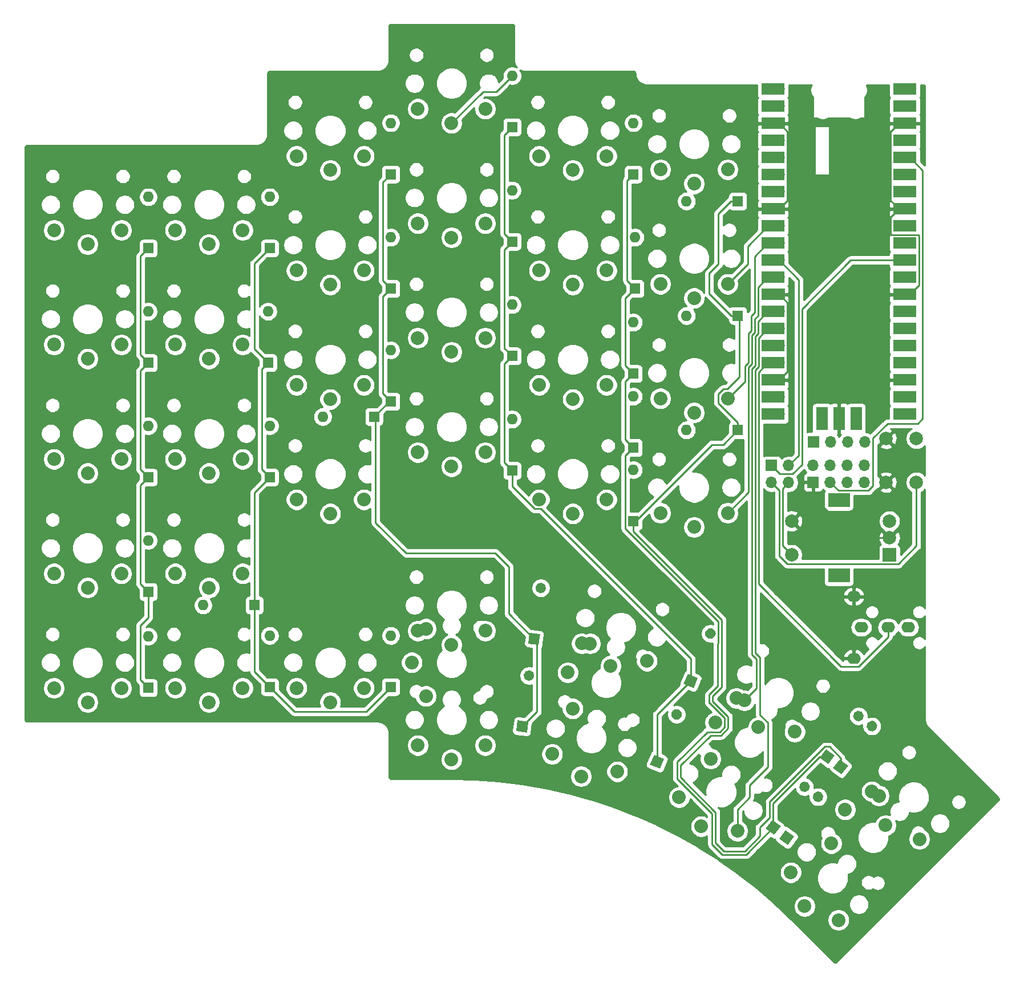
<source format=gbl>
G04 #@! TF.GenerationSoftware,KiCad,Pcbnew,5.99.0+really5.1.10+dfsg1-1*
G04 #@! TF.CreationDate,2021-12-23T16:25:36+00:00*
G04 #@! TF.ProjectId,pinanococ-keyboard,70696e61-6e6f-4636-9f63-2d6b6579626f,rev?*
G04 #@! TF.SameCoordinates,Original*
G04 #@! TF.FileFunction,Copper,L2,Bot*
G04 #@! TF.FilePolarity,Positive*
%FSLAX46Y46*%
G04 Gerber Fmt 4.6, Leading zero omitted, Abs format (unit mm)*
G04 Created by KiCad (PCBNEW 5.99.0+really5.1.10+dfsg1-1) date 2021-12-23 16:25:36*
%MOMM*%
%LPD*%
G01*
G04 APERTURE LIST*
G04 #@! TA.AperFunction,ComponentPad*
%ADD10O,1.700000X1.700000*%
G04 #@! TD*
G04 #@! TA.AperFunction,ComponentPad*
%ADD11R,1.700000X1.700000*%
G04 #@! TD*
G04 #@! TA.AperFunction,SMDPad,CuDef*
%ADD12R,1.700000X3.500000*%
G04 #@! TD*
G04 #@! TA.AperFunction,SMDPad,CuDef*
%ADD13R,3.500000X1.700000*%
G04 #@! TD*
G04 #@! TA.AperFunction,ComponentPad*
%ADD14C,2.000000*%
G04 #@! TD*
G04 #@! TA.AperFunction,ComponentPad*
%ADD15R,2.000000X2.000000*%
G04 #@! TD*
G04 #@! TA.AperFunction,ComponentPad*
%ADD16R,3.200000X2.000000*%
G04 #@! TD*
G04 #@! TA.AperFunction,ComponentPad*
%ADD17C,2.032000*%
G04 #@! TD*
G04 #@! TA.AperFunction,ComponentPad*
%ADD18O,2.000000X1.600000*%
G04 #@! TD*
G04 #@! TA.AperFunction,ComponentPad*
%ADD19C,0.100000*%
G04 #@! TD*
G04 #@! TA.AperFunction,ComponentPad*
%ADD20O,1.600000X1.600000*%
G04 #@! TD*
G04 #@! TA.AperFunction,ComponentPad*
%ADD21R,1.600000X1.600000*%
G04 #@! TD*
G04 #@! TA.AperFunction,ViaPad*
%ADD22C,0.800000*%
G04 #@! TD*
G04 #@! TA.AperFunction,Conductor*
%ADD23C,0.250000*%
G04 #@! TD*
G04 #@! TA.AperFunction,Conductor*
%ADD24C,0.254000*%
G04 #@! TD*
G04 #@! TA.AperFunction,Conductor*
%ADD25C,0.100000*%
G04 #@! TD*
G04 APERTURE END LIST*
D10*
X136540000Y-92790000D03*
X134000000Y-92790000D03*
X136540000Y-90250000D03*
D11*
X134000000Y-90250000D03*
D10*
X147820000Y-86750000D03*
X145280000Y-86750000D03*
X142740000Y-86750000D03*
D11*
X140200000Y-86750000D03*
D12*
X146540000Y-83300000D03*
X144000000Y-83300000D03*
X141460000Y-83300000D03*
D13*
X153790000Y-82630000D03*
X153790000Y-80090000D03*
X153790000Y-77550000D03*
X153790000Y-75010000D03*
X153790000Y-72470000D03*
X153790000Y-69930000D03*
X153790000Y-67390000D03*
X153790000Y-64850000D03*
X153790000Y-62310000D03*
X153790000Y-59770000D03*
X153790000Y-57230000D03*
X153790000Y-54690000D03*
X153790000Y-52150000D03*
X153790000Y-49610000D03*
X153790000Y-47070000D03*
X153790000Y-44530000D03*
X153790000Y-41990000D03*
X153790000Y-39450000D03*
X153790000Y-36910000D03*
X153790000Y-34370000D03*
X134210000Y-82630000D03*
X134210000Y-80090000D03*
X134210000Y-77550000D03*
X134210000Y-75010000D03*
X134210000Y-72470000D03*
X134210000Y-69930000D03*
X134210000Y-67390000D03*
X134210000Y-64850000D03*
X134210000Y-62310000D03*
X134210000Y-59770000D03*
X134210000Y-57230000D03*
X134210000Y-54690000D03*
X134210000Y-52150000D03*
X134210000Y-49610000D03*
X134210000Y-47070000D03*
X134210000Y-44530000D03*
X134210000Y-41990000D03*
X134210000Y-39450000D03*
X134210000Y-36910000D03*
X134210000Y-34370000D03*
D10*
X146540000Y-82400000D03*
D11*
X144000000Y-82400000D03*
D10*
X141460000Y-82400000D03*
X152890000Y-34370000D03*
X152890000Y-36910000D03*
D11*
X152890000Y-39450000D03*
D10*
X152890000Y-41990000D03*
X152890000Y-44530000D03*
X152890000Y-47070000D03*
X152890000Y-49610000D03*
D11*
X152890000Y-52150000D03*
D10*
X152890000Y-54690000D03*
X152890000Y-57230000D03*
X152890000Y-59770000D03*
X152890000Y-62310000D03*
D11*
X152890000Y-64850000D03*
D10*
X152890000Y-67390000D03*
X152890000Y-69930000D03*
X152890000Y-72470000D03*
X152890000Y-75010000D03*
D11*
X152890000Y-77550000D03*
D10*
X152890000Y-80090000D03*
X152890000Y-82630000D03*
X135110000Y-82630000D03*
X135110000Y-80090000D03*
D11*
X135110000Y-77550000D03*
D10*
X135110000Y-75010000D03*
X135110000Y-72470000D03*
X135110000Y-69930000D03*
X135110000Y-67390000D03*
D11*
X135110000Y-64850000D03*
D10*
X135110000Y-62310000D03*
X135110000Y-59770000D03*
X135110000Y-57230000D03*
X135110000Y-54690000D03*
D11*
X135110000Y-52150000D03*
D10*
X135110000Y-49610000D03*
X135110000Y-47070000D03*
X135110000Y-44530000D03*
X135110000Y-41990000D03*
D11*
X135110000Y-39450000D03*
D10*
X135110000Y-36910000D03*
X135110000Y-34370000D03*
D14*
X151000000Y-86250000D03*
X155500000Y-86250000D03*
X151000000Y-92750000D03*
X155500000Y-92750000D03*
D15*
X151500000Y-103500000D03*
D14*
X151500000Y-101000000D03*
X151500000Y-98500000D03*
D16*
X144000000Y-106600000D03*
X144000000Y-95400000D03*
D14*
X137000000Y-103500000D03*
X137000000Y-98500000D03*
D17*
X142867053Y-146358936D03*
X149938120Y-139287868D03*
X144917662Y-141338478D03*
X143927713Y-157743355D03*
X136856645Y-150672287D03*
X138907255Y-155692745D03*
X150928070Y-143671930D03*
X148877460Y-138651472D03*
X155948528Y-145722540D03*
X122500000Y-99400000D03*
X117500000Y-97300000D03*
X127500000Y-97300000D03*
X122500000Y-82400000D03*
X117500000Y-80300000D03*
X127500000Y-80300000D03*
X122500000Y-65400000D03*
X117500000Y-63300000D03*
X127500000Y-63300000D03*
X122500000Y-48400000D03*
X117500000Y-46300000D03*
X127500000Y-46300000D03*
X124959103Y-133791343D03*
X129959103Y-125131089D03*
X125640450Y-128411216D03*
X128930127Y-144513328D03*
X120269873Y-139513328D03*
X123550000Y-143831982D03*
X132050000Y-129109550D03*
X128769873Y-124790897D03*
X137430127Y-129790897D03*
X104500000Y-97400000D03*
X99500000Y-95300000D03*
X109500000Y-95300000D03*
X104500000Y-80400000D03*
X99500000Y-78300000D03*
X109500000Y-78300000D03*
X104500000Y-63400000D03*
X99500000Y-61300000D03*
X109500000Y-61300000D03*
X104500000Y-46400000D03*
X99500000Y-44300000D03*
X109500000Y-44300000D03*
X104485425Y-126356486D03*
X107073615Y-116697228D03*
X103751076Y-120983337D03*
X111096193Y-135685352D03*
X101436935Y-133097162D03*
X105723044Y-136419701D03*
X110122968Y-119998962D03*
X105836858Y-116676423D03*
X115496117Y-119264613D03*
X86500000Y-90400000D03*
X81500000Y-88300000D03*
X91500000Y-88300000D03*
X86500000Y-73400000D03*
X81500000Y-71300000D03*
X91500000Y-71300000D03*
X86500000Y-56400000D03*
X81500000Y-54300000D03*
X91500000Y-54300000D03*
X86500000Y-39400000D03*
X81500000Y-37300000D03*
X91500000Y-37300000D03*
X82700000Y-124500000D03*
X82700000Y-114500000D03*
X80600000Y-119500000D03*
X91500000Y-131800000D03*
X81500000Y-131800000D03*
X86500000Y-133900000D03*
X86500000Y-116900000D03*
X81500000Y-114800000D03*
X91500000Y-114800000D03*
X68500000Y-97400000D03*
X63500000Y-95300000D03*
X73500000Y-95300000D03*
X68500000Y-80400000D03*
X63500000Y-78300000D03*
X73500000Y-78300000D03*
X68500000Y-63400000D03*
X63500000Y-61300000D03*
X73500000Y-61300000D03*
X68500000Y-46400000D03*
X63500000Y-44300000D03*
X73500000Y-44300000D03*
X68500000Y-125400000D03*
X63500000Y-123300000D03*
X73500000Y-123300000D03*
X50500000Y-125400000D03*
X45500000Y-123300000D03*
X55500000Y-123300000D03*
X50500000Y-108400000D03*
X45500000Y-106300000D03*
X55500000Y-106300000D03*
X50500000Y-91400000D03*
X45500000Y-89300000D03*
X55500000Y-89300000D03*
X50500000Y-74400000D03*
X45500000Y-72300000D03*
X55500000Y-72300000D03*
X50500000Y-57400000D03*
X45500000Y-55300000D03*
X55500000Y-55300000D03*
X32500000Y-125400000D03*
X27500000Y-123300000D03*
X37500000Y-123300000D03*
X32500000Y-108400000D03*
X27500000Y-106300000D03*
X37500000Y-106300000D03*
X32500000Y-91400000D03*
X27500000Y-89300000D03*
X37500000Y-89300000D03*
X32500000Y-74400000D03*
X27500000Y-72300000D03*
X37500000Y-72300000D03*
X32500000Y-57400000D03*
X27500000Y-55300000D03*
X37500000Y-55300000D03*
D10*
X147780000Y-90210000D03*
X147780000Y-92750000D03*
X145240000Y-90210000D03*
X145240000Y-92750000D03*
X142700000Y-90210000D03*
X142700000Y-92750000D03*
X140160000Y-90210000D03*
D11*
X140160000Y-92750000D03*
D18*
X147304000Y-114290500D03*
X146204000Y-118890500D03*
X151300000Y-114300000D03*
X154300000Y-114300000D03*
X146200000Y-109700000D03*
G04 #@! TA.AperFunction,ComponentPad*
G36*
G01*
X140401753Y-140089331D02*
X140401753Y-140089331D01*
G75*
G02*
X140254079Y-138967639I487009J634683D01*
G01*
X140254079Y-138967639D01*
G75*
G02*
X141375771Y-138819965I634683J-487009D01*
G01*
X141375771Y-138819965D01*
G75*
G02*
X141523445Y-139941657I-487009J-634683D01*
G01*
X141523445Y-139941657D01*
G75*
G02*
X140401753Y-140089331I-634683J487009D01*
G01*
G37*
G04 #@! TD.AperFunction*
G04 #@! TA.AperFunction,ComponentPad*
D19*
G36*
X136397674Y-146621692D02*
G01*
X135128308Y-145647674D01*
X136102326Y-144378308D01*
X137371692Y-145352326D01*
X136397674Y-146621692D01*
G37*
G04 #@! TD.AperFunction*
G04 #@! TA.AperFunction,ComponentPad*
G36*
G01*
X148401753Y-129589331D02*
X148401753Y-129589331D01*
G75*
G02*
X148254079Y-128467639I487009J634683D01*
G01*
X148254079Y-128467639D01*
G75*
G02*
X149375771Y-128319965I634683J-487009D01*
G01*
X149375771Y-128319965D01*
G75*
G02*
X149523445Y-129441657I-487009J-634683D01*
G01*
X149523445Y-129441657D01*
G75*
G02*
X148401753Y-129589331I-634683J487009D01*
G01*
G37*
G04 #@! TD.AperFunction*
G04 #@! TA.AperFunction,ComponentPad*
G36*
X144397674Y-136121692D02*
G01*
X143128308Y-135147674D01*
X144102326Y-133878308D01*
X145371692Y-134852326D01*
X144397674Y-136121692D01*
G37*
G04 #@! TD.AperFunction*
D20*
X113500000Y-90880000D03*
D21*
X113500000Y-98500000D03*
D20*
X121380000Y-85000000D03*
D21*
X129000000Y-85000000D03*
D20*
X121380000Y-68000000D03*
D21*
X129000000Y-68000000D03*
D20*
X121380000Y-51000000D03*
D21*
X129000000Y-51000000D03*
G04 #@! TA.AperFunction,ComponentPad*
G36*
G01*
X138401753Y-138589331D02*
X138401753Y-138589331D01*
G75*
G02*
X138254079Y-137467639I487009J634683D01*
G01*
X138254079Y-137467639D01*
G75*
G02*
X139375771Y-137319965I634683J-487009D01*
G01*
X139375771Y-137319965D01*
G75*
G02*
X139523445Y-138441657I-487009J-634683D01*
G01*
X139523445Y-138441657D01*
G75*
G02*
X138401753Y-138589331I-634683J487009D01*
G01*
G37*
G04 #@! TD.AperFunction*
G04 #@! TA.AperFunction,ComponentPad*
D19*
G36*
X134397674Y-145121692D02*
G01*
X133128308Y-144147674D01*
X134102326Y-142878308D01*
X135371692Y-143852326D01*
X134397674Y-145121692D01*
G37*
G04 #@! TD.AperFunction*
G04 #@! TA.AperFunction,ComponentPad*
G36*
G01*
X146401753Y-128089331D02*
X146401753Y-128089331D01*
G75*
G02*
X146254079Y-126967639I487009J634683D01*
G01*
X146254079Y-126967639D01*
G75*
G02*
X147375771Y-126819965I634683J-487009D01*
G01*
X147375771Y-126819965D01*
G75*
G02*
X147523445Y-127941657I-487009J-634683D01*
G01*
X147523445Y-127941657D01*
G75*
G02*
X146401753Y-128089331I-634683J487009D01*
G01*
G37*
G04 #@! TD.AperFunction*
G04 #@! TA.AperFunction,ComponentPad*
G36*
X142397674Y-134621692D02*
G01*
X141128308Y-133647674D01*
X142102326Y-132378308D01*
X143371692Y-133352326D01*
X142397674Y-134621692D01*
G37*
G04 #@! TD.AperFunction*
D20*
X113500000Y-80000000D03*
D21*
X113500000Y-87620000D03*
D20*
X113500000Y-69000000D03*
D21*
X113500000Y-76620000D03*
D20*
X113750000Y-56380000D03*
D21*
X113750000Y-64000000D03*
D20*
X113500000Y-39380000D03*
D21*
X113500000Y-47000000D03*
G04 #@! TA.AperFunction,ComponentPad*
G36*
G01*
X119609901Y-127949142D02*
X119609901Y-127949142D01*
G75*
G02*
X119176944Y-126903891I306147J739104D01*
G01*
X119176944Y-126903891D01*
G75*
G02*
X120222195Y-126470934I739104J-306147D01*
G01*
X120222195Y-126470934D01*
G75*
G02*
X120655152Y-127516185I-306147J-739104D01*
G01*
X120655152Y-127516185D01*
G75*
G02*
X119609901Y-127949142I-739104J306147D01*
G01*
G37*
G04 #@! TD.AperFunction*
G04 #@! TA.AperFunction,ComponentPad*
D19*
G36*
X117432957Y-135295250D02*
G01*
X115954750Y-134682957D01*
X116567043Y-133204750D01*
X118045250Y-133817043D01*
X117432957Y-135295250D01*
G37*
G04 #@! TD.AperFunction*
G04 #@! TA.AperFunction,ComponentPad*
G36*
G01*
X124609901Y-115949142D02*
X124609901Y-115949142D01*
G75*
G02*
X124176944Y-114903891I306147J739104D01*
G01*
X124176944Y-114903891D01*
G75*
G02*
X125222195Y-114470934I739104J-306147D01*
G01*
X125222195Y-114470934D01*
G75*
G02*
X125655152Y-115516185I-306147J-739104D01*
G01*
X125655152Y-115516185D01*
G75*
G02*
X124609901Y-115949142I-739104J306147D01*
G01*
G37*
G04 #@! TD.AperFunction*
G04 #@! TA.AperFunction,ComponentPad*
G36*
X122432957Y-123295250D02*
G01*
X120954750Y-122682957D01*
X121567043Y-121204750D01*
X123045250Y-121817043D01*
X122432957Y-123295250D01*
G37*
G04 #@! TD.AperFunction*
D20*
X95500000Y-83380000D03*
D21*
X95500000Y-91000000D03*
D20*
X95500000Y-66380000D03*
D21*
X95500000Y-74000000D03*
D20*
X95500000Y-49380000D03*
D21*
X95500000Y-57000000D03*
D20*
X95500000Y-32380000D03*
D21*
X95500000Y-40000000D03*
G04 #@! TA.AperFunction,ComponentPad*
G36*
G01*
X97890189Y-122238346D02*
X97890189Y-122238346D01*
G75*
G02*
X97201454Y-121340769I104421J793156D01*
G01*
X97201454Y-121340769D01*
G75*
G02*
X98099031Y-120652034I793156J-104421D01*
G01*
X98099031Y-120652034D01*
G75*
G02*
X98787766Y-121549611I-104421J-793156D01*
G01*
X98787766Y-121549611D01*
G75*
G02*
X97890189Y-122238346I-793156J104421D01*
G01*
G37*
G04 #@! TD.AperFunction*
G04 #@! TA.AperFunction,ComponentPad*
D19*
G36*
X97688735Y-129897577D02*
G01*
X96102423Y-129688735D01*
X96311265Y-128102423D01*
X97897577Y-128311265D01*
X97688735Y-129897577D01*
G37*
G04 #@! TD.AperFunction*
G04 #@! TA.AperFunction,ComponentPad*
G36*
G01*
X99640189Y-109238346D02*
X99640189Y-109238346D01*
G75*
G02*
X98951454Y-108340769I104421J793156D01*
G01*
X98951454Y-108340769D01*
G75*
G02*
X99849031Y-107652034I793156J-104421D01*
G01*
X99849031Y-107652034D01*
G75*
G02*
X100537766Y-108549611I-104421J-793156D01*
G01*
X100537766Y-108549611D01*
G75*
G02*
X99640189Y-109238346I-793156J104421D01*
G01*
G37*
G04 #@! TD.AperFunction*
G04 #@! TA.AperFunction,ComponentPad*
G36*
X99438735Y-116897577D02*
G01*
X97852423Y-116688735D01*
X98061265Y-115102423D01*
X99647577Y-115311265D01*
X99438735Y-116897577D01*
G37*
G04 #@! TD.AperFunction*
D20*
X67380000Y-83000000D03*
D21*
X75000000Y-83000000D03*
D20*
X77500000Y-73130000D03*
D21*
X77500000Y-80750000D03*
D20*
X77500000Y-56380000D03*
D21*
X77500000Y-64000000D03*
D20*
X77500000Y-39380000D03*
D21*
X77500000Y-47000000D03*
D20*
X77500000Y-115500000D03*
D21*
X77500000Y-123120000D03*
D20*
X59500000Y-115500000D03*
D21*
X59500000Y-123120000D03*
D20*
X49630000Y-111000000D03*
D21*
X57250000Y-111000000D03*
D20*
X59500000Y-84380000D03*
D21*
X59500000Y-92000000D03*
D20*
X59250000Y-67380000D03*
D21*
X59250000Y-75000000D03*
D20*
X59500000Y-50380000D03*
D21*
X59500000Y-58000000D03*
D20*
X41500000Y-115630000D03*
D21*
X41500000Y-123250000D03*
D20*
X41500000Y-101380000D03*
D21*
X41500000Y-109000000D03*
D20*
X41500000Y-84380000D03*
D21*
X41500000Y-92000000D03*
D20*
X41500000Y-67380000D03*
D21*
X41500000Y-75000000D03*
D20*
X41500000Y-50380000D03*
D21*
X41500000Y-58000000D03*
D22*
X141000000Y-58750000D03*
X140750000Y-70000000D03*
X140750000Y-74500000D03*
X141000000Y-49250000D03*
X138250000Y-35500000D03*
X149500000Y-35500000D03*
X86500000Y-107000000D03*
X86500000Y-80250000D03*
X86500000Y-46500000D03*
X86500000Y-28000000D03*
X32500000Y-114750000D03*
X32500000Y-98000000D03*
X32500000Y-81250000D03*
X32500000Y-64250000D03*
X32500000Y-47000000D03*
X141000000Y-153750000D03*
X158000000Y-136500000D03*
D23*
X40320999Y-90820999D02*
X41500000Y-92000000D01*
X40320999Y-76179001D02*
X40320999Y-90820999D01*
X41500000Y-75000000D02*
X40320999Y-76179001D01*
X40320999Y-107820999D02*
X41500000Y-109000000D01*
X40320999Y-93179001D02*
X40320999Y-107820999D01*
X41500000Y-92000000D02*
X40320999Y-93179001D01*
X40320999Y-122070999D02*
X41500000Y-123250000D01*
X40320999Y-113992967D02*
X40320999Y-122070999D01*
X41500000Y-112813966D02*
X40320999Y-113992967D01*
X41500000Y-109000000D02*
X41500000Y-112813966D01*
X40320999Y-73820999D02*
X41500000Y-75000000D01*
X40320999Y-59179001D02*
X40320999Y-73820999D01*
X41500000Y-58000000D02*
X40320999Y-59179001D01*
X57229901Y-72979901D02*
X59250000Y-75000000D01*
X57229901Y-60270099D02*
X57229901Y-72979901D01*
X59500000Y-58000000D02*
X57229901Y-60270099D01*
X58320999Y-75929001D02*
X58320999Y-90820999D01*
X58320999Y-90820999D02*
X59500000Y-92000000D01*
X59250000Y-75000000D02*
X58320999Y-75929001D01*
X57250000Y-120870000D02*
X59500000Y-123120000D01*
X57250000Y-111000000D02*
X57250000Y-120870000D01*
X57250000Y-94250000D02*
X59500000Y-92000000D01*
X57250000Y-111000000D02*
X57250000Y-94250000D01*
X73824999Y-126795001D02*
X77500000Y-123120000D01*
X63175001Y-126795001D02*
X73824999Y-126795001D01*
X59500000Y-123120000D02*
X63175001Y-126795001D01*
X76320999Y-62820999D02*
X77500000Y-64000000D01*
X76320999Y-48179001D02*
X76320999Y-62820999D01*
X77500000Y-47000000D02*
X76320999Y-48179001D01*
X76320999Y-79570999D02*
X77500000Y-80750000D01*
X76320999Y-65179001D02*
X76320999Y-79570999D01*
X77500000Y-64000000D02*
X76320999Y-65179001D01*
X77250000Y-80750000D02*
X75000000Y-83000000D01*
X77500000Y-80750000D02*
X77250000Y-80750000D01*
X75229901Y-83229901D02*
X75229901Y-98729901D01*
X75000000Y-83000000D02*
X75229901Y-83229901D01*
X75229901Y-98729901D02*
X79750000Y-103250000D01*
X79750000Y-103250000D02*
X93000000Y-103250000D01*
X93000000Y-103250000D02*
X95000000Y-105250000D01*
X95000000Y-112250000D02*
X98750000Y-116000000D01*
X95000000Y-105250000D02*
X95000000Y-112250000D01*
X99173611Y-126826389D02*
X97000000Y-129000000D01*
X99173611Y-116423611D02*
X99173611Y-126826389D01*
X98750000Y-116000000D02*
X99173611Y-116423611D01*
X91170099Y-34729901D02*
X86500000Y-39400000D01*
X93150099Y-34729901D02*
X91170099Y-34729901D01*
X95500000Y-32380000D02*
X93150099Y-34729901D01*
X94320999Y-55820999D02*
X95500000Y-57000000D01*
X94320999Y-41179001D02*
X94320999Y-55820999D01*
X95500000Y-40000000D02*
X94320999Y-41179001D01*
X94320999Y-72820999D02*
X95500000Y-74000000D01*
X94320999Y-58179001D02*
X94320999Y-72820999D01*
X95500000Y-57000000D02*
X94320999Y-58179001D01*
X94320999Y-75179001D02*
X94320999Y-89820999D01*
X94320999Y-89820999D02*
X95500000Y-91000000D01*
X95500000Y-74000000D02*
X94320999Y-75179001D01*
X117000000Y-127250000D02*
X122000000Y-122250000D01*
X117000000Y-134250000D02*
X117000000Y-127250000D01*
X95500000Y-93364602D02*
X95500000Y-91000000D01*
X122000000Y-118940659D02*
X99754342Y-96695001D01*
X98830399Y-96695001D02*
X95500000Y-93364602D01*
X99754342Y-96695001D02*
X98830399Y-96695001D01*
X122000000Y-122250000D02*
X122000000Y-118940659D01*
X112570999Y-47929001D02*
X112570999Y-62820999D01*
X112570999Y-62820999D02*
X113750000Y-64000000D01*
X113500000Y-47000000D02*
X112570999Y-47929001D01*
X112320999Y-75440999D02*
X113500000Y-76620000D01*
X112320999Y-65429001D02*
X112320999Y-75440999D01*
X113750000Y-64000000D02*
X112320999Y-65429001D01*
X112320999Y-86440999D02*
X113500000Y-87620000D01*
X112320999Y-77799001D02*
X112320999Y-86440999D01*
X113500000Y-76620000D02*
X112320999Y-77799001D01*
X123233899Y-110516101D02*
X112320999Y-99603201D01*
X112320999Y-88799001D02*
X113500000Y-87620000D01*
X112320999Y-99603201D02*
X112320999Y-88799001D01*
X126095049Y-113377251D02*
X112320999Y-99603201D01*
X126095049Y-116654951D02*
X126095049Y-113377251D01*
X126021918Y-116728082D02*
X126095049Y-116654951D01*
X126021918Y-123021918D02*
X126021918Y-116728082D01*
X134250000Y-144000000D02*
X130245990Y-148004010D01*
X125190164Y-146512939D02*
X125190164Y-141958766D01*
X119995990Y-134254010D02*
X124443783Y-129806217D01*
X127035451Y-129080817D02*
X127035451Y-127741615D01*
X130245990Y-148004010D02*
X126681235Y-148004010D01*
X124750000Y-124293836D02*
X126021918Y-123021918D01*
X126681235Y-148004010D02*
X125190164Y-146512939D01*
X125190164Y-141958766D02*
X119995990Y-136764593D01*
X126310051Y-129806217D02*
X127035451Y-129080817D01*
X127035451Y-127741615D02*
X124793836Y-125500000D01*
X124443783Y-129806217D02*
X126310051Y-129806217D01*
X119995990Y-136764593D02*
X119995990Y-134254010D01*
X124793836Y-125500000D02*
X124750000Y-125500000D01*
X124750000Y-125500000D02*
X124750000Y-124293836D01*
X141157406Y-133500000D02*
X142250000Y-133500000D01*
X134250000Y-140407406D02*
X141157406Y-133500000D01*
X134250000Y-144000000D02*
X134250000Y-140407406D01*
X127950000Y-51000000D02*
X126104999Y-52845001D01*
X129000000Y-51000000D02*
X127950000Y-51000000D01*
X113820254Y-98500000D02*
X113500000Y-98500000D01*
X125165953Y-87154301D02*
X113820254Y-98500000D01*
X126845699Y-87154301D02*
X125165953Y-87154301D01*
X129000000Y-85000000D02*
X126845699Y-87154301D01*
X125694174Y-146304172D02*
X126890002Y-147500000D01*
X113500000Y-98500000D02*
X113500000Y-100069425D01*
X132250000Y-145287224D02*
X132250000Y-144000000D01*
X120500000Y-134760506D02*
X120500000Y-136555826D01*
X132250000Y-144000000D02*
X133745990Y-142504010D01*
X113500000Y-100069425D02*
X126599059Y-113168484D01*
X126599059Y-113168484D02*
X126599059Y-123157553D01*
X124950279Y-130310227D02*
X120500000Y-134760506D01*
X130037224Y-147500000D02*
X132250000Y-145287224D01*
X126599059Y-123157553D02*
X125254010Y-124502602D01*
X120500000Y-136555826D02*
X125694174Y-141750000D01*
X125254010Y-125247397D02*
X127539461Y-127532848D01*
X127539461Y-127532848D02*
X127539461Y-129289584D01*
X127539461Y-129289584D02*
X126518818Y-130310227D01*
X126518818Y-130310227D02*
X124950279Y-130310227D01*
X126890002Y-147500000D02*
X130037224Y-147500000D01*
X125254010Y-124502602D02*
X125254010Y-125247397D01*
X125694174Y-141750000D02*
X125694174Y-146304172D01*
X144250000Y-133694630D02*
X144250000Y-135000000D01*
X142554668Y-131999298D02*
X144250000Y-133694630D01*
X141945332Y-131999298D02*
X142554668Y-131999298D01*
X133745990Y-140198640D02*
X141945332Y-131999298D01*
X133745990Y-142504010D02*
X133745990Y-140198640D01*
X129000000Y-68000000D02*
X128000000Y-68000000D01*
X128000000Y-68000000D02*
X124750000Y-64750000D01*
X124750000Y-61709998D02*
X126104999Y-60354999D01*
X124750000Y-64750000D02*
X124750000Y-61709998D01*
X126104999Y-52845001D02*
X126104999Y-60354999D01*
X126104999Y-80969601D02*
X129000000Y-83864602D01*
X129000000Y-83864602D02*
X129000000Y-85000000D01*
X126104999Y-79645001D02*
X126104999Y-80969601D01*
X129229901Y-68479901D02*
X129229901Y-77090353D01*
X127415255Y-78904999D02*
X126845001Y-78904999D01*
X129229901Y-77090353D02*
X127415255Y-78904999D01*
X129000000Y-68250000D02*
X129229901Y-68479901D01*
X126845001Y-78904999D02*
X126104999Y-79645001D01*
X129000000Y-68000000D02*
X129000000Y-68250000D01*
X151660999Y-50920999D02*
X152890000Y-52150000D01*
X151660999Y-40679001D02*
X151660999Y-50920999D01*
X152890000Y-39450000D02*
X151660999Y-40679001D01*
X155919001Y-56076799D02*
X155919001Y-63463201D01*
X155843201Y-56000999D02*
X155919001Y-56076799D01*
X151818797Y-56000999D02*
X155843201Y-56000999D01*
X155919001Y-63463201D02*
X154532202Y-64850000D01*
X151660999Y-53379001D02*
X151660999Y-55843201D01*
X154532202Y-64850000D02*
X152890000Y-64850000D01*
X151660999Y-55843201D02*
X151818797Y-56000999D01*
X152890000Y-52150000D02*
X151660999Y-53379001D01*
X136339001Y-50920999D02*
X135110000Y-52150000D01*
X136339001Y-40679001D02*
X136339001Y-50920999D01*
X135110000Y-39450000D02*
X136339001Y-40679001D01*
X140160000Y-95340000D02*
X137000000Y-98500000D01*
X140160000Y-92750000D02*
X140160000Y-95340000D01*
X146317798Y-101000000D02*
X151500000Y-101000000D01*
X140160000Y-94842202D02*
X146317798Y-101000000D01*
X140160000Y-92750000D02*
X140160000Y-94842202D01*
X136339001Y-66079001D02*
X135110000Y-64850000D01*
X136339001Y-76320999D02*
X136339001Y-66079001D01*
X135110000Y-77550000D02*
X136339001Y-76320999D01*
X135110000Y-52150000D02*
X152890000Y-52150000D01*
X132080999Y-76396799D02*
X132080999Y-88830999D01*
X135110000Y-75010000D02*
X133467798Y-75010000D01*
X151300000Y-115661871D02*
X151300000Y-114300000D01*
X146892361Y-120069510D02*
X151300000Y-115661871D01*
X144319510Y-120069510D02*
X146892361Y-120069510D01*
X133467798Y-75010000D02*
X132080999Y-76396799D01*
X132080999Y-107830999D02*
X144319510Y-120069510D01*
X132080999Y-88830999D02*
X132080999Y-107830999D01*
X132080999Y-88830999D02*
X132080999Y-88669001D01*
X143929001Y-93979001D02*
X142700000Y-92750000D01*
X148369921Y-93979001D02*
X143929001Y-93979001D01*
X149049001Y-93299921D02*
X148369921Y-93979001D01*
X151209078Y-84000000D02*
X149049001Y-86160079D01*
X155709078Y-84000000D02*
X151209078Y-84000000D01*
X149049001Y-86160079D02*
X149049001Y-93299921D01*
X156423011Y-83286067D02*
X155709078Y-84000000D01*
X156423011Y-46420809D02*
X156423011Y-83286067D01*
X154532202Y-44530000D02*
X156423011Y-46420809D01*
X152890000Y-44530000D02*
X154532202Y-44530000D01*
X135620999Y-93709001D02*
X136540000Y-92790000D01*
X135620999Y-102120999D02*
X135620999Y-93709001D01*
X137000000Y-103500000D02*
X135620999Y-102120999D01*
X155500000Y-102182202D02*
X155500000Y-92750000D01*
X152803201Y-104879001D02*
X155500000Y-102182202D01*
X136338079Y-104879001D02*
X152803201Y-104879001D01*
X135116989Y-103657911D02*
X136338079Y-104879001D01*
X135116989Y-93906989D02*
X135116989Y-103657911D01*
X134000000Y-92790000D02*
X135116989Y-93906989D01*
X135110000Y-59770000D02*
X138000000Y-62660000D01*
X138000000Y-88790000D02*
X136540000Y-90250000D01*
X138000000Y-62660000D02*
X138000000Y-88790000D01*
X135229001Y-91479001D02*
X134000000Y-90250000D01*
X137129921Y-91479001D02*
X135229001Y-91479001D01*
X138504010Y-90104912D02*
X137129921Y-91479001D01*
X138504010Y-66995990D02*
X138504010Y-90104912D01*
X145730000Y-59770000D02*
X138504010Y-66995990D01*
X152890000Y-59770000D02*
X145730000Y-59770000D01*
X127500000Y-63300000D02*
X130487970Y-60312030D01*
X133467798Y-54690000D02*
X135110000Y-54690000D01*
X130487970Y-57669828D02*
X133467798Y-54690000D01*
X130487970Y-60312030D02*
X130487970Y-57669828D01*
X131500000Y-59197798D02*
X133467798Y-57230000D01*
X131500000Y-67500000D02*
X131500000Y-59197798D01*
X130991980Y-68008020D02*
X131500000Y-67500000D01*
X130991980Y-70267488D02*
X130991980Y-68008020D01*
X133467798Y-57230000D02*
X135110000Y-57230000D01*
X130561869Y-70697599D02*
X130991980Y-70267488D01*
X130561869Y-74953778D02*
X130561869Y-70697599D01*
X130064959Y-75450688D02*
X130561869Y-74953778D01*
X130064959Y-77735041D02*
X130064959Y-75450688D01*
X127500000Y-80300000D02*
X130064959Y-77735041D01*
X133467798Y-62310000D02*
X135110000Y-62310000D01*
X132013899Y-63763899D02*
X133467798Y-62310000D01*
X132013899Y-67986101D02*
X132013899Y-63763899D01*
X131065879Y-70906366D02*
X131495990Y-70476256D01*
X131495990Y-68504010D02*
X132013899Y-67986101D01*
X131065879Y-75162545D02*
X131065879Y-70906366D01*
X130568969Y-75659455D02*
X131065879Y-75162545D01*
X131495990Y-70476256D02*
X131495990Y-68504010D01*
X130568969Y-94231031D02*
X130568969Y-75659455D01*
X127500000Y-97300000D02*
X130568969Y-94231031D01*
X132000000Y-68857798D02*
X133467798Y-67390000D01*
X131569889Y-71115133D02*
X132000000Y-70685022D01*
X131576989Y-75364212D02*
X131569889Y-75357112D01*
X131072979Y-75868222D02*
X131576989Y-75364212D01*
X132000000Y-70685022D02*
X132000000Y-68857798D01*
X133467798Y-67390000D02*
X135110000Y-67390000D01*
X131569889Y-75357112D02*
X131569889Y-71115133D01*
X131766089Y-118978866D02*
X131072979Y-118285756D01*
X131766089Y-123324103D02*
X131766089Y-118978866D01*
X129959103Y-125131089D02*
X131766089Y-123324103D01*
X131072979Y-118285756D02*
X131072979Y-75868222D01*
X132073899Y-71573899D02*
X132073899Y-71323899D01*
X133445001Y-128439949D02*
X132270099Y-127265047D01*
X132270099Y-127265047D02*
X132270099Y-118770099D01*
X132080999Y-71580999D02*
X132073899Y-71573899D01*
X131576989Y-76076989D02*
X132080999Y-75572979D01*
X132080999Y-75572979D02*
X132080999Y-71580999D01*
X128930127Y-144513328D02*
X128930127Y-141319873D01*
X132270099Y-118770099D02*
X131576989Y-118076989D01*
X128930127Y-141319873D02*
X130732605Y-139517395D01*
X132073899Y-71323899D02*
X133467798Y-69930000D01*
X133467798Y-69930000D02*
X135110000Y-69930000D01*
X133445001Y-135020209D02*
X133445001Y-128439949D01*
X130732605Y-137732605D02*
X133445001Y-135020209D01*
X130732605Y-139517395D02*
X130732605Y-137732605D01*
X131576989Y-118076989D02*
X131576989Y-76076989D01*
D24*
X95512965Y-24735542D02*
X95525888Y-24736496D01*
X95538790Y-24738088D01*
X95551690Y-24740327D01*
X95564477Y-24743197D01*
X95576904Y-24746634D01*
X95589160Y-24750684D01*
X95601405Y-24755408D01*
X95613187Y-24760627D01*
X95624743Y-24766450D01*
X95636277Y-24772982D01*
X95647140Y-24779856D01*
X95657653Y-24787265D01*
X95668073Y-24795396D01*
X95677721Y-24803713D01*
X95686884Y-24812450D01*
X95696151Y-24822195D01*
X95704816Y-24832228D01*
X95712833Y-24842499D01*
X95720107Y-24852813D01*
X95726926Y-24863604D01*
X95733617Y-24875413D01*
X95739489Y-24887062D01*
X95744481Y-24898316D01*
X95749124Y-24910401D01*
X95753364Y-24923228D01*
X95756916Y-24936058D01*
X95759780Y-24948757D01*
X95761936Y-24961166D01*
X95763504Y-24973896D01*
X95764460Y-24986900D01*
X95765001Y-25009018D01*
X95765000Y-29972902D01*
X95764337Y-29981879D01*
X95765000Y-30008982D01*
X95765000Y-30036104D01*
X95765883Y-30045066D01*
X95765978Y-30048956D01*
X95765532Y-30066961D01*
X95766860Y-30085020D01*
X95767303Y-30103127D01*
X95769507Y-30121006D01*
X95770459Y-30133955D01*
X95770899Y-30152014D01*
X95773103Y-30169912D01*
X95774428Y-30187927D01*
X95777517Y-30205750D01*
X95779124Y-30218804D01*
X95780468Y-30236967D01*
X95783536Y-30254624D01*
X95785725Y-30272402D01*
X95789710Y-30290164D01*
X95792005Y-30303373D01*
X95794264Y-30321553D01*
X95798180Y-30338919D01*
X95801228Y-30356461D01*
X95806119Y-30374120D01*
X95808975Y-30386783D01*
X95812019Y-30404313D01*
X95816918Y-30422005D01*
X95820950Y-30439884D01*
X95826539Y-30456751D01*
X95829936Y-30469017D01*
X95833892Y-30486627D01*
X95839566Y-30503796D01*
X95844389Y-30521214D01*
X95850886Y-30538049D01*
X95854801Y-30549898D01*
X95859463Y-30566826D01*
X95866126Y-30584165D01*
X95871951Y-30601791D01*
X95879064Y-30617833D01*
X95883738Y-30629997D01*
X95889577Y-30647659D01*
X95896680Y-30663675D01*
X95902965Y-30680030D01*
X95911306Y-30696653D01*
X95916861Y-30709179D01*
X95923425Y-30726165D01*
X95931489Y-30742162D01*
X95938752Y-30758538D01*
X95947731Y-30774382D01*
X95953576Y-30785976D01*
X95960820Y-30802314D01*
X95969816Y-30818192D01*
X95978030Y-30834485D01*
X95987600Y-30849578D01*
X95993741Y-30860416D01*
X96001678Y-30876221D01*
X96011527Y-30891806D01*
X96020618Y-30907851D01*
X96030807Y-30922315D01*
X96037841Y-30933446D01*
X96047031Y-30949645D01*
X96057107Y-30963933D01*
X96066454Y-30978724D01*
X96077905Y-30993426D01*
X96085627Y-31004376D01*
X96095194Y-31019480D01*
X96106429Y-31033873D01*
X96116946Y-31048787D01*
X96128623Y-31062307D01*
X96136619Y-31072550D01*
X96147127Y-31087453D01*
X96157028Y-31098918D01*
X95918574Y-31000147D01*
X95641335Y-30945000D01*
X95358665Y-30945000D01*
X95081426Y-31000147D01*
X94820273Y-31108320D01*
X94585241Y-31265363D01*
X94385363Y-31465241D01*
X94228320Y-31700273D01*
X94120147Y-31961426D01*
X94065000Y-32238665D01*
X94065000Y-32521335D01*
X94101312Y-32703886D01*
X93480200Y-33324998D01*
X93428798Y-33066579D01*
X93316788Y-32796162D01*
X93154174Y-32552794D01*
X92947206Y-32345826D01*
X92703838Y-32183212D01*
X92433421Y-32071202D01*
X92146348Y-32014100D01*
X91853652Y-32014100D01*
X91566579Y-32071202D01*
X91296162Y-32183212D01*
X91052794Y-32345826D01*
X90845826Y-32552794D01*
X90683212Y-32796162D01*
X90571202Y-33066579D01*
X90514100Y-33353652D01*
X90514100Y-33646348D01*
X90571202Y-33933421D01*
X90665429Y-34160905D01*
X90630098Y-34189900D01*
X90606300Y-34218898D01*
X87003621Y-37821577D01*
X86981579Y-37812447D01*
X86662609Y-37749000D01*
X86337391Y-37749000D01*
X86018421Y-37812447D01*
X85717958Y-37936903D01*
X85447549Y-38117585D01*
X85217585Y-38347549D01*
X85036903Y-38617958D01*
X84912447Y-38918421D01*
X84849000Y-39237391D01*
X84849000Y-39562609D01*
X84912447Y-39881579D01*
X85036903Y-40182042D01*
X85217585Y-40452451D01*
X85447549Y-40682415D01*
X85717958Y-40863097D01*
X86018421Y-40987553D01*
X86337391Y-41051000D01*
X86662609Y-41051000D01*
X86981579Y-40987553D01*
X87282042Y-40863097D01*
X87552451Y-40682415D01*
X87782415Y-40452451D01*
X87963097Y-40182042D01*
X88087553Y-39881579D01*
X88151000Y-39562609D01*
X88151000Y-39237391D01*
X88087553Y-38918421D01*
X88078423Y-38896379D01*
X89851878Y-37122924D01*
X89849000Y-37137391D01*
X89849000Y-37462609D01*
X89912447Y-37781579D01*
X90036903Y-38082042D01*
X90217585Y-38352451D01*
X90447549Y-38582415D01*
X90717958Y-38763097D01*
X91018421Y-38887553D01*
X91337391Y-38951000D01*
X91662609Y-38951000D01*
X91981579Y-38887553D01*
X92282042Y-38763097D01*
X92552451Y-38582415D01*
X92782415Y-38352451D01*
X92963097Y-38082042D01*
X93087553Y-37781579D01*
X93151000Y-37462609D01*
X93151000Y-37137391D01*
X93087553Y-36818421D01*
X92963097Y-36517958D01*
X92782415Y-36247549D01*
X92723541Y-36188675D01*
X98149700Y-36188675D01*
X98149700Y-36411325D01*
X98193137Y-36629696D01*
X98278341Y-36835398D01*
X98402039Y-37020524D01*
X98559476Y-37177961D01*
X98744602Y-37301659D01*
X98950304Y-37386863D01*
X99168675Y-37430300D01*
X99391325Y-37430300D01*
X99609696Y-37386863D01*
X99815398Y-37301659D01*
X100000524Y-37177961D01*
X100157961Y-37020524D01*
X100281659Y-36835398D01*
X100366863Y-36629696D01*
X100410300Y-36411325D01*
X100410300Y-36188675D01*
X108589700Y-36188675D01*
X108589700Y-36411325D01*
X108633137Y-36629696D01*
X108718341Y-36835398D01*
X108842039Y-37020524D01*
X108999476Y-37177961D01*
X109184602Y-37301659D01*
X109390304Y-37386863D01*
X109608675Y-37430300D01*
X109831325Y-37430300D01*
X110049696Y-37386863D01*
X110255398Y-37301659D01*
X110440524Y-37177961D01*
X110597961Y-37020524D01*
X110721659Y-36835398D01*
X110806863Y-36629696D01*
X110850300Y-36411325D01*
X110850300Y-36188675D01*
X110806863Y-35970304D01*
X110721659Y-35764602D01*
X110597961Y-35579476D01*
X110440524Y-35422039D01*
X110255398Y-35298341D01*
X110049696Y-35213137D01*
X109831325Y-35169700D01*
X109608675Y-35169700D01*
X109390304Y-35213137D01*
X109184602Y-35298341D01*
X108999476Y-35422039D01*
X108842039Y-35579476D01*
X108718341Y-35764602D01*
X108633137Y-35970304D01*
X108589700Y-36188675D01*
X100410300Y-36188675D01*
X100366863Y-35970304D01*
X100281659Y-35764602D01*
X100157961Y-35579476D01*
X100000524Y-35422039D01*
X99815398Y-35298341D01*
X99609696Y-35213137D01*
X99391325Y-35169700D01*
X99168675Y-35169700D01*
X98950304Y-35213137D01*
X98744602Y-35298341D01*
X98559476Y-35422039D01*
X98402039Y-35579476D01*
X98278341Y-35764602D01*
X98193137Y-35970304D01*
X98149700Y-36188675D01*
X92723541Y-36188675D01*
X92552451Y-36017585D01*
X92282042Y-35836903D01*
X91981579Y-35712447D01*
X91662609Y-35649000D01*
X91337391Y-35649000D01*
X91322924Y-35651878D01*
X91484901Y-35489901D01*
X93112777Y-35489901D01*
X93150099Y-35493577D01*
X93187421Y-35489901D01*
X93187432Y-35489901D01*
X93299085Y-35478904D01*
X93442346Y-35435447D01*
X93574375Y-35364875D01*
X93690100Y-35269902D01*
X93713903Y-35240898D01*
X95176114Y-33778688D01*
X95358665Y-33815000D01*
X95641335Y-33815000D01*
X95918574Y-33759853D01*
X96179727Y-33651680D01*
X96414759Y-33494637D01*
X96614637Y-33294759D01*
X96771680Y-33059727D01*
X96879853Y-32798574D01*
X96935000Y-32521335D01*
X96935000Y-32238665D01*
X96879853Y-31961426D01*
X96771680Y-31700273D01*
X96643568Y-31508539D01*
X96650538Y-31512486D01*
X96665619Y-31522045D01*
X96681945Y-31530271D01*
X96697843Y-31539274D01*
X96714157Y-31546502D01*
X96725775Y-31552356D01*
X96741697Y-31561371D01*
X96757987Y-31568587D01*
X96773905Y-31576608D01*
X96790981Y-31583203D01*
X96803022Y-31588537D01*
X96819054Y-31596608D01*
X96836000Y-31603146D01*
X96852619Y-31610508D01*
X96869673Y-31616137D01*
X96881696Y-31620776D01*
X96898189Y-31628089D01*
X96915352Y-31633761D01*
X96932223Y-31640270D01*
X96949615Y-31645084D01*
X96962049Y-31649193D01*
X96979002Y-31655729D01*
X96996301Y-31660513D01*
X97013353Y-31666148D01*
X97031089Y-31670133D01*
X97043684Y-31673616D01*
X97060822Y-31679275D01*
X97078481Y-31683238D01*
X97095900Y-31688055D01*
X97113664Y-31691134D01*
X97126304Y-31693971D01*
X97143644Y-31698770D01*
X97161492Y-31701868D01*
X97179179Y-31705837D01*
X97197050Y-31708039D01*
X97209827Y-31710256D01*
X97227445Y-31714214D01*
X97245390Y-31716429D01*
X97263191Y-31719518D01*
X97281187Y-31720846D01*
X97294078Y-31722437D01*
X97311880Y-31725527D01*
X97329892Y-31726857D01*
X97347811Y-31729068D01*
X97365868Y-31729512D01*
X97378790Y-31730466D01*
X97396699Y-31732677D01*
X97414767Y-31733122D01*
X97432793Y-31734453D01*
X97450837Y-31734011D01*
X97454862Y-31734110D01*
X97463895Y-31735000D01*
X97490961Y-31735000D01*
X97517986Y-31735666D01*
X97527026Y-31735000D01*
X113490962Y-31735000D01*
X113512965Y-31735542D01*
X113525888Y-31736496D01*
X113538790Y-31738088D01*
X113551690Y-31740327D01*
X113564477Y-31743197D01*
X113576904Y-31746634D01*
X113589160Y-31750684D01*
X113601405Y-31755408D01*
X113613187Y-31760627D01*
X113624743Y-31766450D01*
X113636277Y-31772982D01*
X113647140Y-31779856D01*
X113657653Y-31787265D01*
X113668073Y-31795396D01*
X113677721Y-31803713D01*
X113686884Y-31812450D01*
X113696151Y-31822195D01*
X113704816Y-31832228D01*
X113712833Y-31842499D01*
X113720107Y-31852813D01*
X113726926Y-31863604D01*
X113733617Y-31875413D01*
X113739489Y-31887062D01*
X113744481Y-31898316D01*
X113749124Y-31910401D01*
X113753364Y-31923228D01*
X113756916Y-31936058D01*
X113759780Y-31948757D01*
X113761936Y-31961166D01*
X113763504Y-31973896D01*
X113764460Y-31986899D01*
X113765978Y-32048955D01*
X113765532Y-32066961D01*
X113766860Y-32085020D01*
X113767303Y-32103126D01*
X113769506Y-32121004D01*
X113770459Y-32133955D01*
X113770899Y-32152014D01*
X113773103Y-32169912D01*
X113774428Y-32187927D01*
X113777517Y-32205750D01*
X113779124Y-32218804D01*
X113780468Y-32236967D01*
X113783536Y-32254624D01*
X113785725Y-32272402D01*
X113789710Y-32290164D01*
X113792005Y-32303373D01*
X113794264Y-32321553D01*
X113798180Y-32338919D01*
X113801228Y-32356461D01*
X113806119Y-32374120D01*
X113808975Y-32386783D01*
X113812019Y-32404313D01*
X113816918Y-32422005D01*
X113820950Y-32439884D01*
X113826539Y-32456751D01*
X113829936Y-32469017D01*
X113833892Y-32486627D01*
X113839566Y-32503796D01*
X113844389Y-32521214D01*
X113850886Y-32538049D01*
X113854801Y-32549898D01*
X113859463Y-32566826D01*
X113866126Y-32584165D01*
X113871951Y-32601791D01*
X113879064Y-32617833D01*
X113883738Y-32629997D01*
X113889577Y-32647659D01*
X113896680Y-32663675D01*
X113902965Y-32680030D01*
X113911306Y-32696653D01*
X113916861Y-32709179D01*
X113923425Y-32726165D01*
X113931489Y-32742162D01*
X113938752Y-32758538D01*
X113947731Y-32774382D01*
X113953576Y-32785976D01*
X113960820Y-32802314D01*
X113969816Y-32818192D01*
X113978030Y-32834485D01*
X113987600Y-32849578D01*
X113993741Y-32860416D01*
X114001678Y-32876221D01*
X114011527Y-32891806D01*
X114020618Y-32907851D01*
X114030807Y-32922315D01*
X114037841Y-32933446D01*
X114047031Y-32949645D01*
X114057107Y-32963933D01*
X114066454Y-32978724D01*
X114077905Y-32993426D01*
X114085627Y-33004376D01*
X114095194Y-33019480D01*
X114106429Y-33033873D01*
X114116946Y-33048787D01*
X114128623Y-33062307D01*
X114136619Y-33072550D01*
X114147127Y-33087453D01*
X114158817Y-33100989D01*
X114169825Y-33115092D01*
X114182403Y-33128300D01*
X114190769Y-33137988D01*
X114201621Y-33151909D01*
X114214352Y-33165296D01*
X114226424Y-33179274D01*
X114239213Y-33191436D01*
X114247823Y-33200490D01*
X114259556Y-33214112D01*
X114272679Y-33226625D01*
X114285184Y-33239774D01*
X114298797Y-33251530D01*
X114308414Y-33260700D01*
X114321135Y-33274053D01*
X114334516Y-33285588D01*
X114347316Y-33297794D01*
X114361860Y-33309162D01*
X114371945Y-33317856D01*
X114384958Y-33330245D01*
X114399275Y-33341417D01*
X114413027Y-33353273D01*
X114427718Y-33363613D01*
X114437812Y-33371490D01*
X114451392Y-33383211D01*
X114466251Y-33393683D01*
X114480586Y-33404869D01*
X114495744Y-33414467D01*
X114506446Y-33422009D01*
X114520871Y-33433259D01*
X114535939Y-33442794D01*
X114550518Y-33453068D01*
X114566434Y-33462091D01*
X114577585Y-33469147D01*
X114592308Y-33479512D01*
X114608083Y-33488445D01*
X114623390Y-33498131D01*
X114639467Y-33506217D01*
X114650538Y-33512486D01*
X114665619Y-33522045D01*
X114681945Y-33530271D01*
X114697843Y-33539274D01*
X114714157Y-33546502D01*
X114725775Y-33552356D01*
X114741697Y-33561371D01*
X114757987Y-33568587D01*
X114773905Y-33576608D01*
X114790981Y-33583203D01*
X114803022Y-33588537D01*
X114819054Y-33596608D01*
X114836000Y-33603146D01*
X114852619Y-33610508D01*
X114869673Y-33616137D01*
X114881695Y-33620776D01*
X114898194Y-33628091D01*
X114915356Y-33633762D01*
X114932223Y-33640270D01*
X114949616Y-33645084D01*
X114962043Y-33649191D01*
X114978990Y-33655725D01*
X114996304Y-33660513D01*
X115013358Y-33666149D01*
X115031076Y-33670130D01*
X115043687Y-33673617D01*
X115060834Y-33679279D01*
X115078476Y-33683238D01*
X115095887Y-33688053D01*
X115113668Y-33691135D01*
X115126297Y-33693969D01*
X115143630Y-33698767D01*
X115161494Y-33701868D01*
X115179191Y-33705839D01*
X115197049Y-33708039D01*
X115209838Y-33710259D01*
X115227461Y-33714217D01*
X115245378Y-33716428D01*
X115263176Y-33719517D01*
X115281196Y-33720847D01*
X115294071Y-33722436D01*
X115311865Y-33725525D01*
X115329901Y-33726857D01*
X115347829Y-33729069D01*
X115365863Y-33729513D01*
X115378796Y-33730468D01*
X115396714Y-33732679D01*
X115414759Y-33733123D01*
X115432777Y-33734454D01*
X115450841Y-33734012D01*
X115454872Y-33734111D01*
X115463895Y-33735000D01*
X115490958Y-33735000D01*
X115518001Y-33735666D01*
X115527039Y-33735000D01*
X131821928Y-33735000D01*
X131821928Y-35220000D01*
X131834188Y-35344482D01*
X131870498Y-35464180D01*
X131929463Y-35574494D01*
X131983222Y-35640000D01*
X131929463Y-35705506D01*
X131870498Y-35815820D01*
X131834188Y-35935518D01*
X131821928Y-36060000D01*
X131821928Y-37760000D01*
X131834188Y-37884482D01*
X131870498Y-38004180D01*
X131929463Y-38114494D01*
X131983222Y-38180000D01*
X131929463Y-38245506D01*
X131870498Y-38355820D01*
X131834188Y-38475518D01*
X131821928Y-38600000D01*
X131825000Y-39164250D01*
X131983750Y-39323000D01*
X136436250Y-39323000D01*
X136595000Y-39164250D01*
X136598072Y-38600000D01*
X136585812Y-38475518D01*
X136549502Y-38355820D01*
X136490537Y-38245506D01*
X136436778Y-38180000D01*
X136490537Y-38114494D01*
X136549502Y-38004180D01*
X136585812Y-37884482D01*
X136598072Y-37760000D01*
X136598072Y-36060000D01*
X136585812Y-35935518D01*
X136549502Y-35815820D01*
X136490537Y-35705506D01*
X136436778Y-35640000D01*
X136490537Y-35574494D01*
X136549502Y-35464180D01*
X136585812Y-35344482D01*
X136598072Y-35220000D01*
X136598072Y-33735000D01*
X139940028Y-33735000D01*
X139914701Y-33772905D01*
X139798989Y-34052257D01*
X139740000Y-34348816D01*
X139740000Y-34651184D01*
X139798989Y-34947743D01*
X139914701Y-35227095D01*
X140082688Y-35478505D01*
X140123000Y-35518817D01*
X140123000Y-38500000D01*
X140125440Y-38524776D01*
X140132667Y-38548601D01*
X140144403Y-38570557D01*
X140160197Y-38589803D01*
X140179443Y-38605597D01*
X140201399Y-38617333D01*
X140225224Y-38624560D01*
X140250000Y-38627000D01*
X140723843Y-38627000D01*
X140918957Y-38757371D01*
X141171011Y-38861775D01*
X141438589Y-38915000D01*
X141711411Y-38915000D01*
X141978989Y-38861775D01*
X142231043Y-38757371D01*
X142426157Y-38627000D01*
X145573843Y-38627000D01*
X145768957Y-38757371D01*
X146021011Y-38861775D01*
X146288589Y-38915000D01*
X146561411Y-38915000D01*
X146828989Y-38861775D01*
X147081043Y-38757371D01*
X147276157Y-38627000D01*
X147750000Y-38627000D01*
X147774776Y-38624560D01*
X147798601Y-38617333D01*
X147820557Y-38605597D01*
X147839803Y-38589803D01*
X147855597Y-38570557D01*
X147867333Y-38548601D01*
X147874560Y-38524776D01*
X147877000Y-38500000D01*
X147877000Y-35518817D01*
X147917312Y-35478505D01*
X148085299Y-35227095D01*
X148201011Y-34947743D01*
X148260000Y-34651184D01*
X148260000Y-34348816D01*
X148201011Y-34052257D01*
X148085299Y-33772905D01*
X148059972Y-33735000D01*
X151401928Y-33735000D01*
X151401928Y-35220000D01*
X151414188Y-35344482D01*
X151450498Y-35464180D01*
X151509463Y-35574494D01*
X151563222Y-35640000D01*
X151509463Y-35705506D01*
X151450498Y-35815820D01*
X151414188Y-35935518D01*
X151401928Y-36060000D01*
X151401928Y-37760000D01*
X151414188Y-37884482D01*
X151450498Y-38004180D01*
X151509463Y-38114494D01*
X151563222Y-38180000D01*
X151509463Y-38245506D01*
X151450498Y-38355820D01*
X151414188Y-38475518D01*
X151401928Y-38600000D01*
X151405000Y-39164250D01*
X151563750Y-39323000D01*
X156016250Y-39323000D01*
X156175000Y-39164250D01*
X156178072Y-38600000D01*
X156165812Y-38475518D01*
X156129502Y-38355820D01*
X156070537Y-38245506D01*
X156016778Y-38180000D01*
X156070537Y-38114494D01*
X156129502Y-38004180D01*
X156165812Y-37884482D01*
X156178072Y-37760000D01*
X156178072Y-36060000D01*
X156165812Y-35935518D01*
X156129502Y-35815820D01*
X156070537Y-35705506D01*
X156016778Y-35640000D01*
X156070537Y-35574494D01*
X156129502Y-35464180D01*
X156165812Y-35344482D01*
X156178072Y-35220000D01*
X156178072Y-33735000D01*
X156491015Y-33735000D01*
X156512949Y-33735538D01*
X156525813Y-33736490D01*
X156538837Y-33738098D01*
X156551696Y-33740327D01*
X156564439Y-33743189D01*
X156576959Y-33746650D01*
X156589189Y-33750691D01*
X156601349Y-33755382D01*
X156613189Y-33760629D01*
X156624744Y-33766451D01*
X156636246Y-33772965D01*
X156647140Y-33779859D01*
X156657672Y-33787281D01*
X156668061Y-33795387D01*
X156677740Y-33803732D01*
X156686911Y-33812475D01*
X156696157Y-33822197D01*
X156704799Y-33832204D01*
X156712807Y-33842464D01*
X156720112Y-33852824D01*
X156726935Y-33863621D01*
X156733620Y-33875418D01*
X156739483Y-33887049D01*
X156744481Y-33898320D01*
X156749131Y-33910417D01*
X156753359Y-33923211D01*
X156756915Y-33936055D01*
X156759781Y-33948761D01*
X156761933Y-33961152D01*
X156763504Y-33973908D01*
X156764460Y-33986903D01*
X156765001Y-34009020D01*
X156765001Y-45687997D01*
X156178072Y-45101068D01*
X156178072Y-43680000D01*
X156165812Y-43555518D01*
X156129502Y-43435820D01*
X156070537Y-43325506D01*
X156016778Y-43260000D01*
X156070537Y-43194494D01*
X156129502Y-43084180D01*
X156165812Y-42964482D01*
X156178072Y-42840000D01*
X156178072Y-41140000D01*
X156165812Y-41015518D01*
X156129502Y-40895820D01*
X156070537Y-40785506D01*
X156016778Y-40720000D01*
X156070537Y-40654494D01*
X156129502Y-40544180D01*
X156165812Y-40424482D01*
X156178072Y-40300000D01*
X156175000Y-39735750D01*
X156016250Y-39577000D01*
X151563750Y-39577000D01*
X151405000Y-39735750D01*
X151401928Y-40300000D01*
X151414188Y-40424482D01*
X151450498Y-40544180D01*
X151509463Y-40654494D01*
X151563222Y-40720000D01*
X151509463Y-40785506D01*
X151450498Y-40895820D01*
X151414188Y-41015518D01*
X151401928Y-41140000D01*
X151401928Y-42840000D01*
X151414188Y-42964482D01*
X151450498Y-43084180D01*
X151509463Y-43194494D01*
X151563222Y-43260000D01*
X151509463Y-43325506D01*
X151450498Y-43435820D01*
X151414188Y-43555518D01*
X151401928Y-43680000D01*
X151401928Y-45380000D01*
X151414188Y-45504482D01*
X151450498Y-45624180D01*
X151509463Y-45734494D01*
X151563222Y-45800000D01*
X151509463Y-45865506D01*
X151450498Y-45975820D01*
X151414188Y-46095518D01*
X151401928Y-46220000D01*
X151401928Y-47920000D01*
X151414188Y-48044482D01*
X151450498Y-48164180D01*
X151509463Y-48274494D01*
X151563222Y-48340000D01*
X151509463Y-48405506D01*
X151450498Y-48515820D01*
X151414188Y-48635518D01*
X151401928Y-48760000D01*
X151401928Y-50460000D01*
X151414188Y-50584482D01*
X151450498Y-50704180D01*
X151509463Y-50814494D01*
X151563222Y-50880000D01*
X151509463Y-50945506D01*
X151450498Y-51055820D01*
X151414188Y-51175518D01*
X151401928Y-51300000D01*
X151405000Y-51864250D01*
X151563750Y-52023000D01*
X153937000Y-52023000D01*
X153937000Y-52277000D01*
X151563750Y-52277000D01*
X151405000Y-52435750D01*
X151401928Y-53000000D01*
X151414188Y-53124482D01*
X151450498Y-53244180D01*
X151509463Y-53354494D01*
X151563222Y-53420000D01*
X151509463Y-53485506D01*
X151450498Y-53595820D01*
X151414188Y-53715518D01*
X151401928Y-53840000D01*
X151401928Y-55540000D01*
X151414188Y-55664482D01*
X151450498Y-55784180D01*
X151509463Y-55894494D01*
X151563222Y-55960000D01*
X151509463Y-56025506D01*
X151450498Y-56135820D01*
X151414188Y-56255518D01*
X151401928Y-56380000D01*
X151401928Y-58080000D01*
X151414188Y-58204482D01*
X151450498Y-58324180D01*
X151509463Y-58434494D01*
X151563222Y-58500000D01*
X151509463Y-58565506D01*
X151450498Y-58675820D01*
X151414188Y-58795518D01*
X151401928Y-58920000D01*
X151401928Y-59010000D01*
X145767322Y-59010000D01*
X145729999Y-59006324D01*
X145692676Y-59010000D01*
X145692667Y-59010000D01*
X145581014Y-59020997D01*
X145482106Y-59051000D01*
X145437753Y-59064454D01*
X145305723Y-59135026D01*
X145274726Y-59160465D01*
X145189999Y-59229999D01*
X145166201Y-59258997D01*
X138760000Y-65665199D01*
X138760000Y-62697322D01*
X138763676Y-62659999D01*
X138760000Y-62622676D01*
X138760000Y-62622667D01*
X138749003Y-62511014D01*
X138705546Y-62367753D01*
X138634974Y-62235724D01*
X138540001Y-62119999D01*
X138511004Y-62096202D01*
X136598072Y-60183271D01*
X136598072Y-58920000D01*
X136585812Y-58795518D01*
X136549502Y-58675820D01*
X136490537Y-58565506D01*
X136436778Y-58500000D01*
X136490537Y-58434494D01*
X136549502Y-58324180D01*
X136585812Y-58204482D01*
X136598072Y-58080000D01*
X136598072Y-56380000D01*
X136585812Y-56255518D01*
X136549502Y-56135820D01*
X136490537Y-56025506D01*
X136436778Y-55960000D01*
X136490537Y-55894494D01*
X136549502Y-55784180D01*
X136585812Y-55664482D01*
X136598072Y-55540000D01*
X136598072Y-53840000D01*
X136585812Y-53715518D01*
X136549502Y-53595820D01*
X136490537Y-53485506D01*
X136436778Y-53420000D01*
X136490537Y-53354494D01*
X136549502Y-53244180D01*
X136585812Y-53124482D01*
X136598072Y-53000000D01*
X136595000Y-52435750D01*
X136436250Y-52277000D01*
X131983750Y-52277000D01*
X131825000Y-52435750D01*
X131821928Y-53000000D01*
X131834188Y-53124482D01*
X131870498Y-53244180D01*
X131929463Y-53354494D01*
X131983222Y-53420000D01*
X131929463Y-53485506D01*
X131870498Y-53595820D01*
X131834188Y-53715518D01*
X131821928Y-53840000D01*
X131821928Y-55261068D01*
X129976968Y-57106029D01*
X129947970Y-57129827D01*
X129924172Y-57158825D01*
X129924171Y-57158826D01*
X129852996Y-57245552D01*
X129782424Y-57377582D01*
X129764643Y-57436201D01*
X129738968Y-57520842D01*
X129734854Y-57562609D01*
X129724294Y-57669828D01*
X129727971Y-57707160D01*
X129727970Y-59997228D01*
X128003621Y-61721577D01*
X127981579Y-61712447D01*
X127662609Y-61649000D01*
X127337391Y-61649000D01*
X127018421Y-61712447D01*
X126717958Y-61836903D01*
X126447549Y-62017585D01*
X126217585Y-62247549D01*
X126036903Y-62517958D01*
X125912447Y-62818421D01*
X125849000Y-63137391D01*
X125849000Y-63462609D01*
X125912447Y-63781579D01*
X126036903Y-64082042D01*
X126217585Y-64352451D01*
X126447549Y-64582415D01*
X126717958Y-64763097D01*
X127018421Y-64887553D01*
X127337391Y-64951000D01*
X127662609Y-64951000D01*
X127981579Y-64887553D01*
X128282042Y-64763097D01*
X128552451Y-64582415D01*
X128782415Y-64352451D01*
X128963097Y-64082042D01*
X129087553Y-63781579D01*
X129151000Y-63462609D01*
X129151000Y-63137391D01*
X129087553Y-62818421D01*
X129078423Y-62796379D01*
X130740001Y-61134801D01*
X130740000Y-67185199D01*
X130480978Y-67444221D01*
X130451980Y-67468019D01*
X130438072Y-67484966D01*
X130438072Y-67200000D01*
X130425812Y-67075518D01*
X130389502Y-66955820D01*
X130330537Y-66845506D01*
X130251185Y-66748815D01*
X130154494Y-66669463D01*
X130044180Y-66610498D01*
X129924482Y-66574188D01*
X129800000Y-66561928D01*
X128200000Y-66561928D01*
X128075518Y-66574188D01*
X127955820Y-66610498D01*
X127845506Y-66669463D01*
X127789900Y-66715098D01*
X125510000Y-64435199D01*
X125510000Y-62024799D01*
X126616002Y-60918798D01*
X126645000Y-60895000D01*
X126695145Y-60833898D01*
X126739973Y-60779276D01*
X126810545Y-60647246D01*
X126823579Y-60604277D01*
X126854002Y-60503985D01*
X126858360Y-60459740D01*
X127052794Y-60654174D01*
X127296162Y-60816788D01*
X127566579Y-60928798D01*
X127853652Y-60985900D01*
X128146348Y-60985900D01*
X128433421Y-60928798D01*
X128703838Y-60816788D01*
X128947206Y-60654174D01*
X129154174Y-60447206D01*
X129316788Y-60203838D01*
X129428798Y-59933421D01*
X129485900Y-59646348D01*
X129485900Y-59353652D01*
X129428798Y-59066579D01*
X129316788Y-58796162D01*
X129154174Y-58552794D01*
X128947206Y-58345826D01*
X128703838Y-58183212D01*
X128433421Y-58071202D01*
X128146348Y-58014100D01*
X127853652Y-58014100D01*
X127566579Y-58071202D01*
X127296162Y-58183212D01*
X127052794Y-58345826D01*
X126864999Y-58533621D01*
X126864999Y-56043484D01*
X126999476Y-56177961D01*
X127184602Y-56301659D01*
X127390304Y-56386863D01*
X127608675Y-56430300D01*
X127831325Y-56430300D01*
X128049696Y-56386863D01*
X128255398Y-56301659D01*
X128440524Y-56177961D01*
X128597961Y-56020524D01*
X128721659Y-55835398D01*
X128806863Y-55629696D01*
X128850300Y-55411325D01*
X128850300Y-55188675D01*
X128806863Y-54970304D01*
X128721659Y-54764602D01*
X128597961Y-54579476D01*
X128440524Y-54422039D01*
X128255398Y-54298341D01*
X128049696Y-54213137D01*
X127831325Y-54169700D01*
X127608675Y-54169700D01*
X127390304Y-54213137D01*
X127184602Y-54298341D01*
X126999476Y-54422039D01*
X126864999Y-54556516D01*
X126864999Y-53159802D01*
X127762438Y-52262365D01*
X127845506Y-52330537D01*
X127955820Y-52389502D01*
X128075518Y-52425812D01*
X128200000Y-52438072D01*
X129800000Y-52438072D01*
X129924482Y-52425812D01*
X130044180Y-52389502D01*
X130154494Y-52330537D01*
X130251185Y-52251185D01*
X130330537Y-52154494D01*
X130389502Y-52044180D01*
X130425812Y-51924482D01*
X130438072Y-51800000D01*
X130438072Y-50200000D01*
X130425812Y-50075518D01*
X130389502Y-49955820D01*
X130330537Y-49845506D01*
X130251185Y-49748815D01*
X130154494Y-49669463D01*
X130044180Y-49610498D01*
X129924482Y-49574188D01*
X129800000Y-49561928D01*
X128200000Y-49561928D01*
X128075518Y-49574188D01*
X127955820Y-49610498D01*
X127845506Y-49669463D01*
X127748815Y-49748815D01*
X127669463Y-49845506D01*
X127610498Y-49955820D01*
X127574188Y-50075518D01*
X127561928Y-50200000D01*
X127561928Y-50345674D01*
X127525724Y-50365026D01*
X127525722Y-50365027D01*
X127525723Y-50365027D01*
X127438996Y-50436201D01*
X127438992Y-50436205D01*
X127409999Y-50459999D01*
X127386205Y-50488992D01*
X125594001Y-52281198D01*
X125564998Y-52305000D01*
X125509870Y-52372175D01*
X125470025Y-52420725D01*
X125469323Y-52422039D01*
X125399453Y-52552755D01*
X125355996Y-52696016D01*
X125344999Y-52807669D01*
X125344999Y-52807679D01*
X125341323Y-52845001D01*
X125344999Y-52882323D01*
X125345000Y-60040196D01*
X124238998Y-61146199D01*
X124210000Y-61169997D01*
X124186202Y-61198995D01*
X124186201Y-61198996D01*
X124115026Y-61285722D01*
X124044454Y-61417752D01*
X124014180Y-61517556D01*
X124004339Y-61550000D01*
X124000998Y-61561013D01*
X123986324Y-61709998D01*
X123990001Y-61747330D01*
X123990000Y-64682908D01*
X123963097Y-64617958D01*
X123782415Y-64347549D01*
X123552451Y-64117585D01*
X123282042Y-63936903D01*
X122981579Y-63812447D01*
X122662609Y-63749000D01*
X122337391Y-63749000D01*
X122018421Y-63812447D01*
X121717958Y-63936903D01*
X121447549Y-64117585D01*
X121217585Y-64347549D01*
X121036903Y-64617958D01*
X120912447Y-64918421D01*
X120849000Y-65237391D01*
X120849000Y-65562609D01*
X120912447Y-65881579D01*
X121036903Y-66182042D01*
X121217585Y-66452451D01*
X121330134Y-66565000D01*
X121238665Y-66565000D01*
X120961426Y-66620147D01*
X120700273Y-66728320D01*
X120465241Y-66885363D01*
X120265363Y-67085241D01*
X120108320Y-67320273D01*
X120000147Y-67581426D01*
X119945000Y-67858665D01*
X119945000Y-68141335D01*
X120000147Y-68418574D01*
X120108320Y-68679727D01*
X120265363Y-68914759D01*
X120465241Y-69114637D01*
X120700273Y-69271680D01*
X120961426Y-69379853D01*
X121238665Y-69435000D01*
X121521335Y-69435000D01*
X121798574Y-69379853D01*
X122059727Y-69271680D01*
X122294759Y-69114637D01*
X122494637Y-68914759D01*
X122651680Y-68679727D01*
X122759853Y-68418574D01*
X122815000Y-68141335D01*
X122815000Y-67858665D01*
X122759853Y-67581426D01*
X122651680Y-67320273D01*
X122494637Y-67085241D01*
X122460396Y-67051000D01*
X122662609Y-67051000D01*
X122981579Y-66987553D01*
X123282042Y-66863097D01*
X123552451Y-66682415D01*
X123782415Y-66452451D01*
X123963097Y-66182042D01*
X124087553Y-65881579D01*
X124151000Y-65562609D01*
X124151000Y-65237391D01*
X124145938Y-65211941D01*
X124209999Y-65290001D01*
X124239003Y-65313804D01*
X127436201Y-68511003D01*
X127459999Y-68540001D01*
X127488997Y-68563799D01*
X127561928Y-68623653D01*
X127561928Y-68800000D01*
X127574188Y-68924482D01*
X127610498Y-69044180D01*
X127669463Y-69154494D01*
X127748815Y-69251185D01*
X127845506Y-69330537D01*
X127955820Y-69389502D01*
X128075518Y-69425812D01*
X128200000Y-69438072D01*
X128469901Y-69438072D01*
X128469901Y-71451416D01*
X128440524Y-71422039D01*
X128255398Y-71298341D01*
X128049696Y-71213137D01*
X127831325Y-71169700D01*
X127608675Y-71169700D01*
X127390304Y-71213137D01*
X127184602Y-71298341D01*
X126999476Y-71422039D01*
X126842039Y-71579476D01*
X126718341Y-71764602D01*
X126633137Y-71970304D01*
X126589700Y-72188675D01*
X126589700Y-72411325D01*
X126633137Y-72629696D01*
X126718341Y-72835398D01*
X126842039Y-73020524D01*
X126999476Y-73177961D01*
X127184602Y-73301659D01*
X127390304Y-73386863D01*
X127608675Y-73430300D01*
X127831325Y-73430300D01*
X128049696Y-73386863D01*
X128255398Y-73301659D01*
X128440524Y-73177961D01*
X128469902Y-73148583D01*
X128469902Y-75086313D01*
X128433421Y-75071202D01*
X128146348Y-75014100D01*
X127853652Y-75014100D01*
X127566579Y-75071202D01*
X127296162Y-75183212D01*
X127052794Y-75345826D01*
X126845826Y-75552794D01*
X126683212Y-75796162D01*
X126571202Y-76066579D01*
X126514100Y-76353652D01*
X126514100Y-76646348D01*
X126571202Y-76933421D01*
X126683212Y-77203838D01*
X126845826Y-77447206D01*
X127052794Y-77654174D01*
X127296162Y-77816788D01*
X127389856Y-77855597D01*
X127100454Y-78144999D01*
X126882324Y-78144999D01*
X126845001Y-78141323D01*
X126807678Y-78144999D01*
X126807668Y-78144999D01*
X126696015Y-78155996D01*
X126552754Y-78199453D01*
X126420725Y-78270025D01*
X126305000Y-78364998D01*
X126281202Y-78393997D01*
X125594001Y-79081198D01*
X125564998Y-79105000D01*
X125511901Y-79169700D01*
X125470025Y-79220725D01*
X125402236Y-79347549D01*
X125399453Y-79352755D01*
X125355996Y-79496016D01*
X125344999Y-79607669D01*
X125344999Y-79607679D01*
X125341323Y-79645001D01*
X125344999Y-79682324D01*
X125345000Y-80932269D01*
X125341323Y-80969601D01*
X125345000Y-81006934D01*
X125352592Y-81084010D01*
X125355997Y-81118586D01*
X125399453Y-81261847D01*
X125470025Y-81393877D01*
X125518096Y-81452451D01*
X125564999Y-81509602D01*
X125593997Y-81533400D01*
X127782097Y-83721501D01*
X127748815Y-83748815D01*
X127669463Y-83845506D01*
X127610498Y-83955820D01*
X127574188Y-84075518D01*
X127561928Y-84200000D01*
X127561928Y-85363270D01*
X126530898Y-86394301D01*
X125203275Y-86394301D01*
X125165952Y-86390625D01*
X125128629Y-86394301D01*
X125128620Y-86394301D01*
X125016967Y-86405298D01*
X124873706Y-86448755D01*
X124741677Y-86519327D01*
X124741675Y-86519328D01*
X124741676Y-86519328D01*
X124654949Y-86590502D01*
X124654945Y-86590506D01*
X124625952Y-86614300D01*
X124602158Y-86643293D01*
X118355597Y-92889855D01*
X118316788Y-92796162D01*
X118154174Y-92552794D01*
X117947206Y-92345826D01*
X117703838Y-92183212D01*
X117433421Y-92071202D01*
X117146348Y-92014100D01*
X116853652Y-92014100D01*
X116566579Y-92071202D01*
X116296162Y-92183212D01*
X116052794Y-92345826D01*
X115845826Y-92552794D01*
X115683212Y-92796162D01*
X115571202Y-93066579D01*
X115514100Y-93353652D01*
X115514100Y-93646348D01*
X115571202Y-93933421D01*
X115683212Y-94203838D01*
X115845826Y-94447206D01*
X116052794Y-94654174D01*
X116296162Y-94816788D01*
X116389855Y-94855597D01*
X114183525Y-97061928D01*
X113080999Y-97061928D01*
X113080999Y-92259676D01*
X113081426Y-92259853D01*
X113358665Y-92315000D01*
X113641335Y-92315000D01*
X113918574Y-92259853D01*
X114179727Y-92151680D01*
X114414759Y-91994637D01*
X114614637Y-91794759D01*
X114771680Y-91559727D01*
X114879853Y-91298574D01*
X114935000Y-91021335D01*
X114935000Y-90738665D01*
X114879853Y-90461426D01*
X114771680Y-90200273D01*
X114614637Y-89965241D01*
X114414759Y-89765363D01*
X114179727Y-89608320D01*
X113918574Y-89500147D01*
X113641335Y-89445000D01*
X113358665Y-89445000D01*
X113081426Y-89500147D01*
X113080999Y-89500324D01*
X113080999Y-89188675D01*
X116149700Y-89188675D01*
X116149700Y-89411325D01*
X116193137Y-89629696D01*
X116278341Y-89835398D01*
X116402039Y-90020524D01*
X116559476Y-90177961D01*
X116744602Y-90301659D01*
X116950304Y-90386863D01*
X117168675Y-90430300D01*
X117391325Y-90430300D01*
X117609696Y-90386863D01*
X117815398Y-90301659D01*
X118000524Y-90177961D01*
X118157961Y-90020524D01*
X118281659Y-89835398D01*
X118366863Y-89629696D01*
X118410300Y-89411325D01*
X118410300Y-89188675D01*
X118366863Y-88970304D01*
X118281659Y-88764602D01*
X118157961Y-88579476D01*
X118000524Y-88422039D01*
X117815398Y-88298341D01*
X117609696Y-88213137D01*
X117391325Y-88169700D01*
X117168675Y-88169700D01*
X116950304Y-88213137D01*
X116744602Y-88298341D01*
X116559476Y-88422039D01*
X116402039Y-88579476D01*
X116278341Y-88764602D01*
X116193137Y-88970304D01*
X116149700Y-89188675D01*
X113080999Y-89188675D01*
X113080999Y-89113802D01*
X113136729Y-89058072D01*
X114300000Y-89058072D01*
X114424482Y-89045812D01*
X114544180Y-89009502D01*
X114654494Y-88950537D01*
X114751185Y-88871185D01*
X114830537Y-88774494D01*
X114889502Y-88664180D01*
X114925812Y-88544482D01*
X114938072Y-88420000D01*
X114938072Y-86820000D01*
X114925812Y-86695518D01*
X114889502Y-86575820D01*
X114830537Y-86465506D01*
X114751185Y-86368815D01*
X114654494Y-86289463D01*
X114544180Y-86230498D01*
X114424482Y-86194188D01*
X114300000Y-86181928D01*
X113136729Y-86181928D01*
X113080999Y-86126198D01*
X113080999Y-84858665D01*
X119945000Y-84858665D01*
X119945000Y-85141335D01*
X120000147Y-85418574D01*
X120108320Y-85679727D01*
X120265363Y-85914759D01*
X120465241Y-86114637D01*
X120700273Y-86271680D01*
X120961426Y-86379853D01*
X121238665Y-86435000D01*
X121521335Y-86435000D01*
X121798574Y-86379853D01*
X122059727Y-86271680D01*
X122294759Y-86114637D01*
X122494637Y-85914759D01*
X122651680Y-85679727D01*
X122759853Y-85418574D01*
X122815000Y-85141335D01*
X122815000Y-84858665D01*
X122759853Y-84581426D01*
X122651680Y-84320273D01*
X122494637Y-84085241D01*
X122460396Y-84051000D01*
X122662609Y-84051000D01*
X122981579Y-83987553D01*
X123282042Y-83863097D01*
X123552451Y-83682415D01*
X123782415Y-83452451D01*
X123963097Y-83182042D01*
X124087553Y-82881579D01*
X124151000Y-82562609D01*
X124151000Y-82237391D01*
X124087553Y-81918421D01*
X123963097Y-81617958D01*
X123782415Y-81347549D01*
X123552451Y-81117585D01*
X123282042Y-80936903D01*
X122981579Y-80812447D01*
X122662609Y-80749000D01*
X122337391Y-80749000D01*
X122018421Y-80812447D01*
X121717958Y-80936903D01*
X121447549Y-81117585D01*
X121217585Y-81347549D01*
X121036903Y-81617958D01*
X120912447Y-81918421D01*
X120849000Y-82237391D01*
X120849000Y-82562609D01*
X120912447Y-82881579D01*
X121036903Y-83182042D01*
X121217585Y-83452451D01*
X121330134Y-83565000D01*
X121238665Y-83565000D01*
X120961426Y-83620147D01*
X120700273Y-83728320D01*
X120465241Y-83885363D01*
X120265363Y-84085241D01*
X120108320Y-84320273D01*
X120000147Y-84581426D01*
X119945000Y-84858665D01*
X113080999Y-84858665D01*
X113080999Y-81379676D01*
X113081426Y-81379853D01*
X113358665Y-81435000D01*
X113641335Y-81435000D01*
X113918574Y-81379853D01*
X114179727Y-81271680D01*
X114414759Y-81114637D01*
X114614637Y-80914759D01*
X114771680Y-80679727D01*
X114879853Y-80418574D01*
X114935000Y-80141335D01*
X114935000Y-80137391D01*
X115849000Y-80137391D01*
X115849000Y-80462609D01*
X115912447Y-80781579D01*
X116036903Y-81082042D01*
X116217585Y-81352451D01*
X116447549Y-81582415D01*
X116717958Y-81763097D01*
X117018421Y-81887553D01*
X117337391Y-81951000D01*
X117662609Y-81951000D01*
X117981579Y-81887553D01*
X118282042Y-81763097D01*
X118552451Y-81582415D01*
X118782415Y-81352451D01*
X118963097Y-81082042D01*
X119087553Y-80781579D01*
X119151000Y-80462609D01*
X119151000Y-80137391D01*
X119087553Y-79818421D01*
X118963097Y-79517958D01*
X118782415Y-79247549D01*
X118552451Y-79017585D01*
X118282042Y-78836903D01*
X117981579Y-78712447D01*
X117662609Y-78649000D01*
X117337391Y-78649000D01*
X117018421Y-78712447D01*
X116717958Y-78836903D01*
X116447549Y-79017585D01*
X116217585Y-79247549D01*
X116036903Y-79517958D01*
X115912447Y-79818421D01*
X115849000Y-80137391D01*
X114935000Y-80137391D01*
X114935000Y-79858665D01*
X114879853Y-79581426D01*
X114771680Y-79320273D01*
X114614637Y-79085241D01*
X114414759Y-78885363D01*
X114179727Y-78728320D01*
X113918574Y-78620147D01*
X113641335Y-78565000D01*
X113358665Y-78565000D01*
X113081426Y-78620147D01*
X113080999Y-78620324D01*
X113080999Y-78113802D01*
X113136729Y-78058072D01*
X114300000Y-78058072D01*
X114424482Y-78045812D01*
X114544180Y-78009502D01*
X114654494Y-77950537D01*
X114751185Y-77871185D01*
X114830537Y-77774494D01*
X114889502Y-77664180D01*
X114925812Y-77544482D01*
X114938072Y-77420000D01*
X114938072Y-76353652D01*
X115514100Y-76353652D01*
X115514100Y-76646348D01*
X115571202Y-76933421D01*
X115683212Y-77203838D01*
X115845826Y-77447206D01*
X116052794Y-77654174D01*
X116296162Y-77816788D01*
X116566579Y-77928798D01*
X116853652Y-77985900D01*
X117146348Y-77985900D01*
X117433421Y-77928798D01*
X117703838Y-77816788D01*
X117947206Y-77654174D01*
X118154174Y-77447206D01*
X118316788Y-77203838D01*
X118428798Y-76933421D01*
X118485900Y-76646348D01*
X118485900Y-76353652D01*
X118468982Y-76268594D01*
X120150500Y-76268594D01*
X120150500Y-76731406D01*
X120240790Y-77185324D01*
X120417900Y-77612905D01*
X120675024Y-77997719D01*
X121002281Y-78324976D01*
X121387095Y-78582100D01*
X121814676Y-78759210D01*
X122268594Y-78849500D01*
X122731406Y-78849500D01*
X123185324Y-78759210D01*
X123612905Y-78582100D01*
X123997719Y-78324976D01*
X124324976Y-77997719D01*
X124582100Y-77612905D01*
X124759210Y-77185324D01*
X124849500Y-76731406D01*
X124849500Y-76268594D01*
X124759210Y-75814676D01*
X124582100Y-75387095D01*
X124324976Y-75002281D01*
X123997719Y-74675024D01*
X123612905Y-74417900D01*
X123185324Y-74240790D01*
X122731406Y-74150500D01*
X122268594Y-74150500D01*
X121814676Y-74240790D01*
X121387095Y-74417900D01*
X121002281Y-74675024D01*
X120675024Y-75002281D01*
X120417900Y-75387095D01*
X120240790Y-75814676D01*
X120150500Y-76268594D01*
X118468982Y-76268594D01*
X118428798Y-76066579D01*
X118316788Y-75796162D01*
X118154174Y-75552794D01*
X117947206Y-75345826D01*
X117703838Y-75183212D01*
X117433421Y-75071202D01*
X117146348Y-75014100D01*
X116853652Y-75014100D01*
X116566579Y-75071202D01*
X116296162Y-75183212D01*
X116052794Y-75345826D01*
X115845826Y-75552794D01*
X115683212Y-75796162D01*
X115571202Y-76066579D01*
X115514100Y-76353652D01*
X114938072Y-76353652D01*
X114938072Y-75820000D01*
X114925812Y-75695518D01*
X114889502Y-75575820D01*
X114830537Y-75465506D01*
X114751185Y-75368815D01*
X114654494Y-75289463D01*
X114544180Y-75230498D01*
X114424482Y-75194188D01*
X114300000Y-75181928D01*
X113136729Y-75181928D01*
X113080999Y-75126198D01*
X113080999Y-72188675D01*
X116149700Y-72188675D01*
X116149700Y-72411325D01*
X116193137Y-72629696D01*
X116278341Y-72835398D01*
X116402039Y-73020524D01*
X116559476Y-73177961D01*
X116744602Y-73301659D01*
X116950304Y-73386863D01*
X117168675Y-73430300D01*
X117391325Y-73430300D01*
X117609696Y-73386863D01*
X117815398Y-73301659D01*
X118000524Y-73177961D01*
X118157961Y-73020524D01*
X118281659Y-72835398D01*
X118366863Y-72629696D01*
X118410300Y-72411325D01*
X118410300Y-72188675D01*
X118366863Y-71970304D01*
X118281659Y-71764602D01*
X118157961Y-71579476D01*
X118000524Y-71422039D01*
X117815398Y-71298341D01*
X117609696Y-71213137D01*
X117391325Y-71169700D01*
X117168675Y-71169700D01*
X116950304Y-71213137D01*
X116744602Y-71298341D01*
X116559476Y-71422039D01*
X116402039Y-71579476D01*
X116278341Y-71764602D01*
X116193137Y-71970304D01*
X116149700Y-72188675D01*
X113080999Y-72188675D01*
X113080999Y-70379676D01*
X113081426Y-70379853D01*
X113358665Y-70435000D01*
X113641335Y-70435000D01*
X113918574Y-70379853D01*
X114179727Y-70271680D01*
X114414759Y-70114637D01*
X114614637Y-69914759D01*
X114771680Y-69679727D01*
X114879853Y-69418574D01*
X114935000Y-69141335D01*
X114935000Y-68858665D01*
X114879853Y-68581426D01*
X114771680Y-68320273D01*
X114614637Y-68085241D01*
X114414759Y-67885363D01*
X114179727Y-67728320D01*
X113918574Y-67620147D01*
X113641335Y-67565000D01*
X113358665Y-67565000D01*
X113081426Y-67620147D01*
X113080999Y-67620324D01*
X113080999Y-65743802D01*
X113386729Y-65438072D01*
X114550000Y-65438072D01*
X114674482Y-65425812D01*
X114794180Y-65389502D01*
X114904494Y-65330537D01*
X115001185Y-65251185D01*
X115080537Y-65154494D01*
X115139502Y-65044180D01*
X115175812Y-64924482D01*
X115188072Y-64800000D01*
X115188072Y-63200000D01*
X115181906Y-63137391D01*
X115849000Y-63137391D01*
X115849000Y-63462609D01*
X115912447Y-63781579D01*
X116036903Y-64082042D01*
X116217585Y-64352451D01*
X116447549Y-64582415D01*
X116717958Y-64763097D01*
X117018421Y-64887553D01*
X117337391Y-64951000D01*
X117662609Y-64951000D01*
X117981579Y-64887553D01*
X118282042Y-64763097D01*
X118552451Y-64582415D01*
X118782415Y-64352451D01*
X118963097Y-64082042D01*
X119087553Y-63781579D01*
X119151000Y-63462609D01*
X119151000Y-63137391D01*
X119087553Y-62818421D01*
X118963097Y-62517958D01*
X118782415Y-62247549D01*
X118552451Y-62017585D01*
X118282042Y-61836903D01*
X117981579Y-61712447D01*
X117662609Y-61649000D01*
X117337391Y-61649000D01*
X117018421Y-61712447D01*
X116717958Y-61836903D01*
X116447549Y-62017585D01*
X116217585Y-62247549D01*
X116036903Y-62517958D01*
X115912447Y-62818421D01*
X115849000Y-63137391D01*
X115181906Y-63137391D01*
X115175812Y-63075518D01*
X115139502Y-62955820D01*
X115080537Y-62845506D01*
X115001185Y-62748815D01*
X114904494Y-62669463D01*
X114794180Y-62610498D01*
X114674482Y-62574188D01*
X114550000Y-62561928D01*
X113386729Y-62561928D01*
X113330999Y-62506198D01*
X113330999Y-59353652D01*
X115514100Y-59353652D01*
X115514100Y-59646348D01*
X115571202Y-59933421D01*
X115683212Y-60203838D01*
X115845826Y-60447206D01*
X116052794Y-60654174D01*
X116296162Y-60816788D01*
X116566579Y-60928798D01*
X116853652Y-60985900D01*
X117146348Y-60985900D01*
X117433421Y-60928798D01*
X117703838Y-60816788D01*
X117947206Y-60654174D01*
X118154174Y-60447206D01*
X118316788Y-60203838D01*
X118428798Y-59933421D01*
X118485900Y-59646348D01*
X118485900Y-59353652D01*
X118468982Y-59268594D01*
X120150500Y-59268594D01*
X120150500Y-59731406D01*
X120240790Y-60185324D01*
X120417900Y-60612905D01*
X120675024Y-60997719D01*
X121002281Y-61324976D01*
X121387095Y-61582100D01*
X121814676Y-61759210D01*
X122268594Y-61849500D01*
X122731406Y-61849500D01*
X123185324Y-61759210D01*
X123612905Y-61582100D01*
X123997719Y-61324976D01*
X124324976Y-60997719D01*
X124582100Y-60612905D01*
X124759210Y-60185324D01*
X124849500Y-59731406D01*
X124849500Y-59268594D01*
X124759210Y-58814676D01*
X124582100Y-58387095D01*
X124324976Y-58002281D01*
X123997719Y-57675024D01*
X123612905Y-57417900D01*
X123185324Y-57240790D01*
X122731406Y-57150500D01*
X122268594Y-57150500D01*
X121814676Y-57240790D01*
X121387095Y-57417900D01*
X121002281Y-57675024D01*
X120675024Y-58002281D01*
X120417900Y-58387095D01*
X120240790Y-58814676D01*
X120150500Y-59268594D01*
X118468982Y-59268594D01*
X118428798Y-59066579D01*
X118316788Y-58796162D01*
X118154174Y-58552794D01*
X117947206Y-58345826D01*
X117703838Y-58183212D01*
X117433421Y-58071202D01*
X117146348Y-58014100D01*
X116853652Y-58014100D01*
X116566579Y-58071202D01*
X116296162Y-58183212D01*
X116052794Y-58345826D01*
X115845826Y-58552794D01*
X115683212Y-58796162D01*
X115571202Y-59066579D01*
X115514100Y-59353652D01*
X113330999Y-59353652D01*
X113330999Y-57759676D01*
X113331426Y-57759853D01*
X113608665Y-57815000D01*
X113891335Y-57815000D01*
X114168574Y-57759853D01*
X114429727Y-57651680D01*
X114664759Y-57494637D01*
X114864637Y-57294759D01*
X115021680Y-57059727D01*
X115129853Y-56798574D01*
X115185000Y-56521335D01*
X115185000Y-56238665D01*
X115129853Y-55961426D01*
X115021680Y-55700273D01*
X114864637Y-55465241D01*
X114664759Y-55265363D01*
X114549988Y-55188675D01*
X116149700Y-55188675D01*
X116149700Y-55411325D01*
X116193137Y-55629696D01*
X116278341Y-55835398D01*
X116402039Y-56020524D01*
X116559476Y-56177961D01*
X116744602Y-56301659D01*
X116950304Y-56386863D01*
X117168675Y-56430300D01*
X117391325Y-56430300D01*
X117609696Y-56386863D01*
X117815398Y-56301659D01*
X118000524Y-56177961D01*
X118157961Y-56020524D01*
X118281659Y-55835398D01*
X118366863Y-55629696D01*
X118410300Y-55411325D01*
X118410300Y-55188675D01*
X118366863Y-54970304D01*
X118281659Y-54764602D01*
X118157961Y-54579476D01*
X118000524Y-54422039D01*
X117815398Y-54298341D01*
X117609696Y-54213137D01*
X117391325Y-54169700D01*
X117168675Y-54169700D01*
X116950304Y-54213137D01*
X116744602Y-54298341D01*
X116559476Y-54422039D01*
X116402039Y-54579476D01*
X116278341Y-54764602D01*
X116193137Y-54970304D01*
X116149700Y-55188675D01*
X114549988Y-55188675D01*
X114429727Y-55108320D01*
X114168574Y-55000147D01*
X113891335Y-54945000D01*
X113608665Y-54945000D01*
X113331426Y-55000147D01*
X113330999Y-55000324D01*
X113330999Y-50858665D01*
X119945000Y-50858665D01*
X119945000Y-51141335D01*
X120000147Y-51418574D01*
X120108320Y-51679727D01*
X120265363Y-51914759D01*
X120465241Y-52114637D01*
X120700273Y-52271680D01*
X120961426Y-52379853D01*
X121238665Y-52435000D01*
X121521335Y-52435000D01*
X121798574Y-52379853D01*
X122059727Y-52271680D01*
X122294759Y-52114637D01*
X122494637Y-51914759D01*
X122651680Y-51679727D01*
X122759853Y-51418574D01*
X122815000Y-51141335D01*
X122815000Y-50858665D01*
X122759853Y-50581426D01*
X122651680Y-50320273D01*
X122494637Y-50085241D01*
X122460396Y-50051000D01*
X122662609Y-50051000D01*
X122981579Y-49987553D01*
X123282042Y-49863097D01*
X123552451Y-49682415D01*
X123782415Y-49452451D01*
X123963097Y-49182042D01*
X124087553Y-48881579D01*
X124151000Y-48562609D01*
X124151000Y-48237391D01*
X124087553Y-47918421D01*
X123963097Y-47617958D01*
X123782415Y-47347549D01*
X123552451Y-47117585D01*
X123282042Y-46936903D01*
X122981579Y-46812447D01*
X122662609Y-46749000D01*
X122337391Y-46749000D01*
X122018421Y-46812447D01*
X121717958Y-46936903D01*
X121447549Y-47117585D01*
X121217585Y-47347549D01*
X121036903Y-47617958D01*
X120912447Y-47918421D01*
X120849000Y-48237391D01*
X120849000Y-48562609D01*
X120912447Y-48881579D01*
X121036903Y-49182042D01*
X121217585Y-49452451D01*
X121330134Y-49565000D01*
X121238665Y-49565000D01*
X120961426Y-49620147D01*
X120700273Y-49728320D01*
X120465241Y-49885363D01*
X120265363Y-50085241D01*
X120108320Y-50320273D01*
X120000147Y-50581426D01*
X119945000Y-50858665D01*
X113330999Y-50858665D01*
X113330999Y-48438072D01*
X114300000Y-48438072D01*
X114424482Y-48425812D01*
X114544180Y-48389502D01*
X114654494Y-48330537D01*
X114751185Y-48251185D01*
X114830537Y-48154494D01*
X114889502Y-48044180D01*
X114925812Y-47924482D01*
X114938072Y-47800000D01*
X114938072Y-46200000D01*
X114931906Y-46137391D01*
X115849000Y-46137391D01*
X115849000Y-46462609D01*
X115912447Y-46781579D01*
X116036903Y-47082042D01*
X116217585Y-47352451D01*
X116447549Y-47582415D01*
X116717958Y-47763097D01*
X117018421Y-47887553D01*
X117337391Y-47951000D01*
X117662609Y-47951000D01*
X117981579Y-47887553D01*
X118282042Y-47763097D01*
X118552451Y-47582415D01*
X118782415Y-47352451D01*
X118963097Y-47082042D01*
X119087553Y-46781579D01*
X119151000Y-46462609D01*
X119151000Y-46137391D01*
X125849000Y-46137391D01*
X125849000Y-46462609D01*
X125912447Y-46781579D01*
X126036903Y-47082042D01*
X126217585Y-47352451D01*
X126447549Y-47582415D01*
X126717958Y-47763097D01*
X127018421Y-47887553D01*
X127337391Y-47951000D01*
X127662609Y-47951000D01*
X127981579Y-47887553D01*
X128282042Y-47763097D01*
X128552451Y-47582415D01*
X128782415Y-47352451D01*
X128963097Y-47082042D01*
X129087553Y-46781579D01*
X129151000Y-46462609D01*
X129151000Y-46137391D01*
X129087553Y-45818421D01*
X128963097Y-45517958D01*
X128782415Y-45247549D01*
X128552451Y-45017585D01*
X128282042Y-44836903D01*
X127981579Y-44712447D01*
X127662609Y-44649000D01*
X127337391Y-44649000D01*
X127018421Y-44712447D01*
X126717958Y-44836903D01*
X126447549Y-45017585D01*
X126217585Y-45247549D01*
X126036903Y-45517958D01*
X125912447Y-45818421D01*
X125849000Y-46137391D01*
X119151000Y-46137391D01*
X119087553Y-45818421D01*
X118963097Y-45517958D01*
X118782415Y-45247549D01*
X118552451Y-45017585D01*
X118282042Y-44836903D01*
X117981579Y-44712447D01*
X117662609Y-44649000D01*
X117337391Y-44649000D01*
X117018421Y-44712447D01*
X116717958Y-44836903D01*
X116447549Y-45017585D01*
X116217585Y-45247549D01*
X116036903Y-45517958D01*
X115912447Y-45818421D01*
X115849000Y-46137391D01*
X114931906Y-46137391D01*
X114925812Y-46075518D01*
X114889502Y-45955820D01*
X114830537Y-45845506D01*
X114751185Y-45748815D01*
X114654494Y-45669463D01*
X114544180Y-45610498D01*
X114424482Y-45574188D01*
X114300000Y-45561928D01*
X112700000Y-45561928D01*
X112575518Y-45574188D01*
X112455820Y-45610498D01*
X112345506Y-45669463D01*
X112248815Y-45748815D01*
X112169463Y-45845506D01*
X112110498Y-45955820D01*
X112074188Y-46075518D01*
X112061928Y-46200000D01*
X112061928Y-47363271D01*
X112060001Y-47365198D01*
X112030998Y-47389000D01*
X111978926Y-47452451D01*
X111936025Y-47504725D01*
X111894499Y-47582415D01*
X111865453Y-47636755D01*
X111821996Y-47780016D01*
X111810999Y-47891669D01*
X111810999Y-47891679D01*
X111807323Y-47929001D01*
X111810999Y-47966323D01*
X111811000Y-62783667D01*
X111807323Y-62820999D01*
X111821997Y-62969984D01*
X111865453Y-63113245D01*
X111936025Y-63245275D01*
X112007200Y-63332001D01*
X112030999Y-63361000D01*
X112059997Y-63384798D01*
X112311928Y-63636729D01*
X112311928Y-64363271D01*
X111810002Y-64865197D01*
X111780998Y-64889000D01*
X111730116Y-64951000D01*
X111686025Y-65004725D01*
X111630652Y-65108320D01*
X111615453Y-65136755D01*
X111571996Y-65280016D01*
X111560999Y-65391669D01*
X111560999Y-65391679D01*
X111557323Y-65429001D01*
X111560999Y-65466323D01*
X111561000Y-75403667D01*
X111557323Y-75440999D01*
X111561000Y-75478332D01*
X111571997Y-75589985D01*
X111585082Y-75633122D01*
X111615453Y-75733245D01*
X111686025Y-75865275D01*
X111749548Y-75942677D01*
X111780999Y-75981000D01*
X111809997Y-76004798D01*
X112061928Y-76256729D01*
X112061928Y-76983271D01*
X111810002Y-77235197D01*
X111780998Y-77259000D01*
X111738516Y-77310765D01*
X111686025Y-77374725D01*
X111649641Y-77442795D01*
X111615453Y-77506755D01*
X111571996Y-77650016D01*
X111560999Y-77761669D01*
X111560999Y-77761679D01*
X111557323Y-77799001D01*
X111560999Y-77836323D01*
X111561000Y-86403667D01*
X111557323Y-86440999D01*
X111561000Y-86478332D01*
X111571997Y-86589985D01*
X111578950Y-86612905D01*
X111615453Y-86733245D01*
X111686025Y-86865275D01*
X111757200Y-86952001D01*
X111780999Y-86981000D01*
X111809997Y-87004798D01*
X112061928Y-87256729D01*
X112061928Y-87983271D01*
X111809997Y-88235202D01*
X111780999Y-88259000D01*
X111757201Y-88287998D01*
X111757200Y-88287999D01*
X111686025Y-88374725D01*
X111615453Y-88506755D01*
X111593394Y-88579476D01*
X111571997Y-88650015D01*
X111568845Y-88682014D01*
X111557323Y-88799001D01*
X111561000Y-88836333D01*
X111560999Y-99565879D01*
X111557323Y-99603201D01*
X111560999Y-99640523D01*
X111560999Y-99640533D01*
X111571996Y-99752186D01*
X111606092Y-99864587D01*
X111615453Y-99895447D01*
X111686025Y-100027477D01*
X111699743Y-100044192D01*
X111780998Y-100143202D01*
X111810002Y-100167005D01*
X118653187Y-107010190D01*
X125335050Y-113692054D01*
X125335050Y-113830362D01*
X125334622Y-113830185D01*
X125057383Y-113775038D01*
X124774713Y-113775038D01*
X124497474Y-113830185D01*
X124236321Y-113938358D01*
X124001289Y-114095401D01*
X123801411Y-114295279D01*
X123644368Y-114530311D01*
X123536195Y-114791464D01*
X123481048Y-115068703D01*
X123481048Y-115351373D01*
X123536195Y-115628612D01*
X123644368Y-115889765D01*
X123801411Y-116124797D01*
X124001289Y-116324675D01*
X124236321Y-116481718D01*
X124497474Y-116589891D01*
X124774713Y-116645038D01*
X125057383Y-116645038D01*
X125270598Y-116602626D01*
X125268652Y-116622393D01*
X125258242Y-116728082D01*
X125261919Y-116765414D01*
X125261918Y-122707116D01*
X124238998Y-123730037D01*
X124210000Y-123753835D01*
X124186202Y-123782833D01*
X124186201Y-123782834D01*
X124115026Y-123869560D01*
X124044454Y-124001590D01*
X124029770Y-124050000D01*
X124000998Y-124144850D01*
X123997288Y-124182515D01*
X123986324Y-124293836D01*
X123990001Y-124331168D01*
X123990000Y-125462667D01*
X123986323Y-125500000D01*
X124000997Y-125648986D01*
X124044454Y-125792247D01*
X124115026Y-125924276D01*
X124146886Y-125963097D01*
X124209999Y-126040001D01*
X124325724Y-126134974D01*
X124386489Y-126167454D01*
X125076724Y-126857689D01*
X124858408Y-126948119D01*
X124587999Y-127128801D01*
X124358035Y-127358765D01*
X124177353Y-127629174D01*
X124052897Y-127929637D01*
X123989450Y-128248607D01*
X123989450Y-128573825D01*
X124052897Y-128892795D01*
X124141274Y-129106156D01*
X124019507Y-129171243D01*
X123903782Y-129266216D01*
X123879984Y-129295214D01*
X119484988Y-133690211D01*
X119455990Y-133714009D01*
X119432192Y-133743007D01*
X119432191Y-133743008D01*
X119361016Y-133829734D01*
X119290444Y-133961764D01*
X119246988Y-134105025D01*
X119232314Y-134254010D01*
X119235991Y-134291342D01*
X119235990Y-136727270D01*
X119232314Y-136764593D01*
X119235990Y-136801916D01*
X119235990Y-136801925D01*
X119246987Y-136913578D01*
X119282304Y-137030004D01*
X119290444Y-137056839D01*
X119361016Y-137188869D01*
X119390147Y-137224365D01*
X119455989Y-137304594D01*
X119484993Y-137328397D01*
X120033581Y-137876985D01*
X119788294Y-137925775D01*
X119487831Y-138050231D01*
X119217422Y-138230913D01*
X118987458Y-138460877D01*
X118806776Y-138731286D01*
X118682320Y-139031749D01*
X118618873Y-139350719D01*
X118618873Y-139675937D01*
X118682320Y-139994907D01*
X118806776Y-140295370D01*
X118987458Y-140565779D01*
X119217422Y-140795743D01*
X119487831Y-140976425D01*
X119788294Y-141100881D01*
X120107264Y-141164328D01*
X120432482Y-141164328D01*
X120751452Y-141100881D01*
X121051915Y-140976425D01*
X121322324Y-140795743D01*
X121552288Y-140565779D01*
X121732970Y-140295370D01*
X121857426Y-139994907D01*
X121906216Y-139749620D01*
X124430165Y-142273569D01*
X124430165Y-142434449D01*
X124332042Y-142368885D01*
X124031579Y-142244429D01*
X123712609Y-142180982D01*
X123387391Y-142180982D01*
X123068421Y-142244429D01*
X122767958Y-142368885D01*
X122497549Y-142549567D01*
X122267585Y-142779531D01*
X122086903Y-143049940D01*
X121962447Y-143350403D01*
X121899000Y-143669373D01*
X121899000Y-143994591D01*
X121962447Y-144313561D01*
X122086903Y-144614024D01*
X122267585Y-144884433D01*
X122497549Y-145114397D01*
X122767958Y-145295079D01*
X123068421Y-145419535D01*
X123387391Y-145482982D01*
X123712609Y-145482982D01*
X124031579Y-145419535D01*
X124332042Y-145295079D01*
X124430164Y-145229516D01*
X124430164Y-146475616D01*
X124426488Y-146512939D01*
X124430164Y-146550261D01*
X124430164Y-146550271D01*
X124441161Y-146661924D01*
X124464845Y-146740000D01*
X124484618Y-146805185D01*
X124555190Y-146937215D01*
X124573889Y-146959999D01*
X124650163Y-147052940D01*
X124679167Y-147076743D01*
X126117436Y-148515013D01*
X126141234Y-148544011D01*
X126256959Y-148638984D01*
X126388988Y-148709556D01*
X126532249Y-148753013D01*
X126643902Y-148764010D01*
X126643912Y-148764010D01*
X126681235Y-148767686D01*
X126718558Y-148764010D01*
X130208668Y-148764010D01*
X130245990Y-148767686D01*
X130283312Y-148764010D01*
X130283323Y-148764010D01*
X130394976Y-148753013D01*
X130538237Y-148709556D01*
X130670266Y-148638984D01*
X130785991Y-148544011D01*
X130809794Y-148515007D01*
X131839421Y-147485380D01*
X137704197Y-147485380D01*
X137704197Y-147778076D01*
X137761299Y-148065149D01*
X137873309Y-148335566D01*
X138035923Y-148578934D01*
X138242891Y-148785902D01*
X138486259Y-148948516D01*
X138756676Y-149060526D01*
X139043749Y-149117628D01*
X139336445Y-149117628D01*
X139623518Y-149060526D01*
X139893935Y-148948516D01*
X140137303Y-148785902D01*
X140344271Y-148578934D01*
X140506885Y-148335566D01*
X140618895Y-148065149D01*
X140675997Y-147778076D01*
X140675997Y-147485380D01*
X140618895Y-147198307D01*
X140506885Y-146927890D01*
X140344271Y-146684522D01*
X140137303Y-146477554D01*
X139893935Y-146314940D01*
X139623518Y-146202930D01*
X139590323Y-146196327D01*
X141216053Y-146196327D01*
X141216053Y-146521545D01*
X141279500Y-146840515D01*
X141403956Y-147140978D01*
X141584638Y-147411387D01*
X141814602Y-147641351D01*
X142085011Y-147822033D01*
X142385474Y-147946489D01*
X142704444Y-148009936D01*
X143029662Y-148009936D01*
X143348632Y-147946489D01*
X143649095Y-147822033D01*
X143919504Y-147641351D01*
X144149468Y-147411387D01*
X144330150Y-147140978D01*
X144454606Y-146840515D01*
X144518053Y-146521545D01*
X144518053Y-146196327D01*
X144454606Y-145877357D01*
X144330150Y-145576894D01*
X144149468Y-145306485D01*
X144121985Y-145279002D01*
X146740092Y-145279002D01*
X146740092Y-145741814D01*
X146830382Y-146195732D01*
X147007492Y-146623313D01*
X147264616Y-147008127D01*
X147591873Y-147335384D01*
X147976687Y-147592508D01*
X148404268Y-147769618D01*
X148858186Y-147859908D01*
X149320998Y-147859908D01*
X149774916Y-147769618D01*
X150202497Y-147592508D01*
X150587311Y-147335384D01*
X150914568Y-147008127D01*
X151171692Y-146623313D01*
X151348802Y-146195732D01*
X151439092Y-145741814D01*
X151439092Y-145559931D01*
X154297528Y-145559931D01*
X154297528Y-145885149D01*
X154360975Y-146204119D01*
X154485431Y-146504582D01*
X154666113Y-146774991D01*
X154896077Y-147004955D01*
X155166486Y-147185637D01*
X155466949Y-147310093D01*
X155785919Y-147373540D01*
X156111137Y-147373540D01*
X156430107Y-147310093D01*
X156730570Y-147185637D01*
X157000979Y-147004955D01*
X157230943Y-146774991D01*
X157411625Y-146504582D01*
X157536081Y-146204119D01*
X157599528Y-145885149D01*
X157599528Y-145559931D01*
X157536081Y-145240961D01*
X157411625Y-144940498D01*
X157230943Y-144670089D01*
X157000979Y-144440125D01*
X156763727Y-144281598D01*
X156752197Y-144253761D01*
X156628499Y-144068635D01*
X156471062Y-143911198D01*
X156285936Y-143787500D01*
X156080234Y-143702296D01*
X155861863Y-143658859D01*
X155639213Y-143658859D01*
X155420842Y-143702296D01*
X155215140Y-143787500D01*
X155030014Y-143911198D01*
X154872577Y-144068635D01*
X154748879Y-144253761D01*
X154663675Y-144459463D01*
X154620238Y-144677834D01*
X154620238Y-144738746D01*
X154485431Y-144940498D01*
X154360975Y-145240961D01*
X154297528Y-145559931D01*
X151439092Y-145559931D01*
X151439092Y-145279002D01*
X151433264Y-145249701D01*
X151710112Y-145135027D01*
X151980521Y-144954345D01*
X152210485Y-144724381D01*
X152391167Y-144453972D01*
X152515623Y-144153509D01*
X152579070Y-143834539D01*
X152579070Y-143509321D01*
X152526044Y-143242739D01*
X157503187Y-143242739D01*
X157503187Y-143535435D01*
X157560289Y-143822508D01*
X157672299Y-144092925D01*
X157834913Y-144336293D01*
X158041881Y-144543261D01*
X158285249Y-144705875D01*
X158555666Y-144817885D01*
X158842739Y-144874987D01*
X159135435Y-144874987D01*
X159422508Y-144817885D01*
X159692925Y-144705875D01*
X159936293Y-144543261D01*
X160143261Y-144336293D01*
X160305875Y-144092925D01*
X160417885Y-143822508D01*
X160474987Y-143535435D01*
X160474987Y-143242739D01*
X160417885Y-142955666D01*
X160305875Y-142685249D01*
X160143261Y-142441881D01*
X159936293Y-142234913D01*
X159692925Y-142072299D01*
X159422508Y-141960289D01*
X159135435Y-141903187D01*
X158842739Y-141903187D01*
X158555666Y-141960289D01*
X158285249Y-142072299D01*
X158041881Y-142234913D01*
X157834913Y-142441881D01*
X157672299Y-142685249D01*
X157560289Y-142955666D01*
X157503187Y-143242739D01*
X152526044Y-143242739D01*
X152515623Y-143190351D01*
X152439369Y-143006257D01*
X152545259Y-143050118D01*
X152832332Y-143107220D01*
X153125028Y-143107220D01*
X153412101Y-143050118D01*
X153682518Y-142938108D01*
X153925886Y-142775494D01*
X154132854Y-142568526D01*
X154295468Y-142325158D01*
X154407478Y-142054741D01*
X154464299Y-141769081D01*
X154868594Y-141849500D01*
X155331406Y-141849500D01*
X155785324Y-141759210D01*
X156212905Y-141582100D01*
X156597719Y-141324976D01*
X156924976Y-140997719D01*
X157182100Y-140612905D01*
X157359210Y-140185324D01*
X157374208Y-140109924D01*
X160630646Y-140109924D01*
X160630646Y-140332574D01*
X160674083Y-140550945D01*
X160759287Y-140756647D01*
X160882985Y-140941773D01*
X161040422Y-141099210D01*
X161225548Y-141222908D01*
X161431250Y-141308112D01*
X161649621Y-141351549D01*
X161872271Y-141351549D01*
X162090642Y-141308112D01*
X162296344Y-141222908D01*
X162481470Y-141099210D01*
X162638907Y-140941773D01*
X162762605Y-140756647D01*
X162847809Y-140550945D01*
X162891246Y-140332574D01*
X162891246Y-140109924D01*
X162847809Y-139891553D01*
X162762605Y-139685851D01*
X162638907Y-139500725D01*
X162481470Y-139343288D01*
X162296344Y-139219590D01*
X162090642Y-139134386D01*
X161872271Y-139090949D01*
X161649621Y-139090949D01*
X161431250Y-139134386D01*
X161225548Y-139219590D01*
X161040422Y-139343288D01*
X160882985Y-139500725D01*
X160759287Y-139685851D01*
X160674083Y-139891553D01*
X160630646Y-140109924D01*
X157374208Y-140109924D01*
X157449500Y-139731406D01*
X157449500Y-139268594D01*
X157359210Y-138814676D01*
X157182100Y-138387095D01*
X156924976Y-138002281D01*
X156597719Y-137675024D01*
X156212905Y-137417900D01*
X155785324Y-137240790D01*
X155331406Y-137150500D01*
X154868594Y-137150500D01*
X154414676Y-137240790D01*
X153987095Y-137417900D01*
X153602281Y-137675024D01*
X153275024Y-138002281D01*
X153017900Y-138387095D01*
X152840790Y-138814676D01*
X152750500Y-139268594D01*
X152750500Y-139731406D01*
X152830919Y-140135701D01*
X152545259Y-140192522D01*
X152274842Y-140304532D01*
X152031474Y-140467146D01*
X151824506Y-140674114D01*
X151661892Y-140917482D01*
X151549882Y-141187899D01*
X151492780Y-141474972D01*
X151492780Y-141767668D01*
X151549882Y-142054741D01*
X151593743Y-142160631D01*
X151409649Y-142084377D01*
X151090679Y-142020930D01*
X150765461Y-142020930D01*
X150446491Y-142084377D01*
X150146028Y-142208833D01*
X149875619Y-142389515D01*
X149645655Y-142619479D01*
X149464973Y-142889888D01*
X149350299Y-143166736D01*
X149320998Y-143160908D01*
X148858186Y-143160908D01*
X148404268Y-143251198D01*
X147976687Y-143428308D01*
X147591873Y-143685432D01*
X147264616Y-144012689D01*
X147007492Y-144397503D01*
X146830382Y-144825084D01*
X146740092Y-145279002D01*
X144121985Y-145279002D01*
X143919504Y-145076521D01*
X143649095Y-144895839D01*
X143488236Y-144829209D01*
X143488236Y-144748544D01*
X143444799Y-144530173D01*
X143359595Y-144324471D01*
X143235897Y-144139345D01*
X143078460Y-143981908D01*
X142893334Y-143858210D01*
X142687632Y-143773006D01*
X142469261Y-143729569D01*
X142246611Y-143729569D01*
X142028240Y-143773006D01*
X141822538Y-143858210D01*
X141637412Y-143981908D01*
X141479975Y-144139345D01*
X141356277Y-144324471D01*
X141271073Y-144530173D01*
X141227636Y-144748544D01*
X141227636Y-144971194D01*
X141271073Y-145189565D01*
X141356277Y-145395267D01*
X141440796Y-145521759D01*
X141403956Y-145576894D01*
X141279500Y-145877357D01*
X141216053Y-146196327D01*
X139590323Y-146196327D01*
X139336445Y-146145828D01*
X139043749Y-146145828D01*
X138756676Y-146202930D01*
X138486259Y-146314940D01*
X138242891Y-146477554D01*
X138035923Y-146684522D01*
X137873309Y-146927890D01*
X137761299Y-147198307D01*
X137704197Y-147485380D01*
X131839421Y-147485380D01*
X133832506Y-145492296D01*
X134009241Y-145627909D01*
X134115462Y-145693961D01*
X134232529Y-145738022D01*
X134355942Y-145758398D01*
X134480959Y-145754305D01*
X134500098Y-145749843D01*
X134524098Y-145852776D01*
X134575722Y-145966710D01*
X134648580Y-146068384D01*
X134739875Y-146153891D01*
X136009241Y-147127909D01*
X136115462Y-147193961D01*
X136232529Y-147238022D01*
X136355942Y-147258398D01*
X136480959Y-147254305D01*
X136602776Y-147225902D01*
X136716710Y-147174278D01*
X136818384Y-147101420D01*
X136903891Y-147010125D01*
X137877909Y-145740759D01*
X137943961Y-145634538D01*
X137988022Y-145517471D01*
X138008398Y-145394058D01*
X138004305Y-145269041D01*
X137975902Y-145147224D01*
X137924278Y-145033290D01*
X137851420Y-144931616D01*
X137760125Y-144846109D01*
X136490759Y-143872091D01*
X136384538Y-143806039D01*
X136267471Y-143761978D01*
X136144058Y-143741602D01*
X136019041Y-143745695D01*
X135999902Y-143750157D01*
X135975902Y-143647224D01*
X135924278Y-143533290D01*
X135851420Y-143431616D01*
X135760125Y-143346109D01*
X135010000Y-142770518D01*
X135010000Y-141175869D01*
X143266662Y-141175869D01*
X143266662Y-141501087D01*
X143330109Y-141820057D01*
X143454565Y-142120520D01*
X143635247Y-142390929D01*
X143865211Y-142620893D01*
X144135620Y-142801575D01*
X144436083Y-142926031D01*
X144755053Y-142989478D01*
X145080271Y-142989478D01*
X145399241Y-142926031D01*
X145699704Y-142801575D01*
X145970113Y-142620893D01*
X146200077Y-142390929D01*
X146380759Y-142120520D01*
X146505215Y-141820057D01*
X146568662Y-141501087D01*
X146568662Y-141175869D01*
X146505215Y-140856899D01*
X146380759Y-140556436D01*
X146200077Y-140286027D01*
X145970113Y-140056063D01*
X145699704Y-139875381D01*
X145399241Y-139750925D01*
X145080271Y-139687478D01*
X144755053Y-139687478D01*
X144436083Y-139750925D01*
X144135620Y-139875381D01*
X143865211Y-140056063D01*
X143635247Y-140286027D01*
X143454565Y-140556436D01*
X143330109Y-140856899D01*
X143266662Y-141175869D01*
X135010000Y-141175869D01*
X135010000Y-140722207D01*
X137484035Y-138248173D01*
X137508909Y-138373222D01*
X137617082Y-138634375D01*
X137774125Y-138869407D01*
X137974003Y-139069285D01*
X138209035Y-139226328D01*
X138470188Y-139334501D01*
X138747427Y-139389648D01*
X139030097Y-139389648D01*
X139307336Y-139334501D01*
X139462317Y-139270306D01*
X139453762Y-139313313D01*
X139453762Y-139595983D01*
X139508909Y-139873222D01*
X139617082Y-140134375D01*
X139774125Y-140369407D01*
X139974003Y-140569285D01*
X140209035Y-140726328D01*
X140470188Y-140834501D01*
X140747427Y-140889648D01*
X141030097Y-140889648D01*
X141307336Y-140834501D01*
X141568489Y-140726328D01*
X141803521Y-140569285D01*
X142003399Y-140369407D01*
X142160442Y-140134375D01*
X142268615Y-139873222D01*
X142323762Y-139595983D01*
X142323762Y-139313313D01*
X142268615Y-139036074D01*
X142160442Y-138774921D01*
X142003399Y-138539889D01*
X141952373Y-138488863D01*
X147226460Y-138488863D01*
X147226460Y-138814081D01*
X147289907Y-139133051D01*
X147414363Y-139433514D01*
X147595045Y-139703923D01*
X147825009Y-139933887D01*
X148095418Y-140114569D01*
X148395881Y-140239025D01*
X148617474Y-140283103D01*
X148655705Y-140340319D01*
X148885669Y-140570283D01*
X149156078Y-140750965D01*
X149456541Y-140875421D01*
X149775511Y-140938868D01*
X150100729Y-140938868D01*
X150419699Y-140875421D01*
X150720162Y-140750965D01*
X150990571Y-140570283D01*
X151220535Y-140340319D01*
X151401217Y-140069910D01*
X151525673Y-139769447D01*
X151589120Y-139450477D01*
X151589120Y-139125259D01*
X151525673Y-138806289D01*
X151401217Y-138505826D01*
X151220535Y-138235417D01*
X150990571Y-138005453D01*
X150720162Y-137824771D01*
X150419699Y-137700315D01*
X150198106Y-137656237D01*
X150159875Y-137599021D01*
X149929911Y-137369057D01*
X149659502Y-137188375D01*
X149359039Y-137063919D01*
X149040069Y-137000472D01*
X148714851Y-137000472D01*
X148395881Y-137063919D01*
X148095418Y-137188375D01*
X147825009Y-137369057D01*
X147595045Y-137599021D01*
X147414363Y-137869430D01*
X147289907Y-138169893D01*
X147226460Y-138488863D01*
X141952373Y-138488863D01*
X141803521Y-138340011D01*
X141568489Y-138182968D01*
X141307336Y-138074795D01*
X141030097Y-138019648D01*
X140747427Y-138019648D01*
X140470188Y-138074795D01*
X140315207Y-138138990D01*
X140323762Y-138095983D01*
X140323762Y-137813313D01*
X140268615Y-137536074D01*
X140160442Y-137274921D01*
X140003399Y-137039889D01*
X139803521Y-136840011D01*
X139568489Y-136682968D01*
X139307336Y-136574795D01*
X139182287Y-136549921D01*
X141214288Y-134517920D01*
X142009241Y-135127909D01*
X142115462Y-135193961D01*
X142232529Y-135238022D01*
X142355942Y-135258398D01*
X142480959Y-135254305D01*
X142500098Y-135249843D01*
X142524098Y-135352776D01*
X142575722Y-135466710D01*
X142648580Y-135568384D01*
X142739875Y-135653891D01*
X144009241Y-136627909D01*
X144115462Y-136693961D01*
X144232529Y-136738022D01*
X144355942Y-136758398D01*
X144480959Y-136754305D01*
X144602776Y-136725902D01*
X144716710Y-136674278D01*
X144818384Y-136601420D01*
X144903891Y-136510125D01*
X145706176Y-135464565D01*
X149725013Y-135464565D01*
X149725013Y-135757261D01*
X149782115Y-136044334D01*
X149894125Y-136314751D01*
X150056739Y-136558119D01*
X150263707Y-136765087D01*
X150507075Y-136927701D01*
X150777492Y-137039711D01*
X151064565Y-137096813D01*
X151357261Y-137096813D01*
X151644334Y-137039711D01*
X151914751Y-136927701D01*
X152158119Y-136765087D01*
X152365087Y-136558119D01*
X152527701Y-136314751D01*
X152639711Y-136044334D01*
X152696813Y-135757261D01*
X152696813Y-135464565D01*
X152639711Y-135177492D01*
X152527701Y-134907075D01*
X152365087Y-134663707D01*
X152158119Y-134456739D01*
X151914751Y-134294125D01*
X151644334Y-134182115D01*
X151357261Y-134125013D01*
X151064565Y-134125013D01*
X150777492Y-134182115D01*
X150507075Y-134294125D01*
X150263707Y-134456739D01*
X150056739Y-134663707D01*
X149894125Y-134907075D01*
X149782115Y-135177492D01*
X149725013Y-135464565D01*
X145706176Y-135464565D01*
X145877909Y-135240759D01*
X145943961Y-135134538D01*
X145988022Y-135017471D01*
X146008398Y-134894058D01*
X146004305Y-134769041D01*
X145975902Y-134647224D01*
X145924278Y-134533290D01*
X145851420Y-134431616D01*
X145760125Y-134346109D01*
X145010000Y-133770518D01*
X145010000Y-133731963D01*
X145013677Y-133694630D01*
X145001702Y-133573042D01*
X144999003Y-133545644D01*
X144955546Y-133402383D01*
X144884974Y-133270354D01*
X144790001Y-133154629D01*
X144761004Y-133130832D01*
X144357901Y-132727729D01*
X153248451Y-132727729D01*
X153248451Y-132950379D01*
X153291888Y-133168750D01*
X153377092Y-133374452D01*
X153500790Y-133559578D01*
X153658227Y-133717015D01*
X153843353Y-133840713D01*
X154049055Y-133925917D01*
X154267426Y-133969354D01*
X154490076Y-133969354D01*
X154708447Y-133925917D01*
X154914149Y-133840713D01*
X155099275Y-133717015D01*
X155256712Y-133559578D01*
X155380410Y-133374452D01*
X155465614Y-133168750D01*
X155509051Y-132950379D01*
X155509051Y-132727729D01*
X155465614Y-132509358D01*
X155380410Y-132303656D01*
X155256712Y-132118530D01*
X155099275Y-131961093D01*
X154914149Y-131837395D01*
X154708447Y-131752191D01*
X154490076Y-131708754D01*
X154267426Y-131708754D01*
X154049055Y-131752191D01*
X153843353Y-131837395D01*
X153658227Y-131961093D01*
X153500790Y-132118530D01*
X153377092Y-132303656D01*
X153291888Y-132509358D01*
X153248451Y-132727729D01*
X144357901Y-132727729D01*
X143118472Y-131488301D01*
X143094669Y-131459297D01*
X142978944Y-131364324D01*
X142846915Y-131293752D01*
X142703654Y-131250295D01*
X142592001Y-131239298D01*
X142591990Y-131239298D01*
X142554668Y-131235622D01*
X142517346Y-131239298D01*
X141982657Y-131239298D01*
X141945332Y-131235622D01*
X141908007Y-131239298D01*
X141907999Y-131239298D01*
X141796346Y-131250295D01*
X141653085Y-131293752D01*
X141521056Y-131364324D01*
X141405331Y-131459297D01*
X141381533Y-131488295D01*
X133234988Y-139634841D01*
X133205990Y-139658639D01*
X133182192Y-139687637D01*
X133182191Y-139687638D01*
X133111016Y-139774364D01*
X133040444Y-139906394D01*
X133013712Y-139994520D01*
X132996988Y-140049654D01*
X132990081Y-140119780D01*
X132982314Y-140198640D01*
X132985991Y-140235972D01*
X132985990Y-142189208D01*
X131738998Y-143436201D01*
X131710000Y-143459999D01*
X131686202Y-143488997D01*
X131686201Y-143488998D01*
X131615026Y-143575724D01*
X131544454Y-143707754D01*
X131528697Y-143759701D01*
X131500998Y-143851014D01*
X131496313Y-143898580D01*
X131486324Y-144000000D01*
X131490001Y-144037332D01*
X131490000Y-144972422D01*
X129722423Y-146740000D01*
X127204804Y-146740000D01*
X126454174Y-145989371D01*
X126454174Y-141787322D01*
X126457850Y-141749999D01*
X126454174Y-141712676D01*
X126454174Y-141712667D01*
X126443177Y-141601014D01*
X126399720Y-141457753D01*
X126329148Y-141325724D01*
X126234175Y-141209999D01*
X126205178Y-141186202D01*
X126046788Y-141027812D01*
X126268594Y-141071932D01*
X126731406Y-141071932D01*
X127185324Y-140981642D01*
X127612905Y-140804532D01*
X127997719Y-140547408D01*
X128324976Y-140220151D01*
X128582100Y-139835337D01*
X128759210Y-139407756D01*
X128849500Y-138953838D01*
X128849500Y-138491026D01*
X128759210Y-138037108D01*
X128582100Y-137609527D01*
X128520369Y-137517139D01*
X128703838Y-137441144D01*
X128947206Y-137278530D01*
X129154174Y-137071562D01*
X129316788Y-136828194D01*
X129428798Y-136557777D01*
X129485900Y-136270704D01*
X129485900Y-135978008D01*
X129428798Y-135690935D01*
X129316788Y-135420518D01*
X129154174Y-135177150D01*
X128947206Y-134970182D01*
X128703838Y-134807568D01*
X128433421Y-134695558D01*
X128146348Y-134638456D01*
X127853652Y-134638456D01*
X127566579Y-134695558D01*
X127296162Y-134807568D01*
X127052794Y-134970182D01*
X126845826Y-135177150D01*
X126683212Y-135420518D01*
X126571202Y-135690935D01*
X126514100Y-135978008D01*
X126514100Y-136270704D01*
X126534434Y-136372932D01*
X126268594Y-136372932D01*
X125814676Y-136463222D01*
X125387095Y-136640332D01*
X125002281Y-136897456D01*
X124675024Y-137224713D01*
X124417900Y-137609527D01*
X124240790Y-138037108D01*
X124150500Y-138491026D01*
X124150500Y-138953838D01*
X124194620Y-139175644D01*
X122347004Y-137328029D01*
X122440698Y-137289220D01*
X122684066Y-137126606D01*
X122891034Y-136919638D01*
X123053648Y-136676270D01*
X123165658Y-136405853D01*
X123222760Y-136118780D01*
X123222760Y-135826084D01*
X123165658Y-135539011D01*
X123053648Y-135268594D01*
X122891034Y-135025226D01*
X122684066Y-134818258D01*
X122440698Y-134655644D01*
X122170281Y-134543634D01*
X121883208Y-134486532D01*
X121848775Y-134486532D01*
X123176661Y-133158646D01*
X123201386Y-133195649D01*
X123358823Y-133353086D01*
X123362451Y-133355510D01*
X123308103Y-133628734D01*
X123308103Y-133953952D01*
X123371550Y-134272922D01*
X123496006Y-134573385D01*
X123676688Y-134843794D01*
X123906652Y-135073758D01*
X124177061Y-135254440D01*
X124477524Y-135378896D01*
X124796494Y-135442343D01*
X125121712Y-135442343D01*
X125440682Y-135378896D01*
X125741145Y-135254440D01*
X126011554Y-135073758D01*
X126241518Y-134843794D01*
X126422200Y-134573385D01*
X126546656Y-134272922D01*
X126610103Y-133953952D01*
X126610103Y-133628734D01*
X126546656Y-133309764D01*
X126422200Y-133009301D01*
X126241518Y-132738892D01*
X126011554Y-132508928D01*
X125741145Y-132328246D01*
X125440682Y-132203790D01*
X125166990Y-132149349D01*
X125166210Y-132145429D01*
X125081006Y-131939727D01*
X124957308Y-131754601D01*
X124799871Y-131597164D01*
X124762868Y-131572439D01*
X125265081Y-131070227D01*
X126481496Y-131070227D01*
X126518818Y-131073903D01*
X126556140Y-131070227D01*
X126556151Y-131070227D01*
X126667804Y-131059230D01*
X126811065Y-131015773D01*
X126943094Y-130945201D01*
X127058819Y-130850228D01*
X127082622Y-130821225D01*
X128050464Y-129853383D01*
X128079462Y-129829585D01*
X128174435Y-129713860D01*
X128245007Y-129581831D01*
X128288464Y-129438570D01*
X128299461Y-129326917D01*
X128299461Y-129326908D01*
X128303137Y-129289585D01*
X128299461Y-129252262D01*
X128299461Y-127570171D01*
X128303137Y-127532848D01*
X128299461Y-127495525D01*
X128299461Y-127495515D01*
X128288464Y-127383862D01*
X128245007Y-127240601D01*
X128174435Y-127108572D01*
X128079462Y-126992847D01*
X128050465Y-126969050D01*
X126014010Y-124932596D01*
X126014010Y-124817403D01*
X127110062Y-123721352D01*
X127139060Y-123697554D01*
X127234033Y-123581829D01*
X127304605Y-123449800D01*
X127348062Y-123306539D01*
X127359059Y-123194886D01*
X127362736Y-123157553D01*
X127359059Y-123120220D01*
X127359059Y-113205807D01*
X127362735Y-113168484D01*
X127359059Y-113131161D01*
X127359059Y-113131151D01*
X127348062Y-113019498D01*
X127304605Y-112876237D01*
X127271321Y-112813967D01*
X127234033Y-112744207D01*
X127162858Y-112657481D01*
X127139060Y-112628483D01*
X127110063Y-112604686D01*
X114429627Y-99924251D01*
X114544180Y-99889502D01*
X114654494Y-99830537D01*
X114751185Y-99751185D01*
X114830537Y-99654494D01*
X114889502Y-99544180D01*
X114925812Y-99424482D01*
X114938072Y-99300000D01*
X114938072Y-99237391D01*
X120849000Y-99237391D01*
X120849000Y-99562609D01*
X120912447Y-99881579D01*
X121036903Y-100182042D01*
X121217585Y-100452451D01*
X121447549Y-100682415D01*
X121717958Y-100863097D01*
X122018421Y-100987553D01*
X122337391Y-101051000D01*
X122662609Y-101051000D01*
X122981579Y-100987553D01*
X123282042Y-100863097D01*
X123552451Y-100682415D01*
X123782415Y-100452451D01*
X123963097Y-100182042D01*
X124087553Y-99881579D01*
X124151000Y-99562609D01*
X124151000Y-99237391D01*
X124087553Y-98918421D01*
X123963097Y-98617958D01*
X123782415Y-98347549D01*
X123552451Y-98117585D01*
X123282042Y-97936903D01*
X122981579Y-97812447D01*
X122662609Y-97749000D01*
X122337391Y-97749000D01*
X122018421Y-97812447D01*
X121717958Y-97936903D01*
X121447549Y-98117585D01*
X121217585Y-98347549D01*
X121036903Y-98617958D01*
X120912447Y-98918421D01*
X120849000Y-99237391D01*
X114938072Y-99237391D01*
X114938072Y-98456983D01*
X115862845Y-97532211D01*
X115912447Y-97781579D01*
X116036903Y-98082042D01*
X116217585Y-98352451D01*
X116447549Y-98582415D01*
X116717958Y-98763097D01*
X117018421Y-98887553D01*
X117337391Y-98951000D01*
X117662609Y-98951000D01*
X117981579Y-98887553D01*
X118282042Y-98763097D01*
X118552451Y-98582415D01*
X118782415Y-98352451D01*
X118963097Y-98082042D01*
X119087553Y-97781579D01*
X119151000Y-97462609D01*
X119151000Y-97137391D01*
X119087553Y-96818421D01*
X118963097Y-96517958D01*
X118782415Y-96247549D01*
X118552451Y-96017585D01*
X118282042Y-95836903D01*
X117981579Y-95712447D01*
X117732211Y-95662845D01*
X120156469Y-93238587D01*
X120150500Y-93268594D01*
X120150500Y-93731406D01*
X120240790Y-94185324D01*
X120417900Y-94612905D01*
X120675024Y-94997719D01*
X121002281Y-95324976D01*
X121387095Y-95582100D01*
X121814676Y-95759210D01*
X122268594Y-95849500D01*
X122731406Y-95849500D01*
X123185324Y-95759210D01*
X123612905Y-95582100D01*
X123997719Y-95324976D01*
X124324976Y-94997719D01*
X124582100Y-94612905D01*
X124759210Y-94185324D01*
X124849500Y-93731406D01*
X124849500Y-93353652D01*
X126514100Y-93353652D01*
X126514100Y-93646348D01*
X126571202Y-93933421D01*
X126683212Y-94203838D01*
X126845826Y-94447206D01*
X127052794Y-94654174D01*
X127296162Y-94816788D01*
X127566579Y-94928798D01*
X127853652Y-94985900D01*
X128146348Y-94985900D01*
X128433421Y-94928798D01*
X128703838Y-94816788D01*
X128947206Y-94654174D01*
X129154174Y-94447206D01*
X129316788Y-94203838D01*
X129428798Y-93933421D01*
X129485900Y-93646348D01*
X129485900Y-93353652D01*
X129428798Y-93066579D01*
X129316788Y-92796162D01*
X129154174Y-92552794D01*
X128947206Y-92345826D01*
X128703838Y-92183212D01*
X128433421Y-92071202D01*
X128146348Y-92014100D01*
X127853652Y-92014100D01*
X127566579Y-92071202D01*
X127296162Y-92183212D01*
X127052794Y-92345826D01*
X126845826Y-92552794D01*
X126683212Y-92796162D01*
X126571202Y-93066579D01*
X126514100Y-93353652D01*
X124849500Y-93353652D01*
X124849500Y-93268594D01*
X124759210Y-92814676D01*
X124582100Y-92387095D01*
X124324976Y-92002281D01*
X123997719Y-91675024D01*
X123612905Y-91417900D01*
X123185324Y-91240790D01*
X122731406Y-91150500D01*
X122268594Y-91150500D01*
X122238588Y-91156469D01*
X124206382Y-89188675D01*
X126589700Y-89188675D01*
X126589700Y-89411325D01*
X126633137Y-89629696D01*
X126718341Y-89835398D01*
X126842039Y-90020524D01*
X126999476Y-90177961D01*
X127184602Y-90301659D01*
X127390304Y-90386863D01*
X127608675Y-90430300D01*
X127831325Y-90430300D01*
X128049696Y-90386863D01*
X128255398Y-90301659D01*
X128440524Y-90177961D01*
X128597961Y-90020524D01*
X128721659Y-89835398D01*
X128806863Y-89629696D01*
X128850300Y-89411325D01*
X128850300Y-89188675D01*
X128806863Y-88970304D01*
X128721659Y-88764602D01*
X128597961Y-88579476D01*
X128440524Y-88422039D01*
X128255398Y-88298341D01*
X128049696Y-88213137D01*
X127831325Y-88169700D01*
X127608675Y-88169700D01*
X127390304Y-88213137D01*
X127184602Y-88298341D01*
X126999476Y-88422039D01*
X126842039Y-88579476D01*
X126718341Y-88764602D01*
X126633137Y-88970304D01*
X126589700Y-89188675D01*
X124206382Y-89188675D01*
X125480756Y-87914301D01*
X126808377Y-87914301D01*
X126845699Y-87917977D01*
X126883021Y-87914301D01*
X126883032Y-87914301D01*
X126994685Y-87903304D01*
X127137946Y-87859847D01*
X127269975Y-87789275D01*
X127385700Y-87694302D01*
X127409503Y-87665298D01*
X128636730Y-86438072D01*
X129800000Y-86438072D01*
X129808969Y-86437189D01*
X129808969Y-93916229D01*
X128003621Y-95721577D01*
X127981579Y-95712447D01*
X127662609Y-95649000D01*
X127337391Y-95649000D01*
X127018421Y-95712447D01*
X126717958Y-95836903D01*
X126447549Y-96017585D01*
X126217585Y-96247549D01*
X126036903Y-96517958D01*
X125912447Y-96818421D01*
X125849000Y-97137391D01*
X125849000Y-97462609D01*
X125912447Y-97781579D01*
X126036903Y-98082042D01*
X126217585Y-98352451D01*
X126447549Y-98582415D01*
X126717958Y-98763097D01*
X127018421Y-98887553D01*
X127337391Y-98951000D01*
X127662609Y-98951000D01*
X127981579Y-98887553D01*
X128282042Y-98763097D01*
X128552451Y-98582415D01*
X128782415Y-98352451D01*
X128963097Y-98082042D01*
X129087553Y-97781579D01*
X129151000Y-97462609D01*
X129151000Y-97137391D01*
X129087553Y-96818421D01*
X129078423Y-96796379D01*
X130312980Y-95561822D01*
X130312979Y-118248434D01*
X130309303Y-118285756D01*
X130312979Y-118323078D01*
X130312979Y-118323088D01*
X130323976Y-118434741D01*
X130360331Y-118554590D01*
X130367433Y-118578002D01*
X130438005Y-118710032D01*
X130443352Y-118716547D01*
X130532978Y-118825757D01*
X130561981Y-118849559D01*
X131006090Y-119293669D01*
X131006090Y-119976906D01*
X130940698Y-119933212D01*
X130670281Y-119821202D01*
X130383208Y-119764100D01*
X130090512Y-119764100D01*
X129803439Y-119821202D01*
X129533022Y-119933212D01*
X129289654Y-120095826D01*
X129082686Y-120302794D01*
X128920072Y-120546162D01*
X128808062Y-120816579D01*
X128750960Y-121103652D01*
X128750960Y-121396348D01*
X128808062Y-121683421D01*
X128920072Y-121953838D01*
X129082686Y-122197206D01*
X129289654Y-122404174D01*
X129533022Y-122566788D01*
X129803439Y-122678798D01*
X130090512Y-122735900D01*
X130383208Y-122735900D01*
X130670281Y-122678798D01*
X130940698Y-122566788D01*
X131006089Y-122523095D01*
X131006089Y-123009301D01*
X130462724Y-123552666D01*
X130440682Y-123543536D01*
X130121712Y-123480089D01*
X129796494Y-123480089D01*
X129783654Y-123482643D01*
X129551915Y-123327800D01*
X129251452Y-123203344D01*
X128932482Y-123139897D01*
X128607264Y-123139897D01*
X128288294Y-123203344D01*
X127987831Y-123327800D01*
X127717422Y-123508482D01*
X127487458Y-123738446D01*
X127306776Y-124008855D01*
X127182320Y-124309318D01*
X127118873Y-124628288D01*
X127118873Y-124953506D01*
X127182320Y-125272476D01*
X127306776Y-125572939D01*
X127487458Y-125843348D01*
X127717422Y-126073312D01*
X127987831Y-126253994D01*
X128288294Y-126378450D01*
X128607264Y-126441897D01*
X128932482Y-126441897D01*
X128945322Y-126439343D01*
X129177061Y-126594186D01*
X129477524Y-126718642D01*
X129796494Y-126782089D01*
X130121712Y-126782089D01*
X130440682Y-126718642D01*
X130741145Y-126594186D01*
X131011554Y-126413504D01*
X131241518Y-126183540D01*
X131422200Y-125913131D01*
X131510099Y-125700924D01*
X131510099Y-127227725D01*
X131506423Y-127265047D01*
X131510099Y-127302369D01*
X131510099Y-127302379D01*
X131521096Y-127414032D01*
X131555473Y-127527360D01*
X131267958Y-127646453D01*
X130997549Y-127827135D01*
X130767585Y-128057099D01*
X130586903Y-128327508D01*
X130462447Y-128627971D01*
X130399000Y-128946941D01*
X130399000Y-129035505D01*
X130064676Y-129102006D01*
X129637095Y-129279116D01*
X129252281Y-129536240D01*
X128925024Y-129863497D01*
X128667900Y-130248311D01*
X128490790Y-130675892D01*
X128400500Y-131129810D01*
X128400500Y-131592622D01*
X128490790Y-132046540D01*
X128667900Y-132474121D01*
X128925024Y-132858935D01*
X129252281Y-133186192D01*
X129637095Y-133443316D01*
X130064676Y-133620426D01*
X130518594Y-133710716D01*
X130981406Y-133710716D01*
X131435324Y-133620426D01*
X131862905Y-133443316D01*
X132247719Y-133186192D01*
X132574976Y-132858935D01*
X132685001Y-132694270D01*
X132685001Y-134705407D01*
X130221603Y-137168806D01*
X130192605Y-137192604D01*
X130168807Y-137221602D01*
X130168806Y-137221603D01*
X130097631Y-137308329D01*
X130027059Y-137440359D01*
X130004844Y-137513596D01*
X129983603Y-137583619D01*
X129980904Y-137611024D01*
X129968929Y-137732605D01*
X129972606Y-137769937D01*
X129972605Y-139202593D01*
X128419125Y-140756074D01*
X128390127Y-140779872D01*
X128366329Y-140808870D01*
X128366328Y-140808871D01*
X128295153Y-140895597D01*
X128224581Y-141027627D01*
X128202361Y-141100881D01*
X128181125Y-141170887D01*
X128178950Y-141192972D01*
X128166451Y-141319873D01*
X128170128Y-141357205D01*
X128170127Y-143041101D01*
X128148085Y-143050231D01*
X127877676Y-143230913D01*
X127647712Y-143460877D01*
X127467030Y-143731286D01*
X127342574Y-144031749D01*
X127279127Y-144350719D01*
X127279127Y-144675937D01*
X127342574Y-144994907D01*
X127467030Y-145295370D01*
X127647712Y-145565779D01*
X127877676Y-145795743D01*
X128148085Y-145976425D01*
X128448548Y-146100881D01*
X128767518Y-146164328D01*
X129092736Y-146164328D01*
X129411706Y-146100881D01*
X129712169Y-145976425D01*
X129982578Y-145795743D01*
X130212542Y-145565779D01*
X130393224Y-145295370D01*
X130517680Y-144994907D01*
X130581127Y-144675937D01*
X130581127Y-144350719D01*
X130517680Y-144031749D01*
X130393224Y-143731286D01*
X130212542Y-143460877D01*
X129982578Y-143230913D01*
X129712169Y-143050231D01*
X129690127Y-143041101D01*
X129690127Y-141634674D01*
X129777240Y-141547561D01*
X129777240Y-141618780D01*
X129834342Y-141905853D01*
X129946352Y-142176270D01*
X130108966Y-142419638D01*
X130315934Y-142626606D01*
X130559302Y-142789220D01*
X130829719Y-142901230D01*
X131116792Y-142958332D01*
X131409488Y-142958332D01*
X131696561Y-142901230D01*
X131966978Y-142789220D01*
X132210346Y-142626606D01*
X132417314Y-142419638D01*
X132579928Y-142176270D01*
X132691938Y-141905853D01*
X132749040Y-141618780D01*
X132749040Y-141326084D01*
X132691938Y-141039011D01*
X132579928Y-140768594D01*
X132417314Y-140525226D01*
X132210346Y-140318258D01*
X131966978Y-140155644D01*
X131696561Y-140043634D01*
X131409488Y-139986532D01*
X131330763Y-139986532D01*
X131367579Y-139941671D01*
X131438151Y-139809642D01*
X131481608Y-139666381D01*
X131492605Y-139554728D01*
X131492605Y-139554718D01*
X131496281Y-139517395D01*
X131492605Y-139480072D01*
X131492605Y-139077682D01*
X131665982Y-139112169D01*
X131888632Y-139112169D01*
X132107003Y-139068732D01*
X132312705Y-138983528D01*
X132497831Y-138859830D01*
X132638728Y-138718933D01*
X132790957Y-138781988D01*
X133009328Y-138825425D01*
X133231978Y-138825425D01*
X133450349Y-138781988D01*
X133656051Y-138696784D01*
X133841177Y-138573086D01*
X133998614Y-138415649D01*
X134122312Y-138230523D01*
X134207516Y-138024821D01*
X134250953Y-137806450D01*
X134250953Y-137583800D01*
X134207516Y-137365429D01*
X134122312Y-137159727D01*
X133998614Y-136974601D01*
X133841177Y-136817164D01*
X133656051Y-136693466D01*
X133450349Y-136608262D01*
X133231978Y-136564825D01*
X133009328Y-136564825D01*
X132966709Y-136573302D01*
X133956005Y-135584007D01*
X133985002Y-135560210D01*
X134079975Y-135444485D01*
X134150547Y-135312456D01*
X134194004Y-135169195D01*
X134205001Y-135057542D01*
X134205001Y-135057533D01*
X134208677Y-135020210D01*
X134205001Y-134982887D01*
X134205001Y-129628288D01*
X135779127Y-129628288D01*
X135779127Y-129953506D01*
X135842574Y-130272476D01*
X135967030Y-130572939D01*
X136147712Y-130843348D01*
X136377676Y-131073312D01*
X136648085Y-131253994D01*
X136948548Y-131378450D01*
X137267518Y-131441897D01*
X137592736Y-131441897D01*
X137911706Y-131378450D01*
X138212169Y-131253994D01*
X138482578Y-131073312D01*
X138712542Y-130843348D01*
X138893224Y-130572939D01*
X139017680Y-130272476D01*
X139081127Y-129953506D01*
X139081127Y-129628288D01*
X139017680Y-129309318D01*
X138893224Y-129008855D01*
X138712542Y-128738446D01*
X138482578Y-128508482D01*
X138212169Y-128327800D01*
X137911706Y-128203344D01*
X137845380Y-128190151D01*
X137717831Y-128062602D01*
X137532705Y-127938904D01*
X137327003Y-127853700D01*
X137108632Y-127810263D01*
X136885982Y-127810263D01*
X136667611Y-127853700D01*
X136461909Y-127938904D01*
X136276783Y-128062602D01*
X136119346Y-128220039D01*
X135995648Y-128405165D01*
X135910444Y-128610867D01*
X135867007Y-128829238D01*
X135867007Y-129051888D01*
X135893674Y-129185952D01*
X135842574Y-129309318D01*
X135779127Y-129628288D01*
X134205001Y-129628288D01*
X134205001Y-128477271D01*
X134208677Y-128439948D01*
X134205001Y-128402625D01*
X134205001Y-128402616D01*
X134194004Y-128290963D01*
X134150547Y-128147702D01*
X134079975Y-128015673D01*
X134049655Y-127978728D01*
X134203838Y-127914864D01*
X134447206Y-127752250D01*
X134654174Y-127545282D01*
X134816788Y-127301914D01*
X134928798Y-127031497D01*
X134985900Y-126744424D01*
X134985900Y-126603652D01*
X138277240Y-126603652D01*
X138277240Y-126896348D01*
X138334342Y-127183421D01*
X138446352Y-127453838D01*
X138608966Y-127697206D01*
X138815934Y-127904174D01*
X139059302Y-128066788D01*
X139329719Y-128178798D01*
X139616792Y-128235900D01*
X139909488Y-128235900D01*
X140196561Y-128178798D01*
X140466978Y-128066788D01*
X140710346Y-127904174D01*
X140917314Y-127697206D01*
X141079928Y-127453838D01*
X141138135Y-127313313D01*
X145453762Y-127313313D01*
X145453762Y-127595983D01*
X145508909Y-127873222D01*
X145617082Y-128134375D01*
X145774125Y-128369407D01*
X145974003Y-128569285D01*
X146209035Y-128726328D01*
X146470188Y-128834501D01*
X146747427Y-128889648D01*
X147030097Y-128889648D01*
X147307336Y-128834501D01*
X147462317Y-128770306D01*
X147453762Y-128813313D01*
X147453762Y-129095983D01*
X147508909Y-129373222D01*
X147617082Y-129634375D01*
X147774125Y-129869407D01*
X147974003Y-130069285D01*
X148209035Y-130226328D01*
X148470188Y-130334501D01*
X148747427Y-130389648D01*
X149030097Y-130389648D01*
X149307336Y-130334501D01*
X149568489Y-130226328D01*
X149803521Y-130069285D01*
X150003399Y-129869407D01*
X150160442Y-129634375D01*
X150268615Y-129373222D01*
X150323762Y-129095983D01*
X150323762Y-128813313D01*
X150268615Y-128536074D01*
X150160442Y-128274921D01*
X150003399Y-128039889D01*
X149803521Y-127840011D01*
X149568489Y-127682968D01*
X149307336Y-127574795D01*
X149030097Y-127519648D01*
X148747427Y-127519648D01*
X148470188Y-127574795D01*
X148315207Y-127638990D01*
X148323762Y-127595983D01*
X148323762Y-127313313D01*
X148268615Y-127036074D01*
X148160442Y-126774921D01*
X148003399Y-126539889D01*
X147803521Y-126340011D01*
X147568489Y-126182968D01*
X147307336Y-126074795D01*
X147030097Y-126019648D01*
X146747427Y-126019648D01*
X146470188Y-126074795D01*
X146209035Y-126182968D01*
X145974003Y-126340011D01*
X145774125Y-126539889D01*
X145617082Y-126774921D01*
X145508909Y-127036074D01*
X145453762Y-127313313D01*
X141138135Y-127313313D01*
X141191938Y-127183421D01*
X141249040Y-126896348D01*
X141249040Y-126603652D01*
X141191938Y-126316579D01*
X141079928Y-126046162D01*
X140917314Y-125802794D01*
X140710346Y-125595826D01*
X140466978Y-125433212D01*
X140196561Y-125321202D01*
X139909488Y-125264100D01*
X139616792Y-125264100D01*
X139329719Y-125321202D01*
X139059302Y-125433212D01*
X138815934Y-125595826D01*
X138608966Y-125802794D01*
X138446352Y-126046162D01*
X138334342Y-126316579D01*
X138277240Y-126603652D01*
X134985900Y-126603652D01*
X134985900Y-126451728D01*
X134965566Y-126349500D01*
X135231406Y-126349500D01*
X135685324Y-126259210D01*
X136112905Y-126082100D01*
X136497719Y-125824976D01*
X136824976Y-125497719D01*
X137082100Y-125112905D01*
X137259210Y-124685324D01*
X137349500Y-124231406D01*
X137349500Y-123768594D01*
X137259210Y-123314676D01*
X137082100Y-122887095D01*
X137064910Y-122861368D01*
X140490353Y-122861368D01*
X140490353Y-123084018D01*
X140533790Y-123302389D01*
X140618994Y-123508091D01*
X140742692Y-123693217D01*
X140900129Y-123850654D01*
X141085255Y-123974352D01*
X141290957Y-124059556D01*
X141509328Y-124102993D01*
X141731978Y-124102993D01*
X141950349Y-124059556D01*
X142156051Y-123974352D01*
X142341177Y-123850654D01*
X142498614Y-123693217D01*
X142622312Y-123508091D01*
X142707516Y-123302389D01*
X142750953Y-123084018D01*
X142750953Y-122861368D01*
X142707516Y-122642997D01*
X142622312Y-122437295D01*
X142498614Y-122252169D01*
X142341177Y-122094732D01*
X142156051Y-121971034D01*
X141950349Y-121885830D01*
X141731978Y-121842393D01*
X141509328Y-121842393D01*
X141290957Y-121885830D01*
X141085255Y-121971034D01*
X140900129Y-122094732D01*
X140742692Y-122252169D01*
X140618994Y-122437295D01*
X140533790Y-122642997D01*
X140490353Y-122861368D01*
X137064910Y-122861368D01*
X136824976Y-122502281D01*
X136497719Y-122175024D01*
X136112905Y-121917900D01*
X135685324Y-121740790D01*
X135231406Y-121650500D01*
X134768594Y-121650500D01*
X134314676Y-121740790D01*
X133887095Y-121917900D01*
X133502281Y-122175024D01*
X133175024Y-122502281D01*
X133030099Y-122719177D01*
X133030099Y-118807432D01*
X133031949Y-118788647D01*
X133114745Y-118754352D01*
X133299871Y-118630654D01*
X133457308Y-118473217D01*
X133581006Y-118288091D01*
X133666210Y-118082389D01*
X133709647Y-117864018D01*
X133709647Y-117641368D01*
X133666210Y-117422997D01*
X133581006Y-117217295D01*
X133457308Y-117032169D01*
X133299871Y-116874732D01*
X133114745Y-116751034D01*
X132909043Y-116665830D01*
X132690672Y-116622393D01*
X132468022Y-116622393D01*
X132336989Y-116648457D01*
X132336989Y-109161790D01*
X143755711Y-120580513D01*
X143779509Y-120609511D01*
X143895234Y-120704484D01*
X144027263Y-120775056D01*
X144170524Y-120818513D01*
X144282177Y-120829510D01*
X144282186Y-120829510D01*
X144319509Y-120833186D01*
X144356832Y-120829510D01*
X146855039Y-120829510D01*
X146892361Y-120833186D01*
X146929683Y-120829510D01*
X146929694Y-120829510D01*
X147041347Y-120818513D01*
X147184608Y-120775056D01*
X147316637Y-120704484D01*
X147432362Y-120609511D01*
X147456165Y-120580507D01*
X151811004Y-116225669D01*
X151840001Y-116201872D01*
X151934974Y-116086147D01*
X152005546Y-115954118D01*
X152049003Y-115810857D01*
X152060000Y-115699204D01*
X152060000Y-115699194D01*
X152063676Y-115661871D01*
X152060305Y-115627640D01*
X152301101Y-115498932D01*
X152519608Y-115319608D01*
X152698932Y-115101101D01*
X152800000Y-114912016D01*
X152901068Y-115101101D01*
X153080392Y-115319608D01*
X153298899Y-115498932D01*
X153548192Y-115632182D01*
X153818691Y-115714236D01*
X154029508Y-115735000D01*
X154570492Y-115735000D01*
X154781309Y-115714236D01*
X155051808Y-115632182D01*
X155301101Y-115498932D01*
X155519608Y-115319608D01*
X155698932Y-115101101D01*
X155832182Y-114851808D01*
X155914236Y-114581309D01*
X155941943Y-114300000D01*
X155914236Y-114018691D01*
X155832182Y-113748192D01*
X155698932Y-113498899D01*
X155519608Y-113280392D01*
X155301101Y-113101068D01*
X155051808Y-112967818D01*
X154781309Y-112885764D01*
X154570492Y-112865000D01*
X154029508Y-112865000D01*
X153818691Y-112885764D01*
X153548192Y-112967818D01*
X153298899Y-113101068D01*
X153080392Y-113280392D01*
X152901068Y-113498899D01*
X152800000Y-113687984D01*
X152698932Y-113498899D01*
X152519608Y-113280392D01*
X152301101Y-113101068D01*
X152051808Y-112967818D01*
X151781309Y-112885764D01*
X151570492Y-112865000D01*
X151029508Y-112865000D01*
X150818691Y-112885764D01*
X150548192Y-112967818D01*
X150298899Y-113101068D01*
X150080392Y-113280392D01*
X149901068Y-113498899D01*
X149767818Y-113748192D01*
X149685764Y-114018691D01*
X149658057Y-114300000D01*
X149685764Y-114581309D01*
X149767818Y-114851808D01*
X149901068Y-115101101D01*
X150080392Y-115319608D01*
X150298899Y-115498932D01*
X150357053Y-115530016D01*
X149807434Y-116079635D01*
X149707937Y-115930726D01*
X149563774Y-115786563D01*
X149394256Y-115673295D01*
X149205898Y-115595274D01*
X149005939Y-115555500D01*
X148802061Y-115555500D01*
X148602102Y-115595274D01*
X148413744Y-115673295D01*
X148244226Y-115786563D01*
X148100063Y-115930726D01*
X147986795Y-116100244D01*
X147908774Y-116288602D01*
X147869000Y-116488561D01*
X147869000Y-116692439D01*
X147908774Y-116892398D01*
X147986795Y-117080756D01*
X148100063Y-117250274D01*
X148244226Y-117394437D01*
X148393135Y-117493935D01*
X147673781Y-118213289D01*
X147524639Y-117986075D01*
X147326662Y-117784827D01*
X147093227Y-117626070D01*
X146833306Y-117515904D01*
X146556887Y-117458563D01*
X146331000Y-117611026D01*
X146331000Y-118763500D01*
X146351000Y-118763500D01*
X146351000Y-119017500D01*
X146331000Y-119017500D01*
X146331000Y-119037500D01*
X146077000Y-119037500D01*
X146077000Y-119017500D01*
X144734085Y-119017500D01*
X144612096Y-119239539D01*
X144622556Y-119297230D01*
X144622912Y-119298110D01*
X143866263Y-118541461D01*
X144612096Y-118541461D01*
X144734085Y-118763500D01*
X146077000Y-118763500D01*
X146077000Y-117611026D01*
X145851113Y-117458563D01*
X145574694Y-117515904D01*
X145314773Y-117626070D01*
X145081338Y-117784827D01*
X144883361Y-117986075D01*
X144728449Y-118222079D01*
X144622556Y-118483770D01*
X144612096Y-118541461D01*
X143866263Y-118541461D01*
X139615302Y-114290500D01*
X145662057Y-114290500D01*
X145689764Y-114571809D01*
X145771818Y-114842308D01*
X145905068Y-115091601D01*
X146084392Y-115310108D01*
X146302899Y-115489432D01*
X146552192Y-115622682D01*
X146822691Y-115704736D01*
X147033508Y-115725500D01*
X147574492Y-115725500D01*
X147785309Y-115704736D01*
X148055808Y-115622682D01*
X148305101Y-115489432D01*
X148523608Y-115310108D01*
X148702932Y-115091601D01*
X148836182Y-114842308D01*
X148918236Y-114571809D01*
X148945943Y-114290500D01*
X148918236Y-114009191D01*
X148836182Y-113738692D01*
X148702932Y-113489399D01*
X148523608Y-113270892D01*
X148305101Y-113091568D01*
X148055808Y-112958318D01*
X147785309Y-112876264D01*
X147574492Y-112855500D01*
X147033508Y-112855500D01*
X146822691Y-112876264D01*
X146552192Y-112958318D01*
X146302899Y-113091568D01*
X146084392Y-113270892D01*
X145905068Y-113489399D01*
X145771818Y-113738692D01*
X145689764Y-114009191D01*
X145662057Y-114290500D01*
X139615302Y-114290500D01*
X137222863Y-111898061D01*
X147865000Y-111898061D01*
X147865000Y-112101939D01*
X147904774Y-112301898D01*
X147982795Y-112490256D01*
X148096063Y-112659774D01*
X148240226Y-112803937D01*
X148409744Y-112917205D01*
X148598102Y-112995226D01*
X148798061Y-113035000D01*
X149001939Y-113035000D01*
X149201898Y-112995226D01*
X149390256Y-112917205D01*
X149559774Y-112803937D01*
X149703937Y-112659774D01*
X149817205Y-112490256D01*
X149895226Y-112301898D01*
X149935000Y-112101939D01*
X149935000Y-111898061D01*
X149895226Y-111698102D01*
X149817205Y-111509744D01*
X149703937Y-111340226D01*
X149559774Y-111196063D01*
X149390256Y-111082795D01*
X149201898Y-111004774D01*
X149001939Y-110965000D01*
X148798061Y-110965000D01*
X148598102Y-111004774D01*
X148409744Y-111082795D01*
X148240226Y-111196063D01*
X148096063Y-111340226D01*
X147982795Y-111509744D01*
X147904774Y-111698102D01*
X147865000Y-111898061D01*
X137222863Y-111898061D01*
X135373841Y-110049039D01*
X144608096Y-110049039D01*
X144618556Y-110106730D01*
X144724449Y-110368421D01*
X144879361Y-110604425D01*
X145077338Y-110805673D01*
X145310773Y-110964430D01*
X145570694Y-111074596D01*
X145847113Y-111131937D01*
X146073000Y-110979474D01*
X146073000Y-109827000D01*
X146327000Y-109827000D01*
X146327000Y-110979474D01*
X146552887Y-111131937D01*
X146829306Y-111074596D01*
X147089227Y-110964430D01*
X147322662Y-110805673D01*
X147520639Y-110604425D01*
X147675551Y-110368421D01*
X147781444Y-110106730D01*
X147791904Y-110049039D01*
X147669915Y-109827000D01*
X146327000Y-109827000D01*
X146073000Y-109827000D01*
X144730085Y-109827000D01*
X144608096Y-110049039D01*
X135373841Y-110049039D01*
X134675763Y-109350961D01*
X144608096Y-109350961D01*
X144730085Y-109573000D01*
X146073000Y-109573000D01*
X146073000Y-108420526D01*
X146327000Y-108420526D01*
X146327000Y-109573000D01*
X147669915Y-109573000D01*
X147791904Y-109350961D01*
X147781444Y-109293270D01*
X147675551Y-109031579D01*
X147520639Y-108795575D01*
X147322662Y-108594327D01*
X147089227Y-108435570D01*
X146829306Y-108325404D01*
X146552887Y-108268063D01*
X146327000Y-108420526D01*
X146073000Y-108420526D01*
X145847113Y-108268063D01*
X145570694Y-108325404D01*
X145310773Y-108435570D01*
X145077338Y-108594327D01*
X144879361Y-108795575D01*
X144724449Y-109031579D01*
X144618556Y-109293270D01*
X144608096Y-109350961D01*
X134675763Y-109350961D01*
X132840999Y-107516198D01*
X132840999Y-93728362D01*
X132846525Y-93736632D01*
X133053368Y-93943475D01*
X133296589Y-94105990D01*
X133566842Y-94217932D01*
X133853740Y-94275000D01*
X134146260Y-94275000D01*
X134356989Y-94233083D01*
X134356990Y-103620579D01*
X134353313Y-103657911D01*
X134356990Y-103695244D01*
X134367987Y-103806897D01*
X134381169Y-103850353D01*
X134411443Y-103950157D01*
X134482015Y-104082187D01*
X134512228Y-104119001D01*
X134576989Y-104197912D01*
X134605987Y-104221710D01*
X135774280Y-105390004D01*
X135798078Y-105419002D01*
X135827076Y-105442800D01*
X135913802Y-105513975D01*
X136045832Y-105584547D01*
X136189093Y-105628004D01*
X136300746Y-105639001D01*
X136300755Y-105639001D01*
X136338078Y-105642677D01*
X136375401Y-105639001D01*
X141761928Y-105639001D01*
X141761928Y-107600000D01*
X141774188Y-107724482D01*
X141810498Y-107844180D01*
X141869463Y-107954494D01*
X141948815Y-108051185D01*
X142045506Y-108130537D01*
X142155820Y-108189502D01*
X142275518Y-108225812D01*
X142400000Y-108238072D01*
X145600000Y-108238072D01*
X145724482Y-108225812D01*
X145844180Y-108189502D01*
X145954494Y-108130537D01*
X146051185Y-108051185D01*
X146130537Y-107954494D01*
X146189502Y-107844180D01*
X146225812Y-107724482D01*
X146238072Y-107600000D01*
X146238072Y-105639001D01*
X152765879Y-105639001D01*
X152803201Y-105642677D01*
X152840523Y-105639001D01*
X152840534Y-105639001D01*
X152952187Y-105628004D01*
X153095448Y-105584547D01*
X153227477Y-105513975D01*
X153343202Y-105419002D01*
X153367005Y-105389998D01*
X156011004Y-102746000D01*
X156040001Y-102722203D01*
X156134974Y-102606478D01*
X156205546Y-102474449D01*
X156249003Y-102331188D01*
X156260000Y-102219535D01*
X156260000Y-102219527D01*
X156263676Y-102182202D01*
X156260000Y-102144877D01*
X156260000Y-94204909D01*
X156274463Y-94198918D01*
X156542252Y-94019987D01*
X156765000Y-93797239D01*
X156765000Y-111431614D01*
X156703937Y-111340226D01*
X156559774Y-111196063D01*
X156390256Y-111082795D01*
X156201898Y-111004774D01*
X156001939Y-110965000D01*
X155798061Y-110965000D01*
X155598102Y-111004774D01*
X155409744Y-111082795D01*
X155240226Y-111196063D01*
X155096063Y-111340226D01*
X154982795Y-111509744D01*
X154904774Y-111698102D01*
X154865000Y-111898061D01*
X154865000Y-112101939D01*
X154904774Y-112301898D01*
X154982795Y-112490256D01*
X155096063Y-112659774D01*
X155240226Y-112803937D01*
X155409744Y-112917205D01*
X155598102Y-112995226D01*
X155798061Y-113035000D01*
X156001939Y-113035000D01*
X156201898Y-112995226D01*
X156390256Y-112917205D01*
X156559774Y-112803937D01*
X156703937Y-112659774D01*
X156765000Y-112568386D01*
X156765000Y-116016127D01*
X156707937Y-115930726D01*
X156563774Y-115786563D01*
X156394256Y-115673295D01*
X156205898Y-115595274D01*
X156005939Y-115555500D01*
X155802061Y-115555500D01*
X155602102Y-115595274D01*
X155413744Y-115673295D01*
X155244226Y-115786563D01*
X155100063Y-115930726D01*
X154986795Y-116100244D01*
X154908774Y-116288602D01*
X154869000Y-116488561D01*
X154869000Y-116692439D01*
X154908774Y-116892398D01*
X154986795Y-117080756D01*
X155100063Y-117250274D01*
X155244226Y-117394437D01*
X155413744Y-117507705D01*
X155602102Y-117585726D01*
X155802061Y-117625500D01*
X156005939Y-117625500D01*
X156205898Y-117585726D01*
X156394256Y-117507705D01*
X156563774Y-117394437D01*
X156707937Y-117250274D01*
X156765000Y-117164873D01*
X156765000Y-127972902D01*
X156764338Y-127981864D01*
X156765000Y-128008953D01*
X156765000Y-128036104D01*
X156765882Y-128045064D01*
X156765979Y-128049006D01*
X156765533Y-128067056D01*
X156766861Y-128085088D01*
X156767302Y-128103152D01*
X156769509Y-128121063D01*
X156770460Y-128133981D01*
X156770901Y-128152040D01*
X156773109Y-128169963D01*
X156774435Y-128187971D01*
X156777521Y-128205773D01*
X156779118Y-128218733D01*
X156780452Y-128236809D01*
X156783530Y-128254545D01*
X156785731Y-128272408D01*
X156789699Y-128290090D01*
X156791993Y-128303306D01*
X156794258Y-128321541D01*
X156798165Y-128338869D01*
X156801200Y-128356356D01*
X156806098Y-128374053D01*
X156808978Y-128386826D01*
X156812028Y-128404382D01*
X156816916Y-128422031D01*
X156820941Y-128439882D01*
X156826543Y-128456791D01*
X156829939Y-128469053D01*
X156833892Y-128486647D01*
X156839573Y-128503838D01*
X156844402Y-128521273D01*
X156850891Y-128538086D01*
X156854801Y-128549918D01*
X156859463Y-128566846D01*
X156866126Y-128584185D01*
X156871951Y-128601811D01*
X156879064Y-128617853D01*
X156883703Y-128629926D01*
X156889511Y-128647509D01*
X156896650Y-128663616D01*
X156902965Y-128680050D01*
X156911263Y-128696588D01*
X156916886Y-128709274D01*
X156923535Y-128726462D01*
X156931501Y-128742250D01*
X156938670Y-128758425D01*
X156947758Y-128774469D01*
X156953651Y-128786148D01*
X156960854Y-128802390D01*
X156969895Y-128818342D01*
X156978164Y-128834731D01*
X156987693Y-128849747D01*
X156993879Y-128860662D01*
X157001931Y-128876668D01*
X157011679Y-128892070D01*
X157020658Y-128907913D01*
X157030968Y-128922546D01*
X157031815Y-128923885D01*
X157053216Y-128963922D01*
X157093356Y-129012833D01*
X157132283Y-129062737D01*
X157166656Y-129092402D01*
X167643299Y-139568947D01*
X167658943Y-139585560D01*
X167667754Y-139595747D01*
X167676052Y-139606463D01*
X167685174Y-139619356D01*
X167690973Y-139628431D01*
X167696572Y-139638379D01*
X167702793Y-139650764D01*
X167709209Y-139665274D01*
X167713490Y-139676158D01*
X167716882Y-139686509D01*
X167720546Y-139699757D01*
X167723548Y-139713097D01*
X167725646Y-139725087D01*
X167727183Y-139737643D01*
X167728161Y-139750942D01*
X167728480Y-139764000D01*
X167728161Y-139777058D01*
X167727183Y-139790357D01*
X167725646Y-139802913D01*
X167723548Y-139814903D01*
X167720546Y-139828243D01*
X167716882Y-139841491D01*
X167712638Y-139854443D01*
X167708107Y-139866218D01*
X167702793Y-139878236D01*
X167698244Y-139887292D01*
X167690970Y-139899916D01*
X167682872Y-139912897D01*
X167676052Y-139922537D01*
X167667754Y-139933253D01*
X167662330Y-139939525D01*
X167646950Y-139955403D01*
X143615462Y-163987293D01*
X143599429Y-164002605D01*
X143591001Y-164009875D01*
X143582326Y-164016599D01*
X143566709Y-164027477D01*
X143554970Y-164035133D01*
X143548590Y-164038718D01*
X143534983Y-164045538D01*
X143526820Y-164049182D01*
X143511726Y-164054785D01*
X143495460Y-164060370D01*
X143485365Y-164063144D01*
X143474891Y-164065549D01*
X143463893Y-164067367D01*
X143445224Y-164069667D01*
X143433659Y-164070612D01*
X143422081Y-164070848D01*
X143410487Y-164070612D01*
X143399039Y-164069675D01*
X143380309Y-164067367D01*
X143369310Y-164065550D01*
X143358832Y-164063143D01*
X143348740Y-164060370D01*
X143332474Y-164054785D01*
X143317092Y-164049075D01*
X143309154Y-164045539D01*
X143295906Y-164038885D01*
X143288870Y-164034930D01*
X143277413Y-164027476D01*
X143262221Y-164016868D01*
X143252820Y-164009581D01*
X143244701Y-164002597D01*
X143229138Y-163987691D01*
X136890109Y-157648424D01*
X136884189Y-157641561D01*
X136864556Y-157622869D01*
X136845443Y-157603756D01*
X136838456Y-157598022D01*
X136820310Y-157580746D01*
X142276713Y-157580746D01*
X142276713Y-157905964D01*
X142340160Y-158224934D01*
X142464616Y-158525397D01*
X142645298Y-158795806D01*
X142875262Y-159025770D01*
X143145671Y-159206452D01*
X143446134Y-159330908D01*
X143765104Y-159394355D01*
X144090322Y-159394355D01*
X144409292Y-159330908D01*
X144709755Y-159206452D01*
X144980164Y-159025770D01*
X145210128Y-158795806D01*
X145390810Y-158525397D01*
X145515266Y-158224934D01*
X145578713Y-157905964D01*
X145578713Y-157580746D01*
X145515266Y-157261776D01*
X145390810Y-156961313D01*
X145210128Y-156690904D01*
X144980164Y-156460940D01*
X144709755Y-156280258D01*
X144409292Y-156155802D01*
X144090322Y-156092355D01*
X143765104Y-156092355D01*
X143446134Y-156155802D01*
X143145671Y-156280258D01*
X142875262Y-156460940D01*
X142645298Y-156690904D01*
X142464616Y-156961313D01*
X142340160Y-157261776D01*
X142276713Y-157580746D01*
X136820310Y-157580746D01*
X134666386Y-155530136D01*
X137256255Y-155530136D01*
X137256255Y-155855354D01*
X137319702Y-156174324D01*
X137444158Y-156474787D01*
X137624840Y-156745196D01*
X137854804Y-156975160D01*
X138125213Y-157155842D01*
X138425676Y-157280298D01*
X138744646Y-157343745D01*
X139069864Y-157343745D01*
X139388834Y-157280298D01*
X139689297Y-157155842D01*
X139959706Y-156975160D01*
X140189670Y-156745196D01*
X140370352Y-156474787D01*
X140494808Y-156174324D01*
X140558255Y-155855354D01*
X140558255Y-155530136D01*
X140505229Y-155263555D01*
X145482372Y-155263555D01*
X145482372Y-155556251D01*
X145539474Y-155843324D01*
X145651484Y-156113741D01*
X145814098Y-156357109D01*
X146021066Y-156564077D01*
X146264434Y-156726691D01*
X146534851Y-156838701D01*
X146821924Y-156895803D01*
X147114620Y-156895803D01*
X147401693Y-156838701D01*
X147672110Y-156726691D01*
X147915478Y-156564077D01*
X148122446Y-156357109D01*
X148285060Y-156113741D01*
X148397070Y-155843324D01*
X148454172Y-155556251D01*
X148454172Y-155263555D01*
X148397070Y-154976482D01*
X148285060Y-154706065D01*
X148122446Y-154462697D01*
X147915478Y-154255729D01*
X147672110Y-154093115D01*
X147401693Y-153981105D01*
X147114620Y-153924003D01*
X146821924Y-153924003D01*
X146534851Y-153981105D01*
X146264434Y-154093115D01*
X146021066Y-154255729D01*
X145814098Y-154462697D01*
X145651484Y-154706065D01*
X145539474Y-154976482D01*
X145482372Y-155263555D01*
X140505229Y-155263555D01*
X140494808Y-155211166D01*
X140370352Y-154910703D01*
X140189670Y-154640294D01*
X139959706Y-154410330D01*
X139689297Y-154229648D01*
X139388834Y-154105192D01*
X139069864Y-154041745D01*
X138744646Y-154041745D01*
X138425676Y-154105192D01*
X138125213Y-154229648D01*
X137854804Y-154410330D01*
X137624840Y-154640294D01*
X137444158Y-154910703D01*
X137319702Y-155211166D01*
X137256255Y-155530136D01*
X134666386Y-155530136D01*
X134364891Y-155243103D01*
X134352417Y-155230002D01*
X134338741Y-155218206D01*
X134325680Y-155205772D01*
X134311441Y-155194660D01*
X131718474Y-152958236D01*
X131705403Y-152945790D01*
X131691124Y-152934646D01*
X131677437Y-152922841D01*
X131662711Y-152912471D01*
X128963291Y-150805717D01*
X128949624Y-150793924D01*
X128934802Y-150783482D01*
X128920556Y-150772364D01*
X128905354Y-150762737D01*
X128546139Y-150509678D01*
X135205645Y-150509678D01*
X135205645Y-150834896D01*
X135269092Y-151153866D01*
X135393548Y-151454329D01*
X135574230Y-151724738D01*
X135804194Y-151954702D01*
X136074603Y-152135384D01*
X136375066Y-152259840D01*
X136694036Y-152323287D01*
X137019254Y-152323287D01*
X137338224Y-152259840D01*
X137638687Y-152135384D01*
X137909096Y-151954702D01*
X138139060Y-151724738D01*
X138319742Y-151454329D01*
X138388054Y-151289409D01*
X140729685Y-151289409D01*
X140729685Y-151752221D01*
X140819975Y-152206139D01*
X140997085Y-152633720D01*
X141254209Y-153018534D01*
X141581466Y-153345791D01*
X141966280Y-153602915D01*
X142393861Y-153780025D01*
X142847779Y-153870315D01*
X143310591Y-153870315D01*
X143764509Y-153780025D01*
X144192090Y-153602915D01*
X144576904Y-153345791D01*
X144904161Y-153018534D01*
X145161285Y-152633720D01*
X145338395Y-152206139D01*
X145367458Y-152060029D01*
X147238043Y-152060029D01*
X147238043Y-152282679D01*
X147281480Y-152501050D01*
X147366684Y-152706752D01*
X147490382Y-152891878D01*
X147647819Y-153049315D01*
X147832945Y-153173013D01*
X148038647Y-153258217D01*
X148257018Y-153301654D01*
X148479668Y-153301654D01*
X148698039Y-153258217D01*
X148903741Y-153173013D01*
X149004961Y-153105379D01*
X149019607Y-153120025D01*
X149204733Y-153243723D01*
X149410435Y-153328927D01*
X149628806Y-153372364D01*
X149851456Y-153372364D01*
X150069827Y-153328927D01*
X150275529Y-153243723D01*
X150460655Y-153120025D01*
X150618092Y-152962588D01*
X150741790Y-152777462D01*
X150826994Y-152571760D01*
X150870431Y-152353389D01*
X150870431Y-152130739D01*
X150826994Y-151912368D01*
X150741790Y-151706666D01*
X150618092Y-151521540D01*
X150460655Y-151364103D01*
X150275529Y-151240405D01*
X150069827Y-151155201D01*
X149851456Y-151111764D01*
X149628806Y-151111764D01*
X149410435Y-151155201D01*
X149204733Y-151240405D01*
X149103513Y-151308039D01*
X149088867Y-151293393D01*
X148903741Y-151169695D01*
X148698039Y-151084491D01*
X148479668Y-151041054D01*
X148257018Y-151041054D01*
X148038647Y-151084491D01*
X147832945Y-151169695D01*
X147647819Y-151293393D01*
X147490382Y-151450830D01*
X147366684Y-151635956D01*
X147281480Y-151841658D01*
X147238043Y-152060029D01*
X145367458Y-152060029D01*
X145428685Y-151752221D01*
X145428685Y-151289409D01*
X145348266Y-150885114D01*
X145633926Y-150828293D01*
X145904343Y-150716283D01*
X146147711Y-150553669D01*
X146354679Y-150346701D01*
X146517293Y-150103333D01*
X146629303Y-149832916D01*
X146686405Y-149545843D01*
X146686405Y-149253147D01*
X146629303Y-148966074D01*
X146517293Y-148695657D01*
X146354679Y-148452289D01*
X146147711Y-148245321D01*
X145904343Y-148082707D01*
X145633926Y-147970697D01*
X145346853Y-147913595D01*
X145054157Y-147913595D01*
X144767084Y-147970697D01*
X144496667Y-148082707D01*
X144253299Y-148245321D01*
X144046331Y-148452289D01*
X143883717Y-148695657D01*
X143771707Y-148966074D01*
X143714886Y-149251734D01*
X143310591Y-149171315D01*
X142847779Y-149171315D01*
X142393861Y-149261605D01*
X141966280Y-149438715D01*
X141581466Y-149695839D01*
X141254209Y-150023096D01*
X140997085Y-150407910D01*
X140819975Y-150835491D01*
X140729685Y-151289409D01*
X138388054Y-151289409D01*
X138444198Y-151153866D01*
X138507645Y-150834896D01*
X138507645Y-150509678D01*
X138444198Y-150190708D01*
X138319742Y-149890245D01*
X138139060Y-149619836D01*
X137909096Y-149389872D01*
X137638687Y-149209190D01*
X137338224Y-149084734D01*
X137019254Y-149021287D01*
X136694036Y-149021287D01*
X136375066Y-149084734D01*
X136074603Y-149209190D01*
X135804194Y-149389872D01*
X135574230Y-149619836D01*
X135393548Y-149890245D01*
X135269092Y-150190708D01*
X135205645Y-150509678D01*
X128546139Y-150509678D01*
X126105755Y-148790485D01*
X126091441Y-148779316D01*
X126076230Y-148769685D01*
X126061542Y-148759338D01*
X126045780Y-148750406D01*
X123152702Y-146918688D01*
X123137975Y-146908314D01*
X123122202Y-146899377D01*
X123106902Y-146889690D01*
X123090830Y-146881601D01*
X120111252Y-145193367D01*
X120095902Y-145183650D01*
X120079844Y-145175571D01*
X120064220Y-145166718D01*
X120047631Y-145159363D01*
X116989209Y-143620554D01*
X116973518Y-143611666D01*
X116956958Y-143604327D01*
X116940796Y-143596195D01*
X116923990Y-143589716D01*
X113793694Y-142202387D01*
X113777616Y-142194291D01*
X113760667Y-142187750D01*
X113744101Y-142180408D01*
X113727052Y-142174777D01*
X110532084Y-140941759D01*
X110515460Y-140934392D01*
X110498387Y-140928754D01*
X110481648Y-140922294D01*
X110464161Y-140917452D01*
X107212763Y-139843746D01*
X107195936Y-139837255D01*
X107178465Y-139832420D01*
X107161292Y-139826749D01*
X107143733Y-139822808D01*
X103843338Y-138909442D01*
X103826145Y-138903763D01*
X103808505Y-138899802D01*
X103791141Y-138894997D01*
X103773361Y-138891912D01*
X100432568Y-138141818D01*
X100415218Y-138137014D01*
X100397370Y-138133915D01*
X100379689Y-138129945D01*
X100361814Y-138127741D01*
X96988112Y-137541922D01*
X96970492Y-137537963D01*
X96952570Y-137535750D01*
X96934773Y-137532660D01*
X96916757Y-137531329D01*
X93518152Y-137111736D01*
X93500259Y-137108634D01*
X93482356Y-137107316D01*
X93464526Y-137105115D01*
X93446358Y-137104667D01*
X90031310Y-136853312D01*
X90013448Y-136851109D01*
X89995321Y-136850664D01*
X89977243Y-136849333D01*
X89959256Y-136849777D01*
X86545107Y-136765887D01*
X86536105Y-136765000D01*
X86509025Y-136765000D01*
X86481961Y-136764335D01*
X86472944Y-136765000D01*
X77507456Y-136765000D01*
X77488377Y-136764611D01*
X77476937Y-136763676D01*
X77458203Y-136761368D01*
X77447226Y-136759553D01*
X77436732Y-136757143D01*
X77419786Y-136752486D01*
X77410372Y-136749456D01*
X77401397Y-136745928D01*
X77387058Y-136739541D01*
X77373798Y-136732881D01*
X77366776Y-136728934D01*
X77355316Y-136721478D01*
X77340121Y-136710868D01*
X77330720Y-136703581D01*
X77322601Y-136696597D01*
X77311643Y-136686101D01*
X77304798Y-136679014D01*
X77295572Y-136668091D01*
X77284965Y-136654745D01*
X77280828Y-136648897D01*
X77274696Y-136639068D01*
X77265455Y-136622647D01*
X77259526Y-136611112D01*
X77255876Y-136602859D01*
X77251377Y-136591099D01*
X77246690Y-136576794D01*
X77242997Y-136563546D01*
X77240153Y-136550904D01*
X77238054Y-136538911D01*
X77236517Y-136526358D01*
X77235539Y-136513057D01*
X77235000Y-136491030D01*
X77235000Y-136257092D01*
X104072044Y-136257092D01*
X104072044Y-136582310D01*
X104135491Y-136901280D01*
X104259947Y-137201743D01*
X104440629Y-137472152D01*
X104670593Y-137702116D01*
X104941002Y-137882798D01*
X105241465Y-138007254D01*
X105560435Y-138070701D01*
X105885653Y-138070701D01*
X106204623Y-138007254D01*
X106505086Y-137882798D01*
X106775495Y-137702116D01*
X107005459Y-137472152D01*
X107186141Y-137201743D01*
X107310597Y-136901280D01*
X107374044Y-136582310D01*
X107374044Y-136257092D01*
X107310597Y-135938122D01*
X107186141Y-135637659D01*
X107109357Y-135522743D01*
X109445193Y-135522743D01*
X109445193Y-135847961D01*
X109508640Y-136166931D01*
X109633096Y-136467394D01*
X109813778Y-136737803D01*
X110043742Y-136967767D01*
X110314151Y-137148449D01*
X110614614Y-137272905D01*
X110933584Y-137336352D01*
X111258802Y-137336352D01*
X111577772Y-137272905D01*
X111878235Y-137148449D01*
X112148644Y-136967767D01*
X112378608Y-136737803D01*
X112559290Y-136467394D01*
X112683746Y-136166931D01*
X112747193Y-135847961D01*
X112747193Y-135522743D01*
X112683746Y-135203773D01*
X112559290Y-134903310D01*
X112378608Y-134632901D01*
X112148644Y-134402937D01*
X111878235Y-134222255D01*
X111577772Y-134097799D01*
X111258802Y-134034352D01*
X110933584Y-134034352D01*
X110614614Y-134097799D01*
X110314151Y-134222255D01*
X110043742Y-134402937D01*
X109813778Y-134632901D01*
X109633096Y-134903310D01*
X109508640Y-135203773D01*
X109445193Y-135522743D01*
X107109357Y-135522743D01*
X107005459Y-135367250D01*
X106775495Y-135137286D01*
X106505086Y-134956604D01*
X106204623Y-134832148D01*
X105885653Y-134768701D01*
X105560435Y-134768701D01*
X105241465Y-134832148D01*
X104941002Y-134956604D01*
X104670593Y-135137286D01*
X104440629Y-135367250D01*
X104259947Y-135637659D01*
X104135491Y-135938122D01*
X104072044Y-136257092D01*
X77235000Y-136257092D01*
X77235000Y-133737391D01*
X84849000Y-133737391D01*
X84849000Y-134062609D01*
X84912447Y-134381579D01*
X85036903Y-134682042D01*
X85217585Y-134952451D01*
X85447549Y-135182415D01*
X85717958Y-135363097D01*
X86018421Y-135487553D01*
X86337391Y-135551000D01*
X86662609Y-135551000D01*
X86981579Y-135487553D01*
X87282042Y-135363097D01*
X87552451Y-135182415D01*
X87782415Y-134952451D01*
X87963097Y-134682042D01*
X88087553Y-134381579D01*
X88151000Y-134062609D01*
X88151000Y-133737391D01*
X88087553Y-133418421D01*
X87963097Y-133117958D01*
X87782415Y-132847549D01*
X87552451Y-132617585D01*
X87282042Y-132436903D01*
X86981579Y-132312447D01*
X86662609Y-132249000D01*
X86337391Y-132249000D01*
X86018421Y-132312447D01*
X85717958Y-132436903D01*
X85447549Y-132617585D01*
X85217585Y-132847549D01*
X85036903Y-133117958D01*
X84912447Y-133418421D01*
X84849000Y-133737391D01*
X77235000Y-133737391D01*
X77235000Y-131637391D01*
X79849000Y-131637391D01*
X79849000Y-131962609D01*
X79912447Y-132281579D01*
X80036903Y-132582042D01*
X80217585Y-132852451D01*
X80447549Y-133082415D01*
X80717958Y-133263097D01*
X81018421Y-133387553D01*
X81337391Y-133451000D01*
X81662609Y-133451000D01*
X81981579Y-133387553D01*
X82282042Y-133263097D01*
X82552451Y-133082415D01*
X82782415Y-132852451D01*
X82963097Y-132582042D01*
X83087553Y-132281579D01*
X83151000Y-131962609D01*
X83151000Y-131637391D01*
X89849000Y-131637391D01*
X89849000Y-131962609D01*
X89912447Y-132281579D01*
X90036903Y-132582042D01*
X90217585Y-132852451D01*
X90447549Y-133082415D01*
X90717958Y-133263097D01*
X91018421Y-133387553D01*
X91337391Y-133451000D01*
X91662609Y-133451000D01*
X91981579Y-133387553D01*
X92282042Y-133263097D01*
X92552451Y-133082415D01*
X92700313Y-132934553D01*
X99785935Y-132934553D01*
X99785935Y-133259771D01*
X99849382Y-133578741D01*
X99973838Y-133879204D01*
X100154520Y-134149613D01*
X100384484Y-134379577D01*
X100654893Y-134560259D01*
X100955356Y-134684715D01*
X101274326Y-134748162D01*
X101599544Y-134748162D01*
X101918514Y-134684715D01*
X102218977Y-134560259D01*
X102489386Y-134379577D01*
X102719350Y-134149613D01*
X102900032Y-133879204D01*
X103024488Y-133578741D01*
X103087935Y-133259771D01*
X103087935Y-132934553D01*
X103024488Y-132615583D01*
X102900032Y-132315120D01*
X102719350Y-132044711D01*
X102489386Y-131814747D01*
X102218977Y-131634065D01*
X101918514Y-131509609D01*
X101599544Y-131446162D01*
X101274326Y-131446162D01*
X100955356Y-131509609D01*
X100654893Y-131634065D01*
X100384484Y-131814747D01*
X100154520Y-132044711D01*
X99973838Y-132315120D01*
X99849382Y-132615583D01*
X99785935Y-132934553D01*
X92700313Y-132934553D01*
X92782415Y-132852451D01*
X92963097Y-132582042D01*
X93087553Y-132281579D01*
X93151000Y-131962609D01*
X93151000Y-131637391D01*
X93087553Y-131318421D01*
X92963097Y-131017958D01*
X92782415Y-130747549D01*
X92552451Y-130517585D01*
X92282042Y-130336903D01*
X91981579Y-130212447D01*
X91662609Y-130149000D01*
X91337391Y-130149000D01*
X91018421Y-130212447D01*
X90717958Y-130336903D01*
X90447549Y-130517585D01*
X90217585Y-130747549D01*
X90036903Y-131017958D01*
X89912447Y-131318421D01*
X89849000Y-131637391D01*
X83151000Y-131637391D01*
X83087553Y-131318421D01*
X82963097Y-131017958D01*
X82782415Y-130747549D01*
X82552451Y-130517585D01*
X82282042Y-130336903D01*
X81981579Y-130212447D01*
X81662609Y-130149000D01*
X81337391Y-130149000D01*
X81018421Y-130212447D01*
X80717958Y-130336903D01*
X80447549Y-130517585D01*
X80217585Y-130747549D01*
X80036903Y-131017958D01*
X79912447Y-131318421D01*
X79849000Y-131637391D01*
X77235000Y-131637391D01*
X77235000Y-130027098D01*
X77235662Y-130018136D01*
X77235000Y-129991047D01*
X77235000Y-129963895D01*
X77234118Y-129954935D01*
X77234021Y-129950993D01*
X77234467Y-129932942D01*
X77233139Y-129914909D01*
X77232698Y-129896848D01*
X77230491Y-129878939D01*
X77229540Y-129866018D01*
X77229099Y-129847959D01*
X77226891Y-129830035D01*
X77225565Y-129812029D01*
X77222479Y-129794229D01*
X77220882Y-129781266D01*
X77219548Y-129763191D01*
X77216470Y-129745455D01*
X77214269Y-129727592D01*
X77210301Y-129709909D01*
X77208007Y-129696694D01*
X77205742Y-129678459D01*
X77201835Y-129661131D01*
X77198800Y-129643644D01*
X77193902Y-129625947D01*
X77191022Y-129613174D01*
X77187972Y-129595619D01*
X77183085Y-129577975D01*
X77179059Y-129560118D01*
X77173455Y-129543204D01*
X77170062Y-129530953D01*
X77166108Y-129513353D01*
X77160425Y-129496157D01*
X77155598Y-129478728D01*
X77149111Y-129461921D01*
X77145199Y-129450083D01*
X77140537Y-129433154D01*
X77133874Y-129415814D01*
X77128049Y-129398189D01*
X77120937Y-129382150D01*
X77116295Y-129370070D01*
X77110489Y-129352491D01*
X77103353Y-129336390D01*
X77097035Y-129319949D01*
X77088733Y-129303403D01*
X77083114Y-129290726D01*
X77076465Y-129273538D01*
X77068499Y-129257750D01*
X77061330Y-129241575D01*
X77052242Y-129225530D01*
X77046356Y-129213866D01*
X77039147Y-129197610D01*
X77030098Y-129181644D01*
X77021836Y-129165269D01*
X77012313Y-129150263D01*
X77006318Y-129139685D01*
X76998479Y-129124058D01*
X76988531Y-129108300D01*
X76979342Y-129092087D01*
X76969271Y-129077793D01*
X76962173Y-129066549D01*
X76952831Y-129050096D01*
X76942915Y-129036046D01*
X76933731Y-129021498D01*
X76922107Y-129006561D01*
X76914320Y-128995527D01*
X76904859Y-128980586D01*
X76893526Y-128966063D01*
X76882894Y-128950998D01*
X76871320Y-128937607D01*
X76863500Y-128927586D01*
X76853054Y-128912759D01*
X76841301Y-128899139D01*
X76830235Y-128884958D01*
X76817730Y-128871823D01*
X76809185Y-128861920D01*
X76798108Y-128847727D01*
X76785616Y-128834606D01*
X76773779Y-128820889D01*
X76760738Y-128808478D01*
X76751852Y-128799145D01*
X76740069Y-128785484D01*
X76726986Y-128773028D01*
X76714516Y-128759930D01*
X76700845Y-128748138D01*
X76691521Y-128739260D01*
X76679111Y-128726221D01*
X76665402Y-128714391D01*
X76652273Y-128701891D01*
X76638071Y-128690808D01*
X76628177Y-128682270D01*
X76615042Y-128669765D01*
X76600861Y-128658699D01*
X76587241Y-128646946D01*
X76572414Y-128636500D01*
X76562393Y-128628680D01*
X76549002Y-128617106D01*
X76533937Y-128606474D01*
X76519414Y-128595141D01*
X76504473Y-128585680D01*
X76493430Y-128577887D01*
X76478501Y-128566269D01*
X76463961Y-128557090D01*
X76449904Y-128547169D01*
X76433444Y-128537823D01*
X76422210Y-128530731D01*
X76407913Y-128520658D01*
X76391701Y-128511470D01*
X76375942Y-128501521D01*
X76360308Y-128493678D01*
X76349747Y-128487693D01*
X76334731Y-128478164D01*
X76318342Y-128469895D01*
X76302390Y-128460854D01*
X76286148Y-128453651D01*
X76274469Y-128447758D01*
X76258425Y-128438670D01*
X76242250Y-128431501D01*
X76226462Y-128423535D01*
X76209274Y-128416886D01*
X76196588Y-128411263D01*
X76180050Y-128402965D01*
X76163616Y-128396650D01*
X76147509Y-128389511D01*
X76129926Y-128383703D01*
X76117853Y-128379064D01*
X76101811Y-128371951D01*
X76084185Y-128366126D01*
X76066846Y-128359463D01*
X76049918Y-128354801D01*
X76038086Y-128350891D01*
X76021273Y-128344402D01*
X76003838Y-128339573D01*
X75986647Y-128333892D01*
X75969053Y-128329939D01*
X75956791Y-128326543D01*
X75939882Y-128320941D01*
X75922031Y-128316916D01*
X75904382Y-128312028D01*
X75886826Y-128308978D01*
X75874053Y-128306098D01*
X75856356Y-128301200D01*
X75838869Y-128298165D01*
X75821541Y-128294258D01*
X75803306Y-128291993D01*
X75790090Y-128289699D01*
X75772408Y-128285731D01*
X75754545Y-128283530D01*
X75736809Y-128280452D01*
X75718733Y-128279118D01*
X75705773Y-128277521D01*
X75687971Y-128274435D01*
X75669963Y-128273109D01*
X75652040Y-128270901D01*
X75633981Y-128270460D01*
X75621063Y-128269509D01*
X75603152Y-128267302D01*
X75585088Y-128266861D01*
X75567056Y-128265533D01*
X75549006Y-128265979D01*
X75545065Y-128265882D01*
X75536105Y-128265000D01*
X75508953Y-128265000D01*
X75481864Y-128264338D01*
X75472902Y-128265000D01*
X23508970Y-128265000D01*
X23486942Y-128264461D01*
X23473643Y-128263483D01*
X23461087Y-128261946D01*
X23449097Y-128259848D01*
X23436462Y-128257005D01*
X23423203Y-128253309D01*
X23408898Y-128248622D01*
X23397141Y-128244124D01*
X23388881Y-128240471D01*
X23377365Y-128234552D01*
X23360932Y-128225304D01*
X23351103Y-128219172D01*
X23345255Y-128215035D01*
X23331907Y-128204426D01*
X23320986Y-128195201D01*
X23313896Y-128188355D01*
X23303403Y-128177398D01*
X23296419Y-128169280D01*
X23289139Y-128159888D01*
X23278504Y-128144657D01*
X23271067Y-128133227D01*
X23267119Y-128126203D01*
X23260461Y-128112947D01*
X23254073Y-128098607D01*
X23250545Y-128089630D01*
X23247513Y-128080209D01*
X23242856Y-128063265D01*
X23240447Y-128052775D01*
X23238633Y-128041801D01*
X23236324Y-128023064D01*
X23235389Y-128011622D01*
X23235000Y-127992544D01*
X23235000Y-127853652D01*
X79514100Y-127853652D01*
X79514100Y-128146348D01*
X79571202Y-128433421D01*
X79683212Y-128703838D01*
X79845826Y-128947206D01*
X80052794Y-129154174D01*
X80296162Y-129316788D01*
X80566579Y-129428798D01*
X80853652Y-129485900D01*
X81146348Y-129485900D01*
X81433421Y-129428798D01*
X81703838Y-129316788D01*
X81947206Y-129154174D01*
X82154174Y-128947206D01*
X82316788Y-128703838D01*
X82428798Y-128433421D01*
X82485900Y-128146348D01*
X82485900Y-127853652D01*
X82468982Y-127768594D01*
X84150500Y-127768594D01*
X84150500Y-128231406D01*
X84240790Y-128685324D01*
X84417900Y-129112905D01*
X84675024Y-129497719D01*
X85002281Y-129824976D01*
X85387095Y-130082100D01*
X85814676Y-130259210D01*
X86268594Y-130349500D01*
X86731406Y-130349500D01*
X87185324Y-130259210D01*
X87612905Y-130082100D01*
X87997719Y-129824976D01*
X88324976Y-129497719D01*
X88582100Y-129112905D01*
X88759210Y-128685324D01*
X88849500Y-128231406D01*
X88849500Y-127853652D01*
X90514100Y-127853652D01*
X90514100Y-128146348D01*
X90571202Y-128433421D01*
X90683212Y-128703838D01*
X90845826Y-128947206D01*
X91052794Y-129154174D01*
X91296162Y-129316788D01*
X91566579Y-129428798D01*
X91853652Y-129485900D01*
X92146348Y-129485900D01*
X92433421Y-129428798D01*
X92703838Y-129316788D01*
X92947206Y-129154174D01*
X93154174Y-128947206D01*
X93316788Y-128703838D01*
X93428798Y-128433421D01*
X93485900Y-128146348D01*
X93485900Y-127853652D01*
X93428798Y-127566579D01*
X93316788Y-127296162D01*
X93154174Y-127052794D01*
X92947206Y-126845826D01*
X92703838Y-126683212D01*
X92433421Y-126571202D01*
X92146348Y-126514100D01*
X91853652Y-126514100D01*
X91566579Y-126571202D01*
X91296162Y-126683212D01*
X91052794Y-126845826D01*
X90845826Y-127052794D01*
X90683212Y-127296162D01*
X90571202Y-127566579D01*
X90514100Y-127853652D01*
X88849500Y-127853652D01*
X88849500Y-127768594D01*
X88759210Y-127314676D01*
X88582100Y-126887095D01*
X88324976Y-126502281D01*
X87997719Y-126175024D01*
X87654974Y-125946009D01*
X87816788Y-125703838D01*
X87928798Y-125433421D01*
X87985900Y-125146348D01*
X87985900Y-124853652D01*
X87937172Y-124608675D01*
X89569700Y-124608675D01*
X89569700Y-124831325D01*
X89613137Y-125049696D01*
X89698341Y-125255398D01*
X89822039Y-125440524D01*
X89979476Y-125597961D01*
X90164602Y-125721659D01*
X90370304Y-125806863D01*
X90588675Y-125850300D01*
X90811325Y-125850300D01*
X91029696Y-125806863D01*
X91235398Y-125721659D01*
X91420524Y-125597961D01*
X91577961Y-125440524D01*
X91701659Y-125255398D01*
X91786863Y-125049696D01*
X91810613Y-124930300D01*
X91831325Y-124930300D01*
X92049696Y-124886863D01*
X92255398Y-124801659D01*
X92440524Y-124677961D01*
X92597961Y-124520524D01*
X92721659Y-124335398D01*
X92806863Y-124129696D01*
X92850300Y-123911325D01*
X92850300Y-123688675D01*
X92806863Y-123470304D01*
X92721659Y-123264602D01*
X92597961Y-123079476D01*
X92440524Y-122922039D01*
X92255398Y-122798341D01*
X92049696Y-122713137D01*
X91831325Y-122669700D01*
X91608675Y-122669700D01*
X91390304Y-122713137D01*
X91184602Y-122798341D01*
X90999476Y-122922039D01*
X90842039Y-123079476D01*
X90718341Y-123264602D01*
X90633137Y-123470304D01*
X90609387Y-123589700D01*
X90588675Y-123589700D01*
X90370304Y-123633137D01*
X90164602Y-123718341D01*
X89979476Y-123842039D01*
X89822039Y-123999476D01*
X89698341Y-124184602D01*
X89613137Y-124390304D01*
X89569700Y-124608675D01*
X87937172Y-124608675D01*
X87928798Y-124566579D01*
X87816788Y-124296162D01*
X87654174Y-124052794D01*
X87447206Y-123845826D01*
X87203838Y-123683212D01*
X86933421Y-123571202D01*
X86646348Y-123514100D01*
X86353652Y-123514100D01*
X86066579Y-123571202D01*
X85796162Y-123683212D01*
X85552794Y-123845826D01*
X85345826Y-124052794D01*
X85183212Y-124296162D01*
X85071202Y-124566579D01*
X85014100Y-124853652D01*
X85014100Y-125146348D01*
X85071202Y-125433421D01*
X85183212Y-125703838D01*
X85345026Y-125946009D01*
X85002281Y-126175024D01*
X84675024Y-126502281D01*
X84417900Y-126887095D01*
X84240790Y-127314676D01*
X84150500Y-127768594D01*
X82468982Y-127768594D01*
X82428798Y-127566579D01*
X82316788Y-127296162D01*
X82154174Y-127052794D01*
X81947206Y-126845826D01*
X81703838Y-126683212D01*
X81433421Y-126571202D01*
X81146348Y-126514100D01*
X80853652Y-126514100D01*
X80566579Y-126571202D01*
X80296162Y-126683212D01*
X80052794Y-126845826D01*
X79845826Y-127052794D01*
X79683212Y-127296162D01*
X79571202Y-127566579D01*
X79514100Y-127853652D01*
X23235000Y-127853652D01*
X23235000Y-125237391D01*
X30849000Y-125237391D01*
X30849000Y-125562609D01*
X30912447Y-125881579D01*
X31036903Y-126182042D01*
X31217585Y-126452451D01*
X31447549Y-126682415D01*
X31717958Y-126863097D01*
X32018421Y-126987553D01*
X32337391Y-127051000D01*
X32662609Y-127051000D01*
X32981579Y-126987553D01*
X33282042Y-126863097D01*
X33552451Y-126682415D01*
X33782415Y-126452451D01*
X33963097Y-126182042D01*
X34087553Y-125881579D01*
X34151000Y-125562609D01*
X34151000Y-125237391D01*
X48849000Y-125237391D01*
X48849000Y-125562609D01*
X48912447Y-125881579D01*
X49036903Y-126182042D01*
X49217585Y-126452451D01*
X49447549Y-126682415D01*
X49717958Y-126863097D01*
X50018421Y-126987553D01*
X50337391Y-127051000D01*
X50662609Y-127051000D01*
X50981579Y-126987553D01*
X51282042Y-126863097D01*
X51552451Y-126682415D01*
X51782415Y-126452451D01*
X51963097Y-126182042D01*
X52087553Y-125881579D01*
X52151000Y-125562609D01*
X52151000Y-125237391D01*
X52087553Y-124918421D01*
X51963097Y-124617958D01*
X51782415Y-124347549D01*
X51552451Y-124117585D01*
X51282042Y-123936903D01*
X50981579Y-123812447D01*
X50662609Y-123749000D01*
X50337391Y-123749000D01*
X50018421Y-123812447D01*
X49717958Y-123936903D01*
X49447549Y-124117585D01*
X49217585Y-124347549D01*
X49036903Y-124617958D01*
X48912447Y-124918421D01*
X48849000Y-125237391D01*
X34151000Y-125237391D01*
X34087553Y-124918421D01*
X33963097Y-124617958D01*
X33782415Y-124347549D01*
X33552451Y-124117585D01*
X33282042Y-123936903D01*
X32981579Y-123812447D01*
X32662609Y-123749000D01*
X32337391Y-123749000D01*
X32018421Y-123812447D01*
X31717958Y-123936903D01*
X31447549Y-124117585D01*
X31217585Y-124347549D01*
X31036903Y-124617958D01*
X30912447Y-124918421D01*
X30849000Y-125237391D01*
X23235000Y-125237391D01*
X23235000Y-123137391D01*
X25849000Y-123137391D01*
X25849000Y-123462609D01*
X25912447Y-123781579D01*
X26036903Y-124082042D01*
X26217585Y-124352451D01*
X26447549Y-124582415D01*
X26717958Y-124763097D01*
X27018421Y-124887553D01*
X27337391Y-124951000D01*
X27662609Y-124951000D01*
X27981579Y-124887553D01*
X28282042Y-124763097D01*
X28552451Y-124582415D01*
X28782415Y-124352451D01*
X28963097Y-124082042D01*
X29087553Y-123781579D01*
X29151000Y-123462609D01*
X29151000Y-123137391D01*
X35849000Y-123137391D01*
X35849000Y-123462609D01*
X35912447Y-123781579D01*
X36036903Y-124082042D01*
X36217585Y-124352451D01*
X36447549Y-124582415D01*
X36717958Y-124763097D01*
X37018421Y-124887553D01*
X37337391Y-124951000D01*
X37662609Y-124951000D01*
X37981579Y-124887553D01*
X38282042Y-124763097D01*
X38552451Y-124582415D01*
X38782415Y-124352451D01*
X38963097Y-124082042D01*
X39087553Y-123781579D01*
X39151000Y-123462609D01*
X39151000Y-123137391D01*
X39087553Y-122818421D01*
X38963097Y-122517958D01*
X38782415Y-122247549D01*
X38552451Y-122017585D01*
X38282042Y-121836903D01*
X37981579Y-121712447D01*
X37662609Y-121649000D01*
X37337391Y-121649000D01*
X37018421Y-121712447D01*
X36717958Y-121836903D01*
X36447549Y-122017585D01*
X36217585Y-122247549D01*
X36036903Y-122517958D01*
X35912447Y-122818421D01*
X35849000Y-123137391D01*
X29151000Y-123137391D01*
X29087553Y-122818421D01*
X28963097Y-122517958D01*
X28782415Y-122247549D01*
X28552451Y-122017585D01*
X28282042Y-121836903D01*
X27981579Y-121712447D01*
X27662609Y-121649000D01*
X27337391Y-121649000D01*
X27018421Y-121712447D01*
X26717958Y-121836903D01*
X26447549Y-122017585D01*
X26217585Y-122247549D01*
X26036903Y-122517958D01*
X25912447Y-122818421D01*
X25849000Y-123137391D01*
X23235000Y-123137391D01*
X23235000Y-119353652D01*
X25514100Y-119353652D01*
X25514100Y-119646348D01*
X25571202Y-119933421D01*
X25683212Y-120203838D01*
X25845826Y-120447206D01*
X26052794Y-120654174D01*
X26296162Y-120816788D01*
X26566579Y-120928798D01*
X26853652Y-120985900D01*
X27146348Y-120985900D01*
X27433421Y-120928798D01*
X27703838Y-120816788D01*
X27947206Y-120654174D01*
X28154174Y-120447206D01*
X28316788Y-120203838D01*
X28428798Y-119933421D01*
X28485900Y-119646348D01*
X28485900Y-119353652D01*
X28468982Y-119268594D01*
X30150500Y-119268594D01*
X30150500Y-119731406D01*
X30240790Y-120185324D01*
X30417900Y-120612905D01*
X30675024Y-120997719D01*
X31002281Y-121324976D01*
X31387095Y-121582100D01*
X31814676Y-121759210D01*
X32268594Y-121849500D01*
X32731406Y-121849500D01*
X33185324Y-121759210D01*
X33612905Y-121582100D01*
X33997719Y-121324976D01*
X34324976Y-120997719D01*
X34582100Y-120612905D01*
X34759210Y-120185324D01*
X34849500Y-119731406D01*
X34849500Y-119353652D01*
X36514100Y-119353652D01*
X36514100Y-119646348D01*
X36571202Y-119933421D01*
X36683212Y-120203838D01*
X36845826Y-120447206D01*
X37052794Y-120654174D01*
X37296162Y-120816788D01*
X37566579Y-120928798D01*
X37853652Y-120985900D01*
X38146348Y-120985900D01*
X38433421Y-120928798D01*
X38703838Y-120816788D01*
X38947206Y-120654174D01*
X39154174Y-120447206D01*
X39316788Y-120203838D01*
X39428798Y-119933421D01*
X39485900Y-119646348D01*
X39485900Y-119353652D01*
X39428798Y-119066579D01*
X39316788Y-118796162D01*
X39154174Y-118552794D01*
X38947206Y-118345826D01*
X38703838Y-118183212D01*
X38433421Y-118071202D01*
X38146348Y-118014100D01*
X37853652Y-118014100D01*
X37566579Y-118071202D01*
X37296162Y-118183212D01*
X37052794Y-118345826D01*
X36845826Y-118552794D01*
X36683212Y-118796162D01*
X36571202Y-119066579D01*
X36514100Y-119353652D01*
X34849500Y-119353652D01*
X34849500Y-119268594D01*
X34759210Y-118814676D01*
X34582100Y-118387095D01*
X34324976Y-118002281D01*
X33997719Y-117675024D01*
X33612905Y-117417900D01*
X33185324Y-117240790D01*
X32731406Y-117150500D01*
X32268594Y-117150500D01*
X31814676Y-117240790D01*
X31387095Y-117417900D01*
X31002281Y-117675024D01*
X30675024Y-118002281D01*
X30417900Y-118387095D01*
X30240790Y-118814676D01*
X30150500Y-119268594D01*
X28468982Y-119268594D01*
X28428798Y-119066579D01*
X28316788Y-118796162D01*
X28154174Y-118552794D01*
X27947206Y-118345826D01*
X27703838Y-118183212D01*
X27433421Y-118071202D01*
X27146348Y-118014100D01*
X26853652Y-118014100D01*
X26566579Y-118071202D01*
X26296162Y-118183212D01*
X26052794Y-118345826D01*
X25845826Y-118552794D01*
X25683212Y-118796162D01*
X25571202Y-119066579D01*
X25514100Y-119353652D01*
X23235000Y-119353652D01*
X23235000Y-115188675D01*
X26149700Y-115188675D01*
X26149700Y-115411325D01*
X26193137Y-115629696D01*
X26278341Y-115835398D01*
X26402039Y-116020524D01*
X26559476Y-116177961D01*
X26744602Y-116301659D01*
X26950304Y-116386863D01*
X27168675Y-116430300D01*
X27391325Y-116430300D01*
X27609696Y-116386863D01*
X27815398Y-116301659D01*
X28000524Y-116177961D01*
X28157961Y-116020524D01*
X28281659Y-115835398D01*
X28366863Y-115629696D01*
X28410300Y-115411325D01*
X28410300Y-115188675D01*
X36589700Y-115188675D01*
X36589700Y-115411325D01*
X36633137Y-115629696D01*
X36718341Y-115835398D01*
X36842039Y-116020524D01*
X36999476Y-116177961D01*
X37184602Y-116301659D01*
X37390304Y-116386863D01*
X37608675Y-116430300D01*
X37831325Y-116430300D01*
X38049696Y-116386863D01*
X38255398Y-116301659D01*
X38440524Y-116177961D01*
X38597961Y-116020524D01*
X38721659Y-115835398D01*
X38806863Y-115629696D01*
X38850300Y-115411325D01*
X38850300Y-115188675D01*
X38806863Y-114970304D01*
X38721659Y-114764602D01*
X38597961Y-114579476D01*
X38440524Y-114422039D01*
X38255398Y-114298341D01*
X38049696Y-114213137D01*
X37831325Y-114169700D01*
X37608675Y-114169700D01*
X37390304Y-114213137D01*
X37184602Y-114298341D01*
X36999476Y-114422039D01*
X36842039Y-114579476D01*
X36718341Y-114764602D01*
X36633137Y-114970304D01*
X36589700Y-115188675D01*
X28410300Y-115188675D01*
X28366863Y-114970304D01*
X28281659Y-114764602D01*
X28157961Y-114579476D01*
X28000524Y-114422039D01*
X27815398Y-114298341D01*
X27609696Y-114213137D01*
X27391325Y-114169700D01*
X27168675Y-114169700D01*
X26950304Y-114213137D01*
X26744602Y-114298341D01*
X26559476Y-114422039D01*
X26402039Y-114579476D01*
X26278341Y-114764602D01*
X26193137Y-114970304D01*
X26149700Y-115188675D01*
X23235000Y-115188675D01*
X23235000Y-108237391D01*
X30849000Y-108237391D01*
X30849000Y-108562609D01*
X30912447Y-108881579D01*
X31036903Y-109182042D01*
X31217585Y-109452451D01*
X31447549Y-109682415D01*
X31717958Y-109863097D01*
X32018421Y-109987553D01*
X32337391Y-110051000D01*
X32662609Y-110051000D01*
X32981579Y-109987553D01*
X33282042Y-109863097D01*
X33552451Y-109682415D01*
X33782415Y-109452451D01*
X33963097Y-109182042D01*
X34087553Y-108881579D01*
X34151000Y-108562609D01*
X34151000Y-108237391D01*
X34087553Y-107918421D01*
X33963097Y-107617958D01*
X33782415Y-107347549D01*
X33552451Y-107117585D01*
X33282042Y-106936903D01*
X32981579Y-106812447D01*
X32662609Y-106749000D01*
X32337391Y-106749000D01*
X32018421Y-106812447D01*
X31717958Y-106936903D01*
X31447549Y-107117585D01*
X31217585Y-107347549D01*
X31036903Y-107617958D01*
X30912447Y-107918421D01*
X30849000Y-108237391D01*
X23235000Y-108237391D01*
X23235000Y-106137391D01*
X25849000Y-106137391D01*
X25849000Y-106462609D01*
X25912447Y-106781579D01*
X26036903Y-107082042D01*
X26217585Y-107352451D01*
X26447549Y-107582415D01*
X26717958Y-107763097D01*
X27018421Y-107887553D01*
X27337391Y-107951000D01*
X27662609Y-107951000D01*
X27981579Y-107887553D01*
X28282042Y-107763097D01*
X28552451Y-107582415D01*
X28782415Y-107352451D01*
X28963097Y-107082042D01*
X29087553Y-106781579D01*
X29151000Y-106462609D01*
X29151000Y-106137391D01*
X35849000Y-106137391D01*
X35849000Y-106462609D01*
X35912447Y-106781579D01*
X36036903Y-107082042D01*
X36217585Y-107352451D01*
X36447549Y-107582415D01*
X36717958Y-107763097D01*
X37018421Y-107887553D01*
X37337391Y-107951000D01*
X37662609Y-107951000D01*
X37981579Y-107887553D01*
X38282042Y-107763097D01*
X38552451Y-107582415D01*
X38782415Y-107352451D01*
X38963097Y-107082042D01*
X39087553Y-106781579D01*
X39151000Y-106462609D01*
X39151000Y-106137391D01*
X39087553Y-105818421D01*
X38963097Y-105517958D01*
X38782415Y-105247549D01*
X38552451Y-105017585D01*
X38282042Y-104836903D01*
X37981579Y-104712447D01*
X37662609Y-104649000D01*
X37337391Y-104649000D01*
X37018421Y-104712447D01*
X36717958Y-104836903D01*
X36447549Y-105017585D01*
X36217585Y-105247549D01*
X36036903Y-105517958D01*
X35912447Y-105818421D01*
X35849000Y-106137391D01*
X29151000Y-106137391D01*
X29087553Y-105818421D01*
X28963097Y-105517958D01*
X28782415Y-105247549D01*
X28552451Y-105017585D01*
X28282042Y-104836903D01*
X27981579Y-104712447D01*
X27662609Y-104649000D01*
X27337391Y-104649000D01*
X27018421Y-104712447D01*
X26717958Y-104836903D01*
X26447549Y-105017585D01*
X26217585Y-105247549D01*
X26036903Y-105517958D01*
X25912447Y-105818421D01*
X25849000Y-106137391D01*
X23235000Y-106137391D01*
X23235000Y-102353652D01*
X25514100Y-102353652D01*
X25514100Y-102646348D01*
X25571202Y-102933421D01*
X25683212Y-103203838D01*
X25845826Y-103447206D01*
X26052794Y-103654174D01*
X26296162Y-103816788D01*
X26566579Y-103928798D01*
X26853652Y-103985900D01*
X27146348Y-103985900D01*
X27433421Y-103928798D01*
X27703838Y-103816788D01*
X27947206Y-103654174D01*
X28154174Y-103447206D01*
X28316788Y-103203838D01*
X28428798Y-102933421D01*
X28485900Y-102646348D01*
X28485900Y-102353652D01*
X28468982Y-102268594D01*
X30150500Y-102268594D01*
X30150500Y-102731406D01*
X30240790Y-103185324D01*
X30417900Y-103612905D01*
X30675024Y-103997719D01*
X31002281Y-104324976D01*
X31387095Y-104582100D01*
X31814676Y-104759210D01*
X32268594Y-104849500D01*
X32731406Y-104849500D01*
X33185324Y-104759210D01*
X33612905Y-104582100D01*
X33997719Y-104324976D01*
X34324976Y-103997719D01*
X34582100Y-103612905D01*
X34759210Y-103185324D01*
X34849500Y-102731406D01*
X34849500Y-102353652D01*
X36514100Y-102353652D01*
X36514100Y-102646348D01*
X36571202Y-102933421D01*
X36683212Y-103203838D01*
X36845826Y-103447206D01*
X37052794Y-103654174D01*
X37296162Y-103816788D01*
X37566579Y-103928798D01*
X37853652Y-103985900D01*
X38146348Y-103985900D01*
X38433421Y-103928798D01*
X38703838Y-103816788D01*
X38947206Y-103654174D01*
X39154174Y-103447206D01*
X39316788Y-103203838D01*
X39428798Y-102933421D01*
X39485900Y-102646348D01*
X39485900Y-102353652D01*
X39428798Y-102066579D01*
X39316788Y-101796162D01*
X39154174Y-101552794D01*
X38947206Y-101345826D01*
X38703838Y-101183212D01*
X38433421Y-101071202D01*
X38146348Y-101014100D01*
X37853652Y-101014100D01*
X37566579Y-101071202D01*
X37296162Y-101183212D01*
X37052794Y-101345826D01*
X36845826Y-101552794D01*
X36683212Y-101796162D01*
X36571202Y-102066579D01*
X36514100Y-102353652D01*
X34849500Y-102353652D01*
X34849500Y-102268594D01*
X34759210Y-101814676D01*
X34582100Y-101387095D01*
X34324976Y-101002281D01*
X33997719Y-100675024D01*
X33612905Y-100417900D01*
X33185324Y-100240790D01*
X32731406Y-100150500D01*
X32268594Y-100150500D01*
X31814676Y-100240790D01*
X31387095Y-100417900D01*
X31002281Y-100675024D01*
X30675024Y-101002281D01*
X30417900Y-101387095D01*
X30240790Y-101814676D01*
X30150500Y-102268594D01*
X28468982Y-102268594D01*
X28428798Y-102066579D01*
X28316788Y-101796162D01*
X28154174Y-101552794D01*
X27947206Y-101345826D01*
X27703838Y-101183212D01*
X27433421Y-101071202D01*
X27146348Y-101014100D01*
X26853652Y-101014100D01*
X26566579Y-101071202D01*
X26296162Y-101183212D01*
X26052794Y-101345826D01*
X25845826Y-101552794D01*
X25683212Y-101796162D01*
X25571202Y-102066579D01*
X25514100Y-102353652D01*
X23235000Y-102353652D01*
X23235000Y-98188675D01*
X26149700Y-98188675D01*
X26149700Y-98411325D01*
X26193137Y-98629696D01*
X26278341Y-98835398D01*
X26402039Y-99020524D01*
X26559476Y-99177961D01*
X26744602Y-99301659D01*
X26950304Y-99386863D01*
X27168675Y-99430300D01*
X27391325Y-99430300D01*
X27609696Y-99386863D01*
X27815398Y-99301659D01*
X28000524Y-99177961D01*
X28157961Y-99020524D01*
X28281659Y-98835398D01*
X28366863Y-98629696D01*
X28410300Y-98411325D01*
X28410300Y-98188675D01*
X36589700Y-98188675D01*
X36589700Y-98411325D01*
X36633137Y-98629696D01*
X36718341Y-98835398D01*
X36842039Y-99020524D01*
X36999476Y-99177961D01*
X37184602Y-99301659D01*
X37390304Y-99386863D01*
X37608675Y-99430300D01*
X37831325Y-99430300D01*
X38049696Y-99386863D01*
X38255398Y-99301659D01*
X38440524Y-99177961D01*
X38597961Y-99020524D01*
X38721659Y-98835398D01*
X38806863Y-98629696D01*
X38850300Y-98411325D01*
X38850300Y-98188675D01*
X38806863Y-97970304D01*
X38721659Y-97764602D01*
X38597961Y-97579476D01*
X38440524Y-97422039D01*
X38255398Y-97298341D01*
X38049696Y-97213137D01*
X37831325Y-97169700D01*
X37608675Y-97169700D01*
X37390304Y-97213137D01*
X37184602Y-97298341D01*
X36999476Y-97422039D01*
X36842039Y-97579476D01*
X36718341Y-97764602D01*
X36633137Y-97970304D01*
X36589700Y-98188675D01*
X28410300Y-98188675D01*
X28366863Y-97970304D01*
X28281659Y-97764602D01*
X28157961Y-97579476D01*
X28000524Y-97422039D01*
X27815398Y-97298341D01*
X27609696Y-97213137D01*
X27391325Y-97169700D01*
X27168675Y-97169700D01*
X26950304Y-97213137D01*
X26744602Y-97298341D01*
X26559476Y-97422039D01*
X26402039Y-97579476D01*
X26278341Y-97764602D01*
X26193137Y-97970304D01*
X26149700Y-98188675D01*
X23235000Y-98188675D01*
X23235000Y-91237391D01*
X30849000Y-91237391D01*
X30849000Y-91562609D01*
X30912447Y-91881579D01*
X31036903Y-92182042D01*
X31217585Y-92452451D01*
X31447549Y-92682415D01*
X31717958Y-92863097D01*
X32018421Y-92987553D01*
X32337391Y-93051000D01*
X32662609Y-93051000D01*
X32981579Y-92987553D01*
X33282042Y-92863097D01*
X33552451Y-92682415D01*
X33782415Y-92452451D01*
X33963097Y-92182042D01*
X34087553Y-91881579D01*
X34151000Y-91562609D01*
X34151000Y-91237391D01*
X34087553Y-90918421D01*
X33963097Y-90617958D01*
X33782415Y-90347549D01*
X33552451Y-90117585D01*
X33282042Y-89936903D01*
X32981579Y-89812447D01*
X32662609Y-89749000D01*
X32337391Y-89749000D01*
X32018421Y-89812447D01*
X31717958Y-89936903D01*
X31447549Y-90117585D01*
X31217585Y-90347549D01*
X31036903Y-90617958D01*
X30912447Y-90918421D01*
X30849000Y-91237391D01*
X23235000Y-91237391D01*
X23235000Y-89137391D01*
X25849000Y-89137391D01*
X25849000Y-89462609D01*
X25912447Y-89781579D01*
X26036903Y-90082042D01*
X26217585Y-90352451D01*
X26447549Y-90582415D01*
X26717958Y-90763097D01*
X27018421Y-90887553D01*
X27337391Y-90951000D01*
X27662609Y-90951000D01*
X27981579Y-90887553D01*
X28282042Y-90763097D01*
X28552451Y-90582415D01*
X28782415Y-90352451D01*
X28963097Y-90082042D01*
X29087553Y-89781579D01*
X29151000Y-89462609D01*
X29151000Y-89137391D01*
X35849000Y-89137391D01*
X35849000Y-89462609D01*
X35912447Y-89781579D01*
X36036903Y-90082042D01*
X36217585Y-90352451D01*
X36447549Y-90582415D01*
X36717958Y-90763097D01*
X37018421Y-90887553D01*
X37337391Y-90951000D01*
X37662609Y-90951000D01*
X37981579Y-90887553D01*
X38282042Y-90763097D01*
X38552451Y-90582415D01*
X38782415Y-90352451D01*
X38963097Y-90082042D01*
X39087553Y-89781579D01*
X39151000Y-89462609D01*
X39151000Y-89137391D01*
X39087553Y-88818421D01*
X38963097Y-88517958D01*
X38782415Y-88247549D01*
X38552451Y-88017585D01*
X38282042Y-87836903D01*
X37981579Y-87712447D01*
X37662609Y-87649000D01*
X37337391Y-87649000D01*
X37018421Y-87712447D01*
X36717958Y-87836903D01*
X36447549Y-88017585D01*
X36217585Y-88247549D01*
X36036903Y-88517958D01*
X35912447Y-88818421D01*
X35849000Y-89137391D01*
X29151000Y-89137391D01*
X29087553Y-88818421D01*
X28963097Y-88517958D01*
X28782415Y-88247549D01*
X28552451Y-88017585D01*
X28282042Y-87836903D01*
X27981579Y-87712447D01*
X27662609Y-87649000D01*
X27337391Y-87649000D01*
X27018421Y-87712447D01*
X26717958Y-87836903D01*
X26447549Y-88017585D01*
X26217585Y-88247549D01*
X26036903Y-88517958D01*
X25912447Y-88818421D01*
X25849000Y-89137391D01*
X23235000Y-89137391D01*
X23235000Y-85353652D01*
X25514100Y-85353652D01*
X25514100Y-85646348D01*
X25571202Y-85933421D01*
X25683212Y-86203838D01*
X25845826Y-86447206D01*
X26052794Y-86654174D01*
X26296162Y-86816788D01*
X26566579Y-86928798D01*
X26853652Y-86985900D01*
X27146348Y-86985900D01*
X27433421Y-86928798D01*
X27703838Y-86816788D01*
X27947206Y-86654174D01*
X28154174Y-86447206D01*
X28316788Y-86203838D01*
X28428798Y-85933421D01*
X28485900Y-85646348D01*
X28485900Y-85353652D01*
X28468982Y-85268594D01*
X30150500Y-85268594D01*
X30150500Y-85731406D01*
X30240790Y-86185324D01*
X30417900Y-86612905D01*
X30675024Y-86997719D01*
X31002281Y-87324976D01*
X31387095Y-87582100D01*
X31814676Y-87759210D01*
X32268594Y-87849500D01*
X32731406Y-87849500D01*
X33185324Y-87759210D01*
X33612905Y-87582100D01*
X33997719Y-87324976D01*
X34324976Y-86997719D01*
X34582100Y-86612905D01*
X34759210Y-86185324D01*
X34849500Y-85731406D01*
X34849500Y-85353652D01*
X36514100Y-85353652D01*
X36514100Y-85646348D01*
X36571202Y-85933421D01*
X36683212Y-86203838D01*
X36845826Y-86447206D01*
X37052794Y-86654174D01*
X37296162Y-86816788D01*
X37566579Y-86928798D01*
X37853652Y-86985900D01*
X38146348Y-86985900D01*
X38433421Y-86928798D01*
X38703838Y-86816788D01*
X38947206Y-86654174D01*
X39154174Y-86447206D01*
X39316788Y-86203838D01*
X39428798Y-85933421D01*
X39485900Y-85646348D01*
X39485900Y-85353652D01*
X39428798Y-85066579D01*
X39316788Y-84796162D01*
X39154174Y-84552794D01*
X38947206Y-84345826D01*
X38703838Y-84183212D01*
X38433421Y-84071202D01*
X38146348Y-84014100D01*
X37853652Y-84014100D01*
X37566579Y-84071202D01*
X37296162Y-84183212D01*
X37052794Y-84345826D01*
X36845826Y-84552794D01*
X36683212Y-84796162D01*
X36571202Y-85066579D01*
X36514100Y-85353652D01*
X34849500Y-85353652D01*
X34849500Y-85268594D01*
X34759210Y-84814676D01*
X34582100Y-84387095D01*
X34324976Y-84002281D01*
X33997719Y-83675024D01*
X33612905Y-83417900D01*
X33185324Y-83240790D01*
X32731406Y-83150500D01*
X32268594Y-83150500D01*
X31814676Y-83240790D01*
X31387095Y-83417900D01*
X31002281Y-83675024D01*
X30675024Y-84002281D01*
X30417900Y-84387095D01*
X30240790Y-84814676D01*
X30150500Y-85268594D01*
X28468982Y-85268594D01*
X28428798Y-85066579D01*
X28316788Y-84796162D01*
X28154174Y-84552794D01*
X27947206Y-84345826D01*
X27703838Y-84183212D01*
X27433421Y-84071202D01*
X27146348Y-84014100D01*
X26853652Y-84014100D01*
X26566579Y-84071202D01*
X26296162Y-84183212D01*
X26052794Y-84345826D01*
X25845826Y-84552794D01*
X25683212Y-84796162D01*
X25571202Y-85066579D01*
X25514100Y-85353652D01*
X23235000Y-85353652D01*
X23235000Y-81188675D01*
X26149700Y-81188675D01*
X26149700Y-81411325D01*
X26193137Y-81629696D01*
X26278341Y-81835398D01*
X26402039Y-82020524D01*
X26559476Y-82177961D01*
X26744602Y-82301659D01*
X26950304Y-82386863D01*
X27168675Y-82430300D01*
X27391325Y-82430300D01*
X27609696Y-82386863D01*
X27815398Y-82301659D01*
X28000524Y-82177961D01*
X28157961Y-82020524D01*
X28281659Y-81835398D01*
X28366863Y-81629696D01*
X28410300Y-81411325D01*
X28410300Y-81188675D01*
X36589700Y-81188675D01*
X36589700Y-81411325D01*
X36633137Y-81629696D01*
X36718341Y-81835398D01*
X36842039Y-82020524D01*
X36999476Y-82177961D01*
X37184602Y-82301659D01*
X37390304Y-82386863D01*
X37608675Y-82430300D01*
X37831325Y-82430300D01*
X38049696Y-82386863D01*
X38255398Y-82301659D01*
X38440524Y-82177961D01*
X38597961Y-82020524D01*
X38721659Y-81835398D01*
X38806863Y-81629696D01*
X38850300Y-81411325D01*
X38850300Y-81188675D01*
X38806863Y-80970304D01*
X38721659Y-80764602D01*
X38597961Y-80579476D01*
X38440524Y-80422039D01*
X38255398Y-80298341D01*
X38049696Y-80213137D01*
X37831325Y-80169700D01*
X37608675Y-80169700D01*
X37390304Y-80213137D01*
X37184602Y-80298341D01*
X36999476Y-80422039D01*
X36842039Y-80579476D01*
X36718341Y-80764602D01*
X36633137Y-80970304D01*
X36589700Y-81188675D01*
X28410300Y-81188675D01*
X28366863Y-80970304D01*
X28281659Y-80764602D01*
X28157961Y-80579476D01*
X28000524Y-80422039D01*
X27815398Y-80298341D01*
X27609696Y-80213137D01*
X27391325Y-80169700D01*
X27168675Y-80169700D01*
X26950304Y-80213137D01*
X26744602Y-80298341D01*
X26559476Y-80422039D01*
X26402039Y-80579476D01*
X26278341Y-80764602D01*
X26193137Y-80970304D01*
X26149700Y-81188675D01*
X23235000Y-81188675D01*
X23235000Y-74237391D01*
X30849000Y-74237391D01*
X30849000Y-74562609D01*
X30912447Y-74881579D01*
X31036903Y-75182042D01*
X31217585Y-75452451D01*
X31447549Y-75682415D01*
X31717958Y-75863097D01*
X32018421Y-75987553D01*
X32337391Y-76051000D01*
X32662609Y-76051000D01*
X32981579Y-75987553D01*
X33282042Y-75863097D01*
X33552451Y-75682415D01*
X33782415Y-75452451D01*
X33963097Y-75182042D01*
X34087553Y-74881579D01*
X34151000Y-74562609D01*
X34151000Y-74237391D01*
X34087553Y-73918421D01*
X33963097Y-73617958D01*
X33782415Y-73347549D01*
X33552451Y-73117585D01*
X33282042Y-72936903D01*
X32981579Y-72812447D01*
X32662609Y-72749000D01*
X32337391Y-72749000D01*
X32018421Y-72812447D01*
X31717958Y-72936903D01*
X31447549Y-73117585D01*
X31217585Y-73347549D01*
X31036903Y-73617958D01*
X30912447Y-73918421D01*
X30849000Y-74237391D01*
X23235000Y-74237391D01*
X23235000Y-72137391D01*
X25849000Y-72137391D01*
X25849000Y-72462609D01*
X25912447Y-72781579D01*
X26036903Y-73082042D01*
X26217585Y-73352451D01*
X26447549Y-73582415D01*
X26717958Y-73763097D01*
X27018421Y-73887553D01*
X27337391Y-73951000D01*
X27662609Y-73951000D01*
X27981579Y-73887553D01*
X28282042Y-73763097D01*
X28552451Y-73582415D01*
X28782415Y-73352451D01*
X28963097Y-73082042D01*
X29087553Y-72781579D01*
X29151000Y-72462609D01*
X29151000Y-72137391D01*
X35849000Y-72137391D01*
X35849000Y-72462609D01*
X35912447Y-72781579D01*
X36036903Y-73082042D01*
X36217585Y-73352451D01*
X36447549Y-73582415D01*
X36717958Y-73763097D01*
X37018421Y-73887553D01*
X37337391Y-73951000D01*
X37662609Y-73951000D01*
X37981579Y-73887553D01*
X38282042Y-73763097D01*
X38552451Y-73582415D01*
X38782415Y-73352451D01*
X38963097Y-73082042D01*
X39087553Y-72781579D01*
X39151000Y-72462609D01*
X39151000Y-72137391D01*
X39087553Y-71818421D01*
X38963097Y-71517958D01*
X38782415Y-71247549D01*
X38552451Y-71017585D01*
X38282042Y-70836903D01*
X37981579Y-70712447D01*
X37662609Y-70649000D01*
X37337391Y-70649000D01*
X37018421Y-70712447D01*
X36717958Y-70836903D01*
X36447549Y-71017585D01*
X36217585Y-71247549D01*
X36036903Y-71517958D01*
X35912447Y-71818421D01*
X35849000Y-72137391D01*
X29151000Y-72137391D01*
X29087553Y-71818421D01*
X28963097Y-71517958D01*
X28782415Y-71247549D01*
X28552451Y-71017585D01*
X28282042Y-70836903D01*
X27981579Y-70712447D01*
X27662609Y-70649000D01*
X27337391Y-70649000D01*
X27018421Y-70712447D01*
X26717958Y-70836903D01*
X26447549Y-71017585D01*
X26217585Y-71247549D01*
X26036903Y-71517958D01*
X25912447Y-71818421D01*
X25849000Y-72137391D01*
X23235000Y-72137391D01*
X23235000Y-68353652D01*
X25514100Y-68353652D01*
X25514100Y-68646348D01*
X25571202Y-68933421D01*
X25683212Y-69203838D01*
X25845826Y-69447206D01*
X26052794Y-69654174D01*
X26296162Y-69816788D01*
X26566579Y-69928798D01*
X26853652Y-69985900D01*
X27146348Y-69985900D01*
X27433421Y-69928798D01*
X27703838Y-69816788D01*
X27947206Y-69654174D01*
X28154174Y-69447206D01*
X28316788Y-69203838D01*
X28428798Y-68933421D01*
X28485900Y-68646348D01*
X28485900Y-68353652D01*
X28468982Y-68268594D01*
X30150500Y-68268594D01*
X30150500Y-68731406D01*
X30240790Y-69185324D01*
X30417900Y-69612905D01*
X30675024Y-69997719D01*
X31002281Y-70324976D01*
X31387095Y-70582100D01*
X31814676Y-70759210D01*
X32268594Y-70849500D01*
X32731406Y-70849500D01*
X33185324Y-70759210D01*
X33612905Y-70582100D01*
X33997719Y-70324976D01*
X34324976Y-69997719D01*
X34582100Y-69612905D01*
X34759210Y-69185324D01*
X34849500Y-68731406D01*
X34849500Y-68353652D01*
X36514100Y-68353652D01*
X36514100Y-68646348D01*
X36571202Y-68933421D01*
X36683212Y-69203838D01*
X36845826Y-69447206D01*
X37052794Y-69654174D01*
X37296162Y-69816788D01*
X37566579Y-69928798D01*
X37853652Y-69985900D01*
X38146348Y-69985900D01*
X38433421Y-69928798D01*
X38703838Y-69816788D01*
X38947206Y-69654174D01*
X39154174Y-69447206D01*
X39316788Y-69203838D01*
X39428798Y-68933421D01*
X39485900Y-68646348D01*
X39485900Y-68353652D01*
X39428798Y-68066579D01*
X39316788Y-67796162D01*
X39154174Y-67552794D01*
X38947206Y-67345826D01*
X38703838Y-67183212D01*
X38433421Y-67071202D01*
X38146348Y-67014100D01*
X37853652Y-67014100D01*
X37566579Y-67071202D01*
X37296162Y-67183212D01*
X37052794Y-67345826D01*
X36845826Y-67552794D01*
X36683212Y-67796162D01*
X36571202Y-68066579D01*
X36514100Y-68353652D01*
X34849500Y-68353652D01*
X34849500Y-68268594D01*
X34759210Y-67814676D01*
X34582100Y-67387095D01*
X34324976Y-67002281D01*
X33997719Y-66675024D01*
X33612905Y-66417900D01*
X33185324Y-66240790D01*
X32731406Y-66150500D01*
X32268594Y-66150500D01*
X31814676Y-66240790D01*
X31387095Y-66417900D01*
X31002281Y-66675024D01*
X30675024Y-67002281D01*
X30417900Y-67387095D01*
X30240790Y-67814676D01*
X30150500Y-68268594D01*
X28468982Y-68268594D01*
X28428798Y-68066579D01*
X28316788Y-67796162D01*
X28154174Y-67552794D01*
X27947206Y-67345826D01*
X27703838Y-67183212D01*
X27433421Y-67071202D01*
X27146348Y-67014100D01*
X26853652Y-67014100D01*
X26566579Y-67071202D01*
X26296162Y-67183212D01*
X26052794Y-67345826D01*
X25845826Y-67552794D01*
X25683212Y-67796162D01*
X25571202Y-68066579D01*
X25514100Y-68353652D01*
X23235000Y-68353652D01*
X23235000Y-64188675D01*
X26149700Y-64188675D01*
X26149700Y-64411325D01*
X26193137Y-64629696D01*
X26278341Y-64835398D01*
X26402039Y-65020524D01*
X26559476Y-65177961D01*
X26744602Y-65301659D01*
X26950304Y-65386863D01*
X27168675Y-65430300D01*
X27391325Y-65430300D01*
X27609696Y-65386863D01*
X27815398Y-65301659D01*
X28000524Y-65177961D01*
X28157961Y-65020524D01*
X28281659Y-64835398D01*
X28366863Y-64629696D01*
X28410300Y-64411325D01*
X28410300Y-64188675D01*
X36589700Y-64188675D01*
X36589700Y-64411325D01*
X36633137Y-64629696D01*
X36718341Y-64835398D01*
X36842039Y-65020524D01*
X36999476Y-65177961D01*
X37184602Y-65301659D01*
X37390304Y-65386863D01*
X37608675Y-65430300D01*
X37831325Y-65430300D01*
X38049696Y-65386863D01*
X38255398Y-65301659D01*
X38440524Y-65177961D01*
X38597961Y-65020524D01*
X38721659Y-64835398D01*
X38806863Y-64629696D01*
X38850300Y-64411325D01*
X38850300Y-64188675D01*
X38806863Y-63970304D01*
X38721659Y-63764602D01*
X38597961Y-63579476D01*
X38440524Y-63422039D01*
X38255398Y-63298341D01*
X38049696Y-63213137D01*
X37831325Y-63169700D01*
X37608675Y-63169700D01*
X37390304Y-63213137D01*
X37184602Y-63298341D01*
X36999476Y-63422039D01*
X36842039Y-63579476D01*
X36718341Y-63764602D01*
X36633137Y-63970304D01*
X36589700Y-64188675D01*
X28410300Y-64188675D01*
X28366863Y-63970304D01*
X28281659Y-63764602D01*
X28157961Y-63579476D01*
X28000524Y-63422039D01*
X27815398Y-63298341D01*
X27609696Y-63213137D01*
X27391325Y-63169700D01*
X27168675Y-63169700D01*
X26950304Y-63213137D01*
X26744602Y-63298341D01*
X26559476Y-63422039D01*
X26402039Y-63579476D01*
X26278341Y-63764602D01*
X26193137Y-63970304D01*
X26149700Y-64188675D01*
X23235000Y-64188675D01*
X23235000Y-59179001D01*
X39557323Y-59179001D01*
X39560999Y-59216323D01*
X39561000Y-73783667D01*
X39557323Y-73820999D01*
X39561000Y-73858332D01*
X39571997Y-73969985D01*
X39581102Y-74000001D01*
X39615453Y-74113245D01*
X39686025Y-74245275D01*
X39757200Y-74332001D01*
X39780999Y-74361000D01*
X39809997Y-74384798D01*
X40061928Y-74636729D01*
X40061928Y-75363271D01*
X39810002Y-75615197D01*
X39780998Y-75639000D01*
X39734615Y-75695518D01*
X39686025Y-75754725D01*
X39621622Y-75875214D01*
X39615453Y-75886755D01*
X39571996Y-76030016D01*
X39560999Y-76141669D01*
X39560999Y-76141679D01*
X39557323Y-76179001D01*
X39560999Y-76216323D01*
X39561000Y-90783667D01*
X39557323Y-90820999D01*
X39561000Y-90858332D01*
X39571997Y-90969985D01*
X39585179Y-91013441D01*
X39615453Y-91113245D01*
X39686025Y-91245275D01*
X39735041Y-91305000D01*
X39780999Y-91361000D01*
X39809997Y-91384798D01*
X40061928Y-91636729D01*
X40061928Y-92363271D01*
X39810002Y-92615197D01*
X39780998Y-92639000D01*
X39726386Y-92705546D01*
X39686025Y-92754725D01*
X39648675Y-92824601D01*
X39615453Y-92886755D01*
X39571996Y-93030016D01*
X39560999Y-93141669D01*
X39560999Y-93141679D01*
X39557323Y-93179001D01*
X39560999Y-93216323D01*
X39561000Y-107783667D01*
X39557323Y-107820999D01*
X39561000Y-107858332D01*
X39571997Y-107969985D01*
X39585179Y-108013441D01*
X39615453Y-108113245D01*
X39686025Y-108245275D01*
X39726386Y-108294454D01*
X39780999Y-108361000D01*
X39809997Y-108384798D01*
X40061928Y-108636729D01*
X40061928Y-109800000D01*
X40074188Y-109924482D01*
X40110498Y-110044180D01*
X40169463Y-110154494D01*
X40248815Y-110251185D01*
X40345506Y-110330537D01*
X40455820Y-110389502D01*
X40575518Y-110425812D01*
X40700000Y-110438072D01*
X40740000Y-110438072D01*
X40740001Y-112499163D01*
X39810002Y-113429163D01*
X39780998Y-113452966D01*
X39743302Y-113498899D01*
X39686025Y-113568691D01*
X39634533Y-113665026D01*
X39615453Y-113700721D01*
X39571996Y-113843982D01*
X39560999Y-113955635D01*
X39560999Y-113955645D01*
X39557323Y-113992967D01*
X39560999Y-114030289D01*
X39561000Y-122033667D01*
X39557323Y-122070999D01*
X39561000Y-122108332D01*
X39569754Y-122197206D01*
X39571997Y-122219984D01*
X39615453Y-122363245D01*
X39686025Y-122495275D01*
X39751537Y-122575101D01*
X39780999Y-122611000D01*
X39809997Y-122634798D01*
X40061928Y-122886729D01*
X40061928Y-124050000D01*
X40074188Y-124174482D01*
X40110498Y-124294180D01*
X40169463Y-124404494D01*
X40248815Y-124501185D01*
X40345506Y-124580537D01*
X40455820Y-124639502D01*
X40575518Y-124675812D01*
X40700000Y-124688072D01*
X42300000Y-124688072D01*
X42424482Y-124675812D01*
X42544180Y-124639502D01*
X42654494Y-124580537D01*
X42751185Y-124501185D01*
X42830537Y-124404494D01*
X42889502Y-124294180D01*
X42925812Y-124174482D01*
X42938072Y-124050000D01*
X42938072Y-123137391D01*
X43849000Y-123137391D01*
X43849000Y-123462609D01*
X43912447Y-123781579D01*
X44036903Y-124082042D01*
X44217585Y-124352451D01*
X44447549Y-124582415D01*
X44717958Y-124763097D01*
X45018421Y-124887553D01*
X45337391Y-124951000D01*
X45662609Y-124951000D01*
X45981579Y-124887553D01*
X46282042Y-124763097D01*
X46552451Y-124582415D01*
X46782415Y-124352451D01*
X46963097Y-124082042D01*
X47087553Y-123781579D01*
X47151000Y-123462609D01*
X47151000Y-123137391D01*
X53849000Y-123137391D01*
X53849000Y-123462609D01*
X53912447Y-123781579D01*
X54036903Y-124082042D01*
X54217585Y-124352451D01*
X54447549Y-124582415D01*
X54717958Y-124763097D01*
X55018421Y-124887553D01*
X55337391Y-124951000D01*
X55662609Y-124951000D01*
X55981579Y-124887553D01*
X56282042Y-124763097D01*
X56552451Y-124582415D01*
X56782415Y-124352451D01*
X56963097Y-124082042D01*
X57087553Y-123781579D01*
X57151000Y-123462609D01*
X57151000Y-123137391D01*
X57087553Y-122818421D01*
X56963097Y-122517958D01*
X56782415Y-122247549D01*
X56552451Y-122017585D01*
X56282042Y-121836903D01*
X55981579Y-121712447D01*
X55662609Y-121649000D01*
X55337391Y-121649000D01*
X55018421Y-121712447D01*
X54717958Y-121836903D01*
X54447549Y-122017585D01*
X54217585Y-122247549D01*
X54036903Y-122517958D01*
X53912447Y-122818421D01*
X53849000Y-123137391D01*
X47151000Y-123137391D01*
X47087553Y-122818421D01*
X46963097Y-122517958D01*
X46782415Y-122247549D01*
X46552451Y-122017585D01*
X46282042Y-121836903D01*
X45981579Y-121712447D01*
X45662609Y-121649000D01*
X45337391Y-121649000D01*
X45018421Y-121712447D01*
X44717958Y-121836903D01*
X44447549Y-122017585D01*
X44217585Y-122247549D01*
X44036903Y-122517958D01*
X43912447Y-122818421D01*
X43849000Y-123137391D01*
X42938072Y-123137391D01*
X42938072Y-122450000D01*
X42925812Y-122325518D01*
X42889502Y-122205820D01*
X42830537Y-122095506D01*
X42751185Y-121998815D01*
X42654494Y-121919463D01*
X42544180Y-121860498D01*
X42424482Y-121824188D01*
X42300000Y-121811928D01*
X41136729Y-121811928D01*
X41080999Y-121756198D01*
X41080999Y-119353652D01*
X43514100Y-119353652D01*
X43514100Y-119646348D01*
X43571202Y-119933421D01*
X43683212Y-120203838D01*
X43845826Y-120447206D01*
X44052794Y-120654174D01*
X44296162Y-120816788D01*
X44566579Y-120928798D01*
X44853652Y-120985900D01*
X45146348Y-120985900D01*
X45433421Y-120928798D01*
X45703838Y-120816788D01*
X45947206Y-120654174D01*
X46154174Y-120447206D01*
X46316788Y-120203838D01*
X46428798Y-119933421D01*
X46485900Y-119646348D01*
X46485900Y-119353652D01*
X46468982Y-119268594D01*
X48150500Y-119268594D01*
X48150500Y-119731406D01*
X48240790Y-120185324D01*
X48417900Y-120612905D01*
X48675024Y-120997719D01*
X49002281Y-121324976D01*
X49387095Y-121582100D01*
X49814676Y-121759210D01*
X50268594Y-121849500D01*
X50731406Y-121849500D01*
X51185324Y-121759210D01*
X51612905Y-121582100D01*
X51997719Y-121324976D01*
X52324976Y-120997719D01*
X52582100Y-120612905D01*
X52759210Y-120185324D01*
X52849500Y-119731406D01*
X52849500Y-119268594D01*
X52759210Y-118814676D01*
X52582100Y-118387095D01*
X52324976Y-118002281D01*
X51997719Y-117675024D01*
X51612905Y-117417900D01*
X51185324Y-117240790D01*
X50731406Y-117150500D01*
X50268594Y-117150500D01*
X49814676Y-117240790D01*
X49387095Y-117417900D01*
X49002281Y-117675024D01*
X48675024Y-118002281D01*
X48417900Y-118387095D01*
X48240790Y-118814676D01*
X48150500Y-119268594D01*
X46468982Y-119268594D01*
X46428798Y-119066579D01*
X46316788Y-118796162D01*
X46154174Y-118552794D01*
X45947206Y-118345826D01*
X45703838Y-118183212D01*
X45433421Y-118071202D01*
X45146348Y-118014100D01*
X44853652Y-118014100D01*
X44566579Y-118071202D01*
X44296162Y-118183212D01*
X44052794Y-118345826D01*
X43845826Y-118552794D01*
X43683212Y-118796162D01*
X43571202Y-119066579D01*
X43514100Y-119353652D01*
X41080999Y-119353652D01*
X41080999Y-117009676D01*
X41081426Y-117009853D01*
X41358665Y-117065000D01*
X41641335Y-117065000D01*
X41918574Y-117009853D01*
X42179727Y-116901680D01*
X42414759Y-116744637D01*
X42614637Y-116544759D01*
X42771680Y-116309727D01*
X42879853Y-116048574D01*
X42935000Y-115771335D01*
X42935000Y-115488665D01*
X42879853Y-115211426D01*
X42870430Y-115188675D01*
X44149700Y-115188675D01*
X44149700Y-115411325D01*
X44193137Y-115629696D01*
X44278341Y-115835398D01*
X44402039Y-116020524D01*
X44559476Y-116177961D01*
X44744602Y-116301659D01*
X44950304Y-116386863D01*
X45168675Y-116430300D01*
X45391325Y-116430300D01*
X45609696Y-116386863D01*
X45815398Y-116301659D01*
X46000524Y-116177961D01*
X46157961Y-116020524D01*
X46281659Y-115835398D01*
X46366863Y-115629696D01*
X46410300Y-115411325D01*
X46410300Y-115188675D01*
X46366863Y-114970304D01*
X46281659Y-114764602D01*
X46157961Y-114579476D01*
X46000524Y-114422039D01*
X45815398Y-114298341D01*
X45609696Y-114213137D01*
X45391325Y-114169700D01*
X45168675Y-114169700D01*
X44950304Y-114213137D01*
X44744602Y-114298341D01*
X44559476Y-114422039D01*
X44402039Y-114579476D01*
X44278341Y-114764602D01*
X44193137Y-114970304D01*
X44149700Y-115188675D01*
X42870430Y-115188675D01*
X42771680Y-114950273D01*
X42614637Y-114715241D01*
X42414759Y-114515363D01*
X42179727Y-114358320D01*
X41918574Y-114250147D01*
X41641335Y-114195000D01*
X41358665Y-114195000D01*
X41152822Y-114235945D01*
X42011003Y-113377765D01*
X42040001Y-113353967D01*
X42134974Y-113238242D01*
X42205546Y-113106213D01*
X42249003Y-112962952D01*
X42260000Y-112851299D01*
X42260000Y-112851290D01*
X42263676Y-112813967D01*
X42260000Y-112776644D01*
X42260000Y-110858665D01*
X48195000Y-110858665D01*
X48195000Y-111141335D01*
X48250147Y-111418574D01*
X48358320Y-111679727D01*
X48515363Y-111914759D01*
X48715241Y-112114637D01*
X48950273Y-112271680D01*
X49211426Y-112379853D01*
X49488665Y-112435000D01*
X49771335Y-112435000D01*
X50048574Y-112379853D01*
X50309727Y-112271680D01*
X50544759Y-112114637D01*
X50744637Y-111914759D01*
X50901680Y-111679727D01*
X51009853Y-111418574D01*
X51065000Y-111141335D01*
X51065000Y-110858665D01*
X51009853Y-110581426D01*
X50901680Y-110320273D01*
X50744637Y-110085241D01*
X50702468Y-110043072D01*
X50981579Y-109987553D01*
X51282042Y-109863097D01*
X51552451Y-109682415D01*
X51782415Y-109452451D01*
X51963097Y-109182042D01*
X52087553Y-108881579D01*
X52151000Y-108562609D01*
X52151000Y-108237391D01*
X52087553Y-107918421D01*
X51963097Y-107617958D01*
X51782415Y-107347549D01*
X51552451Y-107117585D01*
X51282042Y-106936903D01*
X50981579Y-106812447D01*
X50662609Y-106749000D01*
X50337391Y-106749000D01*
X50018421Y-106812447D01*
X49717958Y-106936903D01*
X49447549Y-107117585D01*
X49217585Y-107347549D01*
X49036903Y-107617958D01*
X48912447Y-107918421D01*
X48849000Y-108237391D01*
X48849000Y-108562609D01*
X48912447Y-108881579D01*
X49036903Y-109182042D01*
X49217585Y-109452451D01*
X49356436Y-109591302D01*
X49211426Y-109620147D01*
X48950273Y-109728320D01*
X48715241Y-109885363D01*
X48515363Y-110085241D01*
X48358320Y-110320273D01*
X48250147Y-110581426D01*
X48195000Y-110858665D01*
X42260000Y-110858665D01*
X42260000Y-110438072D01*
X42300000Y-110438072D01*
X42424482Y-110425812D01*
X42544180Y-110389502D01*
X42654494Y-110330537D01*
X42751185Y-110251185D01*
X42830537Y-110154494D01*
X42889502Y-110044180D01*
X42925812Y-109924482D01*
X42938072Y-109800000D01*
X42938072Y-108200000D01*
X42925812Y-108075518D01*
X42889502Y-107955820D01*
X42830537Y-107845506D01*
X42751185Y-107748815D01*
X42654494Y-107669463D01*
X42544180Y-107610498D01*
X42424482Y-107574188D01*
X42300000Y-107561928D01*
X41136729Y-107561928D01*
X41080999Y-107506198D01*
X41080999Y-106137391D01*
X43849000Y-106137391D01*
X43849000Y-106462609D01*
X43912447Y-106781579D01*
X44036903Y-107082042D01*
X44217585Y-107352451D01*
X44447549Y-107582415D01*
X44717958Y-107763097D01*
X45018421Y-107887553D01*
X45337391Y-107951000D01*
X45662609Y-107951000D01*
X45981579Y-107887553D01*
X46282042Y-107763097D01*
X46552451Y-107582415D01*
X46782415Y-107352451D01*
X46963097Y-107082042D01*
X47087553Y-106781579D01*
X47151000Y-106462609D01*
X47151000Y-106137391D01*
X47087553Y-105818421D01*
X46963097Y-105517958D01*
X46782415Y-105247549D01*
X46552451Y-105017585D01*
X46282042Y-104836903D01*
X45981579Y-104712447D01*
X45662609Y-104649000D01*
X45337391Y-104649000D01*
X45018421Y-104712447D01*
X44717958Y-104836903D01*
X44447549Y-105017585D01*
X44217585Y-105247549D01*
X44036903Y-105517958D01*
X43912447Y-105818421D01*
X43849000Y-106137391D01*
X41080999Y-106137391D01*
X41080999Y-102759676D01*
X41081426Y-102759853D01*
X41358665Y-102815000D01*
X41641335Y-102815000D01*
X41918574Y-102759853D01*
X42179727Y-102651680D01*
X42414759Y-102494637D01*
X42555744Y-102353652D01*
X43514100Y-102353652D01*
X43514100Y-102646348D01*
X43571202Y-102933421D01*
X43683212Y-103203838D01*
X43845826Y-103447206D01*
X44052794Y-103654174D01*
X44296162Y-103816788D01*
X44566579Y-103928798D01*
X44853652Y-103985900D01*
X45146348Y-103985900D01*
X45433421Y-103928798D01*
X45703838Y-103816788D01*
X45947206Y-103654174D01*
X46154174Y-103447206D01*
X46316788Y-103203838D01*
X46428798Y-102933421D01*
X46485900Y-102646348D01*
X46485900Y-102353652D01*
X46468982Y-102268594D01*
X48150500Y-102268594D01*
X48150500Y-102731406D01*
X48240790Y-103185324D01*
X48417900Y-103612905D01*
X48675024Y-103997719D01*
X49002281Y-104324976D01*
X49387095Y-104582100D01*
X49814676Y-104759210D01*
X50268594Y-104849500D01*
X50731406Y-104849500D01*
X51185324Y-104759210D01*
X51612905Y-104582100D01*
X51997719Y-104324976D01*
X52324976Y-103997719D01*
X52582100Y-103612905D01*
X52759210Y-103185324D01*
X52849500Y-102731406D01*
X52849500Y-102268594D01*
X52759210Y-101814676D01*
X52582100Y-101387095D01*
X52324976Y-101002281D01*
X51997719Y-100675024D01*
X51612905Y-100417900D01*
X51185324Y-100240790D01*
X50731406Y-100150500D01*
X50268594Y-100150500D01*
X49814676Y-100240790D01*
X49387095Y-100417900D01*
X49002281Y-100675024D01*
X48675024Y-101002281D01*
X48417900Y-101387095D01*
X48240790Y-101814676D01*
X48150500Y-102268594D01*
X46468982Y-102268594D01*
X46428798Y-102066579D01*
X46316788Y-101796162D01*
X46154174Y-101552794D01*
X45947206Y-101345826D01*
X45703838Y-101183212D01*
X45433421Y-101071202D01*
X45146348Y-101014100D01*
X44853652Y-101014100D01*
X44566579Y-101071202D01*
X44296162Y-101183212D01*
X44052794Y-101345826D01*
X43845826Y-101552794D01*
X43683212Y-101796162D01*
X43571202Y-102066579D01*
X43514100Y-102353652D01*
X42555744Y-102353652D01*
X42614637Y-102294759D01*
X42771680Y-102059727D01*
X42879853Y-101798574D01*
X42935000Y-101521335D01*
X42935000Y-101238665D01*
X42879853Y-100961426D01*
X42771680Y-100700273D01*
X42614637Y-100465241D01*
X42414759Y-100265363D01*
X42179727Y-100108320D01*
X41918574Y-100000147D01*
X41641335Y-99945000D01*
X41358665Y-99945000D01*
X41081426Y-100000147D01*
X41080999Y-100000324D01*
X41080999Y-98188675D01*
X44149700Y-98188675D01*
X44149700Y-98411325D01*
X44193137Y-98629696D01*
X44278341Y-98835398D01*
X44402039Y-99020524D01*
X44559476Y-99177961D01*
X44744602Y-99301659D01*
X44950304Y-99386863D01*
X45168675Y-99430300D01*
X45391325Y-99430300D01*
X45609696Y-99386863D01*
X45815398Y-99301659D01*
X46000524Y-99177961D01*
X46157961Y-99020524D01*
X46281659Y-98835398D01*
X46366863Y-98629696D01*
X46410300Y-98411325D01*
X46410300Y-98188675D01*
X46366863Y-97970304D01*
X46281659Y-97764602D01*
X46157961Y-97579476D01*
X46000524Y-97422039D01*
X45815398Y-97298341D01*
X45609696Y-97213137D01*
X45391325Y-97169700D01*
X45168675Y-97169700D01*
X44950304Y-97213137D01*
X44744602Y-97298341D01*
X44559476Y-97422039D01*
X44402039Y-97579476D01*
X44278341Y-97764602D01*
X44193137Y-97970304D01*
X44149700Y-98188675D01*
X41080999Y-98188675D01*
X41080999Y-93493802D01*
X41136729Y-93438072D01*
X42300000Y-93438072D01*
X42424482Y-93425812D01*
X42544180Y-93389502D01*
X42654494Y-93330537D01*
X42751185Y-93251185D01*
X42830537Y-93154494D01*
X42889502Y-93044180D01*
X42925812Y-92924482D01*
X42938072Y-92800000D01*
X42938072Y-91237391D01*
X48849000Y-91237391D01*
X48849000Y-91562609D01*
X48912447Y-91881579D01*
X49036903Y-92182042D01*
X49217585Y-92452451D01*
X49447549Y-92682415D01*
X49717958Y-92863097D01*
X50018421Y-92987553D01*
X50337391Y-93051000D01*
X50662609Y-93051000D01*
X50981579Y-92987553D01*
X51282042Y-92863097D01*
X51552451Y-92682415D01*
X51782415Y-92452451D01*
X51963097Y-92182042D01*
X52087553Y-91881579D01*
X52151000Y-91562609D01*
X52151000Y-91237391D01*
X52087553Y-90918421D01*
X51963097Y-90617958D01*
X51782415Y-90347549D01*
X51552451Y-90117585D01*
X51282042Y-89936903D01*
X50981579Y-89812447D01*
X50662609Y-89749000D01*
X50337391Y-89749000D01*
X50018421Y-89812447D01*
X49717958Y-89936903D01*
X49447549Y-90117585D01*
X49217585Y-90347549D01*
X49036903Y-90617958D01*
X48912447Y-90918421D01*
X48849000Y-91237391D01*
X42938072Y-91237391D01*
X42938072Y-91200000D01*
X42925812Y-91075518D01*
X42889502Y-90955820D01*
X42830537Y-90845506D01*
X42
... [578979 chars truncated]
</source>
